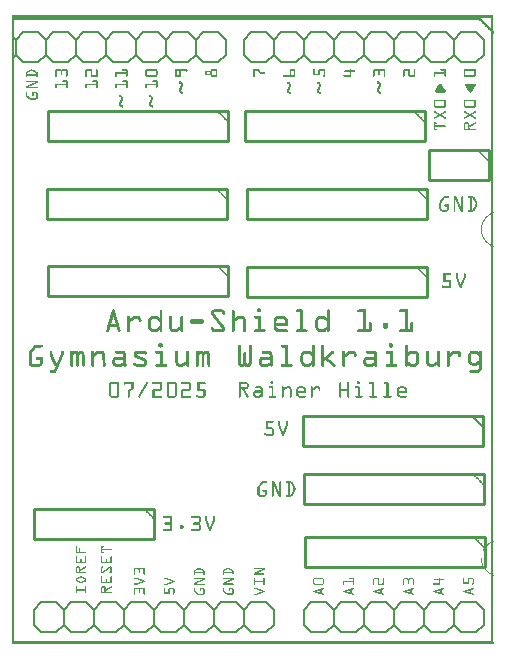
<source format=gto>
G04 MADE WITH FRITZING*
G04 WWW.FRITZING.ORG*
G04 DOUBLE SIDED*
G04 HOLES PLATED*
G04 CONTOUR ON CENTER OF CONTOUR VECTOR*
%ASAXBY*%
%FSLAX23Y23*%
%MOIN*%
%OFA0B0*%
%SFA1.0B1.0*%
%ADD10C,0.006000*%
%ADD11C,0.010000*%
%ADD12C,0.005000*%
%ADD13R,0.001000X0.001000*%
%LNSILK1*%
G90*
G70*
G54D10*
X1298Y138D02*
X1348Y138D01*
D02*
X1348Y138D02*
X1373Y113D01*
D02*
X1373Y113D02*
X1373Y63D01*
D02*
X1373Y63D02*
X1348Y38D01*
D02*
X1373Y113D02*
X1398Y138D01*
D02*
X1398Y138D02*
X1448Y138D01*
D02*
X1448Y138D02*
X1473Y113D01*
D02*
X1473Y113D02*
X1473Y63D01*
D02*
X1473Y63D02*
X1448Y38D01*
D02*
X1448Y38D02*
X1398Y38D01*
D02*
X1398Y38D02*
X1373Y63D01*
D02*
X1173Y113D02*
X1198Y138D01*
D02*
X1198Y138D02*
X1248Y138D01*
D02*
X1248Y138D02*
X1273Y113D01*
D02*
X1273Y113D02*
X1273Y63D01*
D02*
X1273Y63D02*
X1248Y38D01*
D02*
X1248Y38D02*
X1198Y38D01*
D02*
X1198Y38D02*
X1173Y63D01*
D02*
X1298Y138D02*
X1273Y113D01*
D02*
X1273Y63D02*
X1298Y38D01*
D02*
X1348Y38D02*
X1298Y38D01*
D02*
X998Y138D02*
X1048Y138D01*
D02*
X1048Y138D02*
X1073Y113D01*
D02*
X1073Y113D02*
X1073Y63D01*
D02*
X1073Y63D02*
X1048Y38D01*
D02*
X1073Y113D02*
X1098Y138D01*
D02*
X1098Y138D02*
X1148Y138D01*
D02*
X1148Y138D02*
X1173Y113D01*
D02*
X1173Y113D02*
X1173Y63D01*
D02*
X1173Y63D02*
X1148Y38D01*
D02*
X1148Y38D02*
X1098Y38D01*
D02*
X1098Y38D02*
X1073Y63D01*
D02*
X973Y113D02*
X973Y63D01*
D02*
X998Y138D02*
X973Y113D01*
D02*
X973Y63D02*
X998Y38D01*
D02*
X1048Y38D02*
X998Y38D01*
D02*
X1498Y138D02*
X1548Y138D01*
D02*
X1548Y138D02*
X1573Y113D01*
D02*
X1573Y113D02*
X1573Y63D01*
D02*
X1573Y63D02*
X1548Y38D01*
D02*
X1498Y138D02*
X1473Y113D01*
D02*
X1473Y63D02*
X1498Y38D01*
D02*
X1548Y38D02*
X1498Y38D01*
D02*
X88Y1938D02*
X38Y1938D01*
D02*
X188Y1938D02*
X138Y1938D01*
D02*
X388Y1938D02*
X338Y1938D01*
D02*
X288Y1938D02*
X238Y1938D01*
D02*
X488Y1938D02*
X438Y1938D01*
D02*
X688Y1938D02*
X638Y1938D01*
D02*
X588Y1938D02*
X538Y1938D01*
D02*
X38Y1938D02*
X13Y1963D01*
D02*
X13Y1963D02*
X13Y2013D01*
D02*
X13Y2013D02*
X38Y2038D01*
D02*
X213Y1963D02*
X188Y1938D01*
D02*
X138Y1938D02*
X113Y1963D01*
D02*
X113Y1963D02*
X113Y2013D01*
D02*
X113Y2013D02*
X138Y2038D01*
D02*
X138Y2038D02*
X188Y2038D01*
D02*
X188Y2038D02*
X213Y2013D01*
D02*
X88Y1938D02*
X113Y1963D01*
D02*
X113Y2013D02*
X88Y2038D01*
D02*
X38Y2038D02*
X88Y2038D01*
D02*
X338Y1938D02*
X313Y1963D01*
D02*
X313Y1963D02*
X313Y2013D01*
D02*
X313Y2013D02*
X338Y2038D01*
D02*
X313Y1963D02*
X288Y1938D01*
D02*
X238Y1938D02*
X213Y1963D01*
D02*
X213Y1963D02*
X213Y2013D01*
D02*
X213Y2013D02*
X238Y2038D01*
D02*
X238Y2038D02*
X288Y2038D01*
D02*
X288Y2038D02*
X313Y2013D01*
D02*
X513Y1963D02*
X488Y1938D01*
D02*
X438Y1938D02*
X413Y1963D01*
D02*
X413Y1963D02*
X413Y2013D01*
D02*
X413Y2013D02*
X438Y2038D01*
D02*
X438Y2038D02*
X488Y2038D01*
D02*
X488Y2038D02*
X513Y2013D01*
D02*
X388Y1938D02*
X413Y1963D01*
D02*
X413Y2013D02*
X388Y2038D01*
D02*
X338Y2038D02*
X388Y2038D01*
D02*
X638Y1938D02*
X613Y1963D01*
D02*
X613Y1963D02*
X613Y2013D01*
D02*
X613Y2013D02*
X638Y2038D01*
D02*
X613Y1963D02*
X588Y1938D01*
D02*
X538Y1938D02*
X513Y1963D01*
D02*
X513Y1963D02*
X513Y2013D01*
D02*
X513Y2013D02*
X538Y2038D01*
D02*
X538Y2038D02*
X588Y2038D01*
D02*
X588Y2038D02*
X613Y2013D01*
D02*
X713Y1963D02*
X713Y2013D01*
D02*
X688Y1938D02*
X713Y1963D01*
D02*
X713Y2013D02*
X688Y2038D01*
D02*
X638Y2038D02*
X688Y2038D01*
D02*
X948Y1938D02*
X898Y1938D01*
D02*
X898Y1938D02*
X873Y1963D01*
D02*
X873Y1963D02*
X873Y2013D01*
D02*
X873Y2013D02*
X898Y2038D01*
D02*
X1073Y1963D02*
X1048Y1938D01*
D02*
X1048Y1938D02*
X998Y1938D01*
D02*
X998Y1938D02*
X973Y1963D01*
D02*
X973Y1963D02*
X973Y2013D01*
D02*
X973Y2013D02*
X998Y2038D01*
D02*
X998Y2038D02*
X1048Y2038D01*
D02*
X1048Y2038D02*
X1073Y2013D01*
D02*
X948Y1938D02*
X973Y1963D01*
D02*
X973Y2013D02*
X948Y2038D01*
D02*
X898Y2038D02*
X948Y2038D01*
D02*
X1248Y1938D02*
X1198Y1938D01*
D02*
X1198Y1938D02*
X1173Y1963D01*
D02*
X1173Y1963D02*
X1173Y2013D01*
D02*
X1173Y2013D02*
X1198Y2038D01*
D02*
X1173Y1963D02*
X1148Y1938D01*
D02*
X1148Y1938D02*
X1098Y1938D01*
D02*
X1098Y1938D02*
X1073Y1963D01*
D02*
X1073Y1963D02*
X1073Y2013D01*
D02*
X1073Y2013D02*
X1098Y2038D01*
D02*
X1098Y2038D02*
X1148Y2038D01*
D02*
X1148Y2038D02*
X1173Y2013D01*
D02*
X1373Y1963D02*
X1348Y1938D01*
D02*
X1348Y1938D02*
X1298Y1938D01*
D02*
X1298Y1938D02*
X1273Y1963D01*
D02*
X1273Y1963D02*
X1273Y2013D01*
D02*
X1273Y2013D02*
X1298Y2038D01*
D02*
X1298Y2038D02*
X1348Y2038D01*
D02*
X1348Y2038D02*
X1373Y2013D01*
D02*
X1248Y1938D02*
X1273Y1963D01*
D02*
X1273Y2013D02*
X1248Y2038D01*
D02*
X1198Y2038D02*
X1248Y2038D01*
D02*
X1548Y1938D02*
X1498Y1938D01*
D02*
X1498Y1938D02*
X1473Y1963D01*
D02*
X1473Y1963D02*
X1473Y2013D01*
D02*
X1473Y2013D02*
X1498Y2038D01*
D02*
X1473Y1963D02*
X1448Y1938D01*
D02*
X1448Y1938D02*
X1398Y1938D01*
D02*
X1398Y1938D02*
X1373Y1963D01*
D02*
X1373Y1963D02*
X1373Y2013D01*
D02*
X1373Y2013D02*
X1398Y2038D01*
D02*
X1398Y2038D02*
X1448Y2038D01*
D02*
X1448Y2038D02*
X1473Y2013D01*
D02*
X1573Y1963D02*
X1573Y2013D01*
D02*
X1548Y1938D02*
X1573Y1963D01*
D02*
X1573Y2013D02*
X1548Y2038D01*
D02*
X1498Y2038D02*
X1548Y2038D01*
D02*
X848Y1938D02*
X798Y1938D01*
D02*
X798Y1938D02*
X773Y1963D01*
D02*
X773Y1963D02*
X773Y2013D01*
D02*
X773Y2013D02*
X798Y2038D01*
D02*
X848Y1938D02*
X873Y1963D01*
D02*
X873Y2013D02*
X848Y2038D01*
D02*
X798Y2038D02*
X848Y2038D01*
D02*
X698Y138D02*
X748Y138D01*
D02*
X748Y138D02*
X773Y113D01*
D02*
X773Y113D02*
X773Y63D01*
D02*
X773Y63D02*
X748Y38D01*
D02*
X573Y113D02*
X598Y138D01*
D02*
X598Y138D02*
X648Y138D01*
D02*
X648Y138D02*
X673Y113D01*
D02*
X673Y113D02*
X673Y63D01*
D02*
X673Y63D02*
X648Y38D01*
D02*
X648Y38D02*
X598Y38D01*
D02*
X598Y38D02*
X573Y63D01*
D02*
X698Y138D02*
X673Y113D01*
D02*
X673Y63D02*
X698Y38D01*
D02*
X748Y38D02*
X698Y38D01*
D02*
X398Y138D02*
X448Y138D01*
D02*
X448Y138D02*
X473Y113D01*
D02*
X473Y113D02*
X473Y63D01*
D02*
X473Y63D02*
X448Y38D01*
D02*
X473Y113D02*
X498Y138D01*
D02*
X498Y138D02*
X548Y138D01*
D02*
X548Y138D02*
X573Y113D01*
D02*
X573Y113D02*
X573Y63D01*
D02*
X573Y63D02*
X548Y38D01*
D02*
X548Y38D02*
X498Y38D01*
D02*
X498Y38D02*
X473Y63D01*
D02*
X273Y113D02*
X298Y138D01*
D02*
X298Y138D02*
X348Y138D01*
D02*
X348Y138D02*
X373Y113D01*
D02*
X373Y113D02*
X373Y63D01*
D02*
X373Y63D02*
X348Y38D01*
D02*
X348Y38D02*
X298Y38D01*
D02*
X298Y38D02*
X273Y63D01*
D02*
X398Y138D02*
X373Y113D01*
D02*
X373Y63D02*
X398Y38D01*
D02*
X448Y38D02*
X398Y38D01*
D02*
X98Y138D02*
X148Y138D01*
D02*
X148Y138D02*
X173Y113D01*
D02*
X173Y113D02*
X173Y63D01*
D02*
X173Y63D02*
X148Y38D01*
D02*
X173Y113D02*
X198Y138D01*
D02*
X198Y138D02*
X248Y138D01*
D02*
X248Y138D02*
X273Y113D01*
D02*
X273Y113D02*
X273Y63D01*
D02*
X273Y63D02*
X248Y38D01*
D02*
X248Y38D02*
X198Y38D01*
D02*
X198Y38D02*
X173Y63D01*
D02*
X73Y113D02*
X73Y63D01*
D02*
X98Y138D02*
X73Y113D01*
D02*
X73Y63D02*
X98Y38D01*
D02*
X148Y38D02*
X98Y38D01*
D02*
X798Y138D02*
X848Y138D01*
D02*
X848Y138D02*
X873Y113D01*
D02*
X873Y113D02*
X873Y63D01*
D02*
X873Y63D02*
X848Y38D01*
D02*
X798Y138D02*
X773Y113D01*
D02*
X773Y63D02*
X798Y38D01*
D02*
X848Y38D02*
X798Y38D01*
G54D11*
D02*
X721Y1258D02*
X121Y1258D01*
D02*
X121Y1258D02*
X121Y1158D01*
D02*
X121Y1158D02*
X721Y1158D01*
D02*
X721Y1158D02*
X721Y1258D01*
D02*
X1384Y1255D02*
X784Y1255D01*
D02*
X784Y1255D02*
X784Y1155D01*
D02*
X784Y1155D02*
X1384Y1155D01*
D02*
X1384Y1155D02*
X1384Y1255D01*
D02*
X717Y1517D02*
X117Y1517D01*
D02*
X117Y1517D02*
X117Y1417D01*
D02*
X117Y1417D02*
X717Y1417D01*
D02*
X717Y1417D02*
X717Y1517D01*
D02*
X1382Y1517D02*
X782Y1517D01*
D02*
X782Y1517D02*
X782Y1417D01*
D02*
X782Y1417D02*
X1382Y1417D01*
D02*
X1382Y1417D02*
X1382Y1517D01*
D02*
X473Y451D02*
X73Y451D01*
D02*
X73Y451D02*
X73Y351D01*
D02*
X73Y351D02*
X473Y351D01*
D02*
X473Y351D02*
X473Y451D01*
D02*
X720Y1775D02*
X120Y1775D01*
D02*
X120Y1775D02*
X120Y1675D01*
D02*
X120Y1675D02*
X720Y1675D01*
D02*
X720Y1675D02*
X720Y1775D01*
D02*
X1376Y1775D02*
X776Y1775D01*
D02*
X776Y1775D02*
X776Y1675D01*
D02*
X776Y1675D02*
X1376Y1675D01*
D02*
X1376Y1675D02*
X1376Y1775D01*
D02*
X1570Y758D02*
X970Y758D01*
D02*
X970Y758D02*
X970Y658D01*
D02*
X970Y658D02*
X1570Y658D01*
D02*
X1570Y658D02*
X1570Y758D01*
G54D12*
D02*
X1535Y758D02*
X1570Y723D01*
G54D11*
D02*
X1573Y565D02*
X973Y565D01*
D02*
X973Y565D02*
X973Y465D01*
D02*
X973Y465D02*
X1573Y465D01*
D02*
X1573Y465D02*
X1573Y565D01*
D02*
X1576Y355D02*
X976Y355D01*
D02*
X976Y355D02*
X976Y255D01*
D02*
X976Y255D02*
X1576Y255D01*
D02*
X1576Y255D02*
X1576Y355D01*
D02*
X1589Y1645D02*
X1389Y1645D01*
D02*
X1389Y1645D02*
X1389Y1545D01*
D02*
X1389Y1545D02*
X1589Y1545D01*
D02*
X1589Y1545D02*
X1589Y1645D01*
G54D13*
X1Y2094D02*
X1604Y2094D01*
X1Y2093D02*
X1604Y2093D01*
X1Y2092D02*
X1604Y2092D01*
X1Y2091D02*
X1604Y2091D01*
X1Y2090D02*
X1604Y2090D01*
X1Y2089D02*
X1604Y2089D01*
X1Y2088D02*
X1604Y2088D01*
X1Y2087D02*
X1604Y2087D01*
X1Y2086D02*
X1562Y2086D01*
X1597Y2086D02*
X1604Y2086D01*
X1Y2085D02*
X1563Y2085D01*
X1597Y2085D02*
X1604Y2085D01*
X1Y2084D02*
X1564Y2084D01*
X1597Y2084D02*
X1604Y2084D01*
X1Y2083D02*
X1565Y2083D01*
X1597Y2083D02*
X1604Y2083D01*
X1Y2082D02*
X1566Y2082D01*
X1597Y2082D02*
X1604Y2082D01*
X1Y2081D02*
X1567Y2081D01*
X1597Y2081D02*
X1604Y2081D01*
X1Y2080D02*
X1568Y2080D01*
X1597Y2080D02*
X1604Y2080D01*
X1Y2079D02*
X8Y2079D01*
X1558Y2079D02*
X1569Y2079D01*
X1597Y2079D02*
X1604Y2079D01*
X1Y2078D02*
X8Y2078D01*
X1559Y2078D02*
X1570Y2078D01*
X1597Y2078D02*
X1604Y2078D01*
X1Y2077D02*
X8Y2077D01*
X1560Y2077D02*
X1571Y2077D01*
X1597Y2077D02*
X1604Y2077D01*
X1Y2076D02*
X8Y2076D01*
X1561Y2076D02*
X1572Y2076D01*
X1597Y2076D02*
X1604Y2076D01*
X1Y2075D02*
X8Y2075D01*
X1562Y2075D02*
X1573Y2075D01*
X1597Y2075D02*
X1604Y2075D01*
X1Y2074D02*
X8Y2074D01*
X1563Y2074D02*
X1574Y2074D01*
X1597Y2074D02*
X1604Y2074D01*
X1Y2073D02*
X8Y2073D01*
X1564Y2073D02*
X1575Y2073D01*
X1597Y2073D02*
X1604Y2073D01*
X1Y2072D02*
X8Y2072D01*
X1565Y2072D02*
X1576Y2072D01*
X1597Y2072D02*
X1604Y2072D01*
X1Y2071D02*
X8Y2071D01*
X1566Y2071D02*
X1577Y2071D01*
X1597Y2071D02*
X1604Y2071D01*
X1Y2070D02*
X8Y2070D01*
X1567Y2070D02*
X1578Y2070D01*
X1597Y2070D02*
X1604Y2070D01*
X1Y2069D02*
X8Y2069D01*
X1568Y2069D02*
X1579Y2069D01*
X1597Y2069D02*
X1604Y2069D01*
X1Y2068D02*
X8Y2068D01*
X1569Y2068D02*
X1580Y2068D01*
X1597Y2068D02*
X1604Y2068D01*
X1Y2067D02*
X8Y2067D01*
X1570Y2067D02*
X1581Y2067D01*
X1597Y2067D02*
X1604Y2067D01*
X1Y2066D02*
X8Y2066D01*
X1571Y2066D02*
X1582Y2066D01*
X1597Y2066D02*
X1604Y2066D01*
X1Y2065D02*
X8Y2065D01*
X1572Y2065D02*
X1583Y2065D01*
X1597Y2065D02*
X1604Y2065D01*
X1Y2064D02*
X8Y2064D01*
X1573Y2064D02*
X1584Y2064D01*
X1597Y2064D02*
X1604Y2064D01*
X1Y2063D02*
X8Y2063D01*
X1574Y2063D02*
X1585Y2063D01*
X1597Y2063D02*
X1604Y2063D01*
X1Y2062D02*
X8Y2062D01*
X1575Y2062D02*
X1586Y2062D01*
X1597Y2062D02*
X1604Y2062D01*
X1Y2061D02*
X8Y2061D01*
X1576Y2061D02*
X1587Y2061D01*
X1597Y2061D02*
X1604Y2061D01*
X1Y2060D02*
X8Y2060D01*
X1577Y2060D02*
X1588Y2060D01*
X1597Y2060D02*
X1604Y2060D01*
X1Y2059D02*
X8Y2059D01*
X1578Y2059D02*
X1589Y2059D01*
X1597Y2059D02*
X1604Y2059D01*
X1Y2058D02*
X8Y2058D01*
X1579Y2058D02*
X1590Y2058D01*
X1597Y2058D02*
X1604Y2058D01*
X1Y2057D02*
X8Y2057D01*
X1580Y2057D02*
X1591Y2057D01*
X1597Y2057D02*
X1604Y2057D01*
X1Y2056D02*
X8Y2056D01*
X1581Y2056D02*
X1592Y2056D01*
X1597Y2056D02*
X1604Y2056D01*
X1Y2055D02*
X8Y2055D01*
X1582Y2055D02*
X1593Y2055D01*
X1597Y2055D02*
X1604Y2055D01*
X1Y2054D02*
X8Y2054D01*
X1583Y2054D02*
X1594Y2054D01*
X1597Y2054D02*
X1604Y2054D01*
X1Y2053D02*
X8Y2053D01*
X1584Y2053D02*
X1595Y2053D01*
X1597Y2053D02*
X1604Y2053D01*
X1Y2052D02*
X8Y2052D01*
X1585Y2052D02*
X1604Y2052D01*
X1Y2051D02*
X8Y2051D01*
X1586Y2051D02*
X1604Y2051D01*
X1Y2050D02*
X8Y2050D01*
X1587Y2050D02*
X1604Y2050D01*
X1Y2049D02*
X8Y2049D01*
X1588Y2049D02*
X1604Y2049D01*
X1Y2048D02*
X8Y2048D01*
X1589Y2048D02*
X1604Y2048D01*
X1Y2047D02*
X8Y2047D01*
X1590Y2047D02*
X1604Y2047D01*
X1Y2046D02*
X8Y2046D01*
X1591Y2046D02*
X1604Y2046D01*
X1Y2045D02*
X8Y2045D01*
X1592Y2045D02*
X1604Y2045D01*
X1Y2044D02*
X8Y2044D01*
X1593Y2044D02*
X1604Y2044D01*
X1Y2043D02*
X8Y2043D01*
X1594Y2043D02*
X1605Y2043D01*
X1Y2042D02*
X8Y2042D01*
X1595Y2042D02*
X1606Y2042D01*
X1Y2041D02*
X8Y2041D01*
X1596Y2041D02*
X1606Y2041D01*
X1Y2040D02*
X8Y2040D01*
X1597Y2040D02*
X1606Y2040D01*
X1Y2039D02*
X8Y2039D01*
X1597Y2039D02*
X1606Y2039D01*
X1Y2038D02*
X8Y2038D01*
X1597Y2038D02*
X1606Y2038D01*
X1Y2037D02*
X8Y2037D01*
X1597Y2037D02*
X1606Y2037D01*
X1Y2036D02*
X8Y2036D01*
X1597Y2036D02*
X1606Y2036D01*
X1Y2035D02*
X8Y2035D01*
X1597Y2035D02*
X1606Y2035D01*
X1Y2034D02*
X8Y2034D01*
X1597Y2034D02*
X1606Y2034D01*
X1Y2033D02*
X8Y2033D01*
X1597Y2033D02*
X1606Y2033D01*
X1Y2032D02*
X8Y2032D01*
X1597Y2032D02*
X1604Y2032D01*
X1606Y2032D02*
X1606Y2032D01*
X1Y2031D02*
X8Y2031D01*
X1597Y2031D02*
X1604Y2031D01*
X1Y2030D02*
X8Y2030D01*
X1597Y2030D02*
X1604Y2030D01*
X1Y2029D02*
X8Y2029D01*
X1597Y2029D02*
X1604Y2029D01*
X1Y2028D02*
X8Y2028D01*
X1597Y2028D02*
X1604Y2028D01*
X1Y2027D02*
X8Y2027D01*
X1597Y2027D02*
X1604Y2027D01*
X1Y2026D02*
X8Y2026D01*
X1597Y2026D02*
X1604Y2026D01*
X1Y2025D02*
X8Y2025D01*
X1597Y2025D02*
X1604Y2025D01*
X1Y2024D02*
X8Y2024D01*
X1597Y2024D02*
X1604Y2024D01*
X1Y2023D02*
X8Y2023D01*
X1597Y2023D02*
X1604Y2023D01*
X1Y2022D02*
X8Y2022D01*
X1597Y2022D02*
X1604Y2022D01*
X1Y2021D02*
X9Y2021D01*
X1597Y2021D02*
X1604Y2021D01*
X1Y2020D02*
X10Y2020D01*
X1597Y2020D02*
X1604Y2020D01*
X1Y2019D02*
X11Y2019D01*
X1597Y2019D02*
X1604Y2019D01*
X1Y2018D02*
X12Y2018D01*
X1597Y2018D02*
X1604Y2018D01*
X1Y2017D02*
X13Y2017D01*
X1597Y2017D02*
X1604Y2017D01*
X1Y2016D02*
X14Y2016D01*
X1597Y2016D02*
X1604Y2016D01*
X1Y2015D02*
X15Y2015D01*
X1597Y2015D02*
X1604Y2015D01*
X1Y2014D02*
X16Y2014D01*
X1597Y2014D02*
X1604Y2014D01*
X1Y2013D02*
X16Y2013D01*
X1597Y2013D02*
X1604Y2013D01*
X1Y2012D02*
X8Y2012D01*
X10Y2012D02*
X16Y2012D01*
X1597Y2012D02*
X1604Y2012D01*
X1Y2011D02*
X8Y2011D01*
X11Y2011D02*
X15Y2011D01*
X1597Y2011D02*
X1604Y2011D01*
X1Y2010D02*
X8Y2010D01*
X13Y2010D02*
X14Y2010D01*
X1597Y2010D02*
X1604Y2010D01*
X1Y2009D02*
X8Y2009D01*
X1597Y2009D02*
X1604Y2009D01*
X1Y2008D02*
X8Y2008D01*
X1597Y2008D02*
X1604Y2008D01*
X1Y2007D02*
X8Y2007D01*
X1597Y2007D02*
X1604Y2007D01*
X1Y2006D02*
X8Y2006D01*
X1597Y2006D02*
X1604Y2006D01*
X1Y2005D02*
X8Y2005D01*
X1597Y2005D02*
X1604Y2005D01*
X1Y2004D02*
X8Y2004D01*
X1597Y2004D02*
X1604Y2004D01*
X1Y2003D02*
X8Y2003D01*
X1597Y2003D02*
X1604Y2003D01*
X1Y2002D02*
X8Y2002D01*
X1597Y2002D02*
X1604Y2002D01*
X1Y2001D02*
X8Y2001D01*
X1597Y2001D02*
X1604Y2001D01*
X1Y2000D02*
X8Y2000D01*
X1597Y2000D02*
X1604Y2000D01*
X1Y1999D02*
X8Y1999D01*
X1597Y1999D02*
X1604Y1999D01*
X1Y1998D02*
X8Y1998D01*
X1597Y1998D02*
X1604Y1998D01*
X1Y1997D02*
X8Y1997D01*
X1597Y1997D02*
X1604Y1997D01*
X1Y1996D02*
X8Y1996D01*
X1597Y1996D02*
X1604Y1996D01*
X1Y1995D02*
X8Y1995D01*
X1597Y1995D02*
X1604Y1995D01*
X1Y1994D02*
X8Y1994D01*
X1597Y1994D02*
X1604Y1994D01*
X1Y1993D02*
X8Y1993D01*
X1597Y1993D02*
X1604Y1993D01*
X1Y1992D02*
X8Y1992D01*
X1597Y1992D02*
X1604Y1992D01*
X1Y1991D02*
X8Y1991D01*
X1597Y1991D02*
X1604Y1991D01*
X1Y1990D02*
X8Y1990D01*
X1597Y1990D02*
X1604Y1990D01*
X1Y1989D02*
X8Y1989D01*
X1597Y1989D02*
X1604Y1989D01*
X1Y1988D02*
X8Y1988D01*
X1597Y1988D02*
X1604Y1988D01*
X1Y1987D02*
X8Y1987D01*
X1597Y1987D02*
X1604Y1987D01*
X1Y1986D02*
X8Y1986D01*
X1597Y1986D02*
X1604Y1986D01*
X1Y1985D02*
X8Y1985D01*
X1597Y1985D02*
X1604Y1985D01*
X1Y1984D02*
X8Y1984D01*
X1597Y1984D02*
X1604Y1984D01*
X1Y1983D02*
X8Y1983D01*
X1597Y1983D02*
X1604Y1983D01*
X1Y1982D02*
X8Y1982D01*
X1597Y1982D02*
X1604Y1982D01*
X1Y1981D02*
X8Y1981D01*
X1597Y1981D02*
X1604Y1981D01*
X1Y1980D02*
X8Y1980D01*
X1597Y1980D02*
X1604Y1980D01*
X1Y1979D02*
X8Y1979D01*
X1597Y1979D02*
X1604Y1979D01*
X1Y1978D02*
X8Y1978D01*
X1597Y1978D02*
X1604Y1978D01*
X1Y1977D02*
X8Y1977D01*
X1597Y1977D02*
X1604Y1977D01*
X1Y1976D02*
X8Y1976D01*
X1597Y1976D02*
X1604Y1976D01*
X1Y1975D02*
X8Y1975D01*
X1597Y1975D02*
X1604Y1975D01*
X1Y1974D02*
X8Y1974D01*
X1597Y1974D02*
X1604Y1974D01*
X1Y1973D02*
X8Y1973D01*
X1597Y1973D02*
X1604Y1973D01*
X1Y1972D02*
X8Y1972D01*
X1597Y1972D02*
X1604Y1972D01*
X1Y1971D02*
X8Y1971D01*
X1597Y1971D02*
X1604Y1971D01*
X1Y1970D02*
X8Y1970D01*
X1597Y1970D02*
X1604Y1970D01*
X1Y1969D02*
X8Y1969D01*
X1597Y1969D02*
X1604Y1969D01*
X1Y1968D02*
X8Y1968D01*
X1597Y1968D02*
X1604Y1968D01*
X1Y1967D02*
X8Y1967D01*
X1597Y1967D02*
X1604Y1967D01*
X1Y1966D02*
X8Y1966D01*
X1597Y1966D02*
X1604Y1966D01*
X1Y1965D02*
X8Y1965D01*
X12Y1965D02*
X15Y1965D01*
X1597Y1965D02*
X1604Y1965D01*
X1Y1964D02*
X8Y1964D01*
X11Y1964D02*
X16Y1964D01*
X1597Y1964D02*
X1604Y1964D01*
X1Y1963D02*
X8Y1963D01*
X10Y1963D02*
X16Y1963D01*
X1597Y1963D02*
X1604Y1963D01*
X1Y1962D02*
X16Y1962D01*
X1597Y1962D02*
X1604Y1962D01*
X1Y1961D02*
X15Y1961D01*
X1597Y1961D02*
X1604Y1961D01*
X1Y1960D02*
X15Y1960D01*
X1597Y1960D02*
X1604Y1960D01*
X1Y1959D02*
X14Y1959D01*
X1597Y1959D02*
X1604Y1959D01*
X1Y1958D02*
X13Y1958D01*
X1597Y1958D02*
X1604Y1958D01*
X1Y1957D02*
X12Y1957D01*
X1597Y1957D02*
X1604Y1957D01*
X1Y1956D02*
X11Y1956D01*
X1597Y1956D02*
X1604Y1956D01*
X1Y1955D02*
X10Y1955D01*
X1597Y1955D02*
X1604Y1955D01*
X1Y1954D02*
X9Y1954D01*
X1597Y1954D02*
X1604Y1954D01*
X1Y1953D02*
X8Y1953D01*
X1597Y1953D02*
X1604Y1953D01*
X1Y1952D02*
X8Y1952D01*
X1597Y1952D02*
X1604Y1952D01*
X1Y1951D02*
X8Y1951D01*
X1597Y1951D02*
X1604Y1951D01*
X1Y1950D02*
X8Y1950D01*
X1597Y1950D02*
X1604Y1950D01*
X1Y1949D02*
X8Y1949D01*
X1597Y1949D02*
X1604Y1949D01*
X1Y1948D02*
X8Y1948D01*
X1597Y1948D02*
X1604Y1948D01*
X1Y1947D02*
X8Y1947D01*
X1597Y1947D02*
X1604Y1947D01*
X1Y1946D02*
X8Y1946D01*
X1597Y1946D02*
X1604Y1946D01*
X1Y1945D02*
X8Y1945D01*
X1597Y1945D02*
X1604Y1945D01*
X1Y1944D02*
X8Y1944D01*
X1597Y1944D02*
X1604Y1944D01*
X1Y1943D02*
X8Y1943D01*
X1597Y1943D02*
X1604Y1943D01*
X1Y1942D02*
X8Y1942D01*
X1597Y1942D02*
X1604Y1942D01*
X1Y1941D02*
X8Y1941D01*
X1597Y1941D02*
X1604Y1941D01*
X1Y1940D02*
X8Y1940D01*
X1597Y1940D02*
X1604Y1940D01*
X1Y1939D02*
X8Y1939D01*
X1597Y1939D02*
X1604Y1939D01*
X1Y1938D02*
X8Y1938D01*
X1597Y1938D02*
X1604Y1938D01*
X1Y1937D02*
X8Y1937D01*
X1597Y1937D02*
X1604Y1937D01*
X1Y1936D02*
X8Y1936D01*
X1597Y1936D02*
X1604Y1936D01*
X1Y1935D02*
X8Y1935D01*
X1597Y1935D02*
X1604Y1935D01*
X1Y1934D02*
X8Y1934D01*
X1597Y1934D02*
X1604Y1934D01*
X1Y1933D02*
X8Y1933D01*
X1597Y1933D02*
X1604Y1933D01*
X1Y1932D02*
X8Y1932D01*
X1597Y1932D02*
X1604Y1932D01*
X1Y1931D02*
X8Y1931D01*
X1597Y1931D02*
X1604Y1931D01*
X1Y1930D02*
X8Y1930D01*
X1597Y1930D02*
X1604Y1930D01*
X1Y1929D02*
X8Y1929D01*
X1597Y1929D02*
X1604Y1929D01*
X1Y1928D02*
X8Y1928D01*
X1597Y1928D02*
X1604Y1928D01*
X1Y1927D02*
X8Y1927D01*
X1597Y1927D02*
X1604Y1927D01*
X1Y1926D02*
X8Y1926D01*
X1597Y1926D02*
X1604Y1926D01*
X1Y1925D02*
X8Y1925D01*
X1597Y1925D02*
X1604Y1925D01*
X1Y1924D02*
X8Y1924D01*
X1597Y1924D02*
X1604Y1924D01*
X1Y1923D02*
X8Y1923D01*
X1597Y1923D02*
X1604Y1923D01*
X1Y1922D02*
X8Y1922D01*
X1597Y1922D02*
X1604Y1922D01*
X1Y1921D02*
X8Y1921D01*
X1597Y1921D02*
X1604Y1921D01*
X1Y1920D02*
X8Y1920D01*
X1597Y1920D02*
X1604Y1920D01*
X1Y1919D02*
X8Y1919D01*
X1597Y1919D02*
X1604Y1919D01*
X1Y1918D02*
X8Y1918D01*
X1597Y1918D02*
X1604Y1918D01*
X1Y1917D02*
X8Y1917D01*
X1597Y1917D02*
X1604Y1917D01*
X1Y1916D02*
X8Y1916D01*
X1597Y1916D02*
X1604Y1916D01*
X1Y1915D02*
X8Y1915D01*
X148Y1915D02*
X162Y1915D01*
X168Y1915D02*
X182Y1915D01*
X248Y1915D02*
X264Y1915D01*
X282Y1915D02*
X284Y1915D01*
X368Y1915D02*
X383Y1915D01*
X448Y1915D02*
X481Y1915D01*
X546Y1915D02*
X583Y1915D01*
X665Y1915D02*
X681Y1915D01*
X805Y1915D02*
X821Y1915D01*
X928Y1915D02*
X943Y1915D01*
X1006Y1915D02*
X1008Y1915D01*
X1025Y1915D02*
X1041Y1915D01*
X1207Y1915D02*
X1222Y1915D01*
X1227Y1915D02*
X1241Y1915D01*
X1307Y1915D02*
X1323Y1915D01*
X1341Y1915D02*
X1343Y1915D01*
X1430Y1915D02*
X1445Y1915D01*
X1510Y1915D02*
X1543Y1915D01*
X1597Y1915D02*
X1604Y1915D01*
X1Y1914D02*
X8Y1914D01*
X63Y1914D02*
X68Y1914D01*
X147Y1914D02*
X164Y1914D01*
X166Y1914D02*
X183Y1914D01*
X247Y1914D02*
X265Y1914D01*
X281Y1914D02*
X284Y1914D01*
X367Y1914D02*
X384Y1914D01*
X447Y1914D02*
X483Y1914D01*
X545Y1914D02*
X584Y1914D01*
X664Y1914D02*
X683Y1914D01*
X805Y1914D02*
X822Y1914D01*
X927Y1914D02*
X944Y1914D01*
X1005Y1914D02*
X1009Y1914D01*
X1024Y1914D02*
X1043Y1914D01*
X1128Y1914D02*
X1129Y1914D01*
X1206Y1914D02*
X1223Y1914D01*
X1225Y1914D02*
X1242Y1914D01*
X1306Y1914D02*
X1325Y1914D01*
X1340Y1914D02*
X1344Y1914D01*
X1429Y1914D02*
X1446Y1914D01*
X1508Y1914D02*
X1545Y1914D01*
X1597Y1914D02*
X1604Y1914D01*
X1Y1913D02*
X8Y1913D01*
X60Y1913D02*
X71Y1913D01*
X146Y1913D02*
X184Y1913D01*
X246Y1913D02*
X266Y1913D01*
X280Y1913D02*
X285Y1913D01*
X367Y1913D02*
X385Y1913D01*
X446Y1913D02*
X484Y1913D01*
X545Y1913D02*
X585Y1913D01*
X663Y1913D02*
X684Y1913D01*
X805Y1913D02*
X823Y1913D01*
X927Y1913D02*
X944Y1913D01*
X1005Y1913D02*
X1009Y1913D01*
X1023Y1913D02*
X1043Y1913D01*
X1127Y1913D02*
X1130Y1913D01*
X1205Y1913D02*
X1243Y1913D01*
X1305Y1913D02*
X1326Y1913D01*
X1340Y1913D02*
X1344Y1913D01*
X1429Y1913D02*
X1446Y1913D01*
X1508Y1913D02*
X1546Y1913D01*
X1597Y1913D02*
X1604Y1913D01*
X1Y1912D02*
X8Y1912D01*
X58Y1912D02*
X73Y1912D01*
X146Y1912D02*
X184Y1912D01*
X245Y1912D02*
X267Y1912D01*
X280Y1912D02*
X285Y1912D01*
X367Y1912D02*
X385Y1912D01*
X445Y1912D02*
X484Y1912D01*
X545Y1912D02*
X585Y1912D01*
X663Y1912D02*
X684Y1912D01*
X805Y1912D02*
X824Y1912D01*
X927Y1912D02*
X944Y1912D01*
X1005Y1912D02*
X1009Y1912D01*
X1023Y1912D02*
X1044Y1912D01*
X1127Y1912D02*
X1131Y1912D01*
X1205Y1912D02*
X1244Y1912D01*
X1305Y1912D02*
X1326Y1912D01*
X1340Y1912D02*
X1344Y1912D01*
X1429Y1912D02*
X1446Y1912D01*
X1507Y1912D02*
X1546Y1912D01*
X1597Y1912D02*
X1604Y1912D01*
X1Y1911D02*
X8Y1911D01*
X56Y1911D02*
X75Y1911D01*
X145Y1911D02*
X185Y1911D01*
X245Y1911D02*
X267Y1911D01*
X280Y1911D02*
X285Y1911D01*
X368Y1911D02*
X385Y1911D01*
X445Y1911D02*
X484Y1911D01*
X545Y1911D02*
X585Y1911D01*
X663Y1911D02*
X684Y1911D01*
X805Y1911D02*
X825Y1911D01*
X927Y1911D02*
X944Y1911D01*
X1005Y1911D02*
X1009Y1911D01*
X1022Y1911D02*
X1044Y1911D01*
X1110Y1911D02*
X1143Y1911D01*
X1205Y1911D02*
X1244Y1911D01*
X1305Y1911D02*
X1326Y1911D01*
X1340Y1911D02*
X1344Y1911D01*
X1430Y1911D02*
X1446Y1911D01*
X1507Y1911D02*
X1546Y1911D01*
X1597Y1911D02*
X1604Y1911D01*
X1Y1910D02*
X8Y1910D01*
X55Y1910D02*
X77Y1910D01*
X145Y1910D02*
X150Y1910D01*
X161Y1910D02*
X169Y1910D01*
X180Y1910D02*
X185Y1910D01*
X245Y1910D02*
X250Y1910D01*
X263Y1910D02*
X267Y1910D01*
X280Y1910D02*
X285Y1910D01*
X380Y1910D02*
X385Y1910D01*
X445Y1910D02*
X449Y1910D01*
X480Y1910D02*
X485Y1910D01*
X545Y1910D02*
X549Y1910D01*
X558Y1910D02*
X563Y1910D01*
X580Y1910D02*
X584Y1910D01*
X646Y1910D02*
X667Y1910D01*
X680Y1910D02*
X684Y1910D01*
X805Y1910D02*
X809Y1910D01*
X820Y1910D02*
X826Y1910D01*
X927Y1910D02*
X931Y1910D01*
X940Y1910D02*
X944Y1910D01*
X1005Y1910D02*
X1009Y1910D01*
X1022Y1910D02*
X1027Y1910D01*
X1040Y1910D02*
X1044Y1910D01*
X1109Y1910D02*
X1144Y1910D01*
X1205Y1910D02*
X1209Y1910D01*
X1221Y1910D02*
X1228Y1910D01*
X1240Y1910D02*
X1244Y1910D01*
X1304Y1910D02*
X1309Y1910D01*
X1322Y1910D02*
X1326Y1910D01*
X1340Y1910D02*
X1344Y1910D01*
X1442Y1910D02*
X1446Y1910D01*
X1507Y1910D02*
X1511Y1910D01*
X1542Y1910D02*
X1546Y1910D01*
X1597Y1910D02*
X1604Y1910D01*
X1Y1909D02*
X8Y1909D01*
X53Y1909D02*
X64Y1909D01*
X68Y1909D02*
X79Y1909D01*
X145Y1909D02*
X149Y1909D01*
X162Y1909D02*
X168Y1909D01*
X180Y1909D02*
X185Y1909D01*
X245Y1909D02*
X249Y1909D01*
X263Y1909D02*
X267Y1909D01*
X280Y1909D02*
X285Y1909D01*
X380Y1909D02*
X385Y1909D01*
X445Y1909D02*
X449Y1909D01*
X480Y1909D02*
X485Y1909D01*
X545Y1909D02*
X549Y1909D01*
X558Y1909D02*
X562Y1909D01*
X581Y1909D02*
X584Y1909D01*
X645Y1909D02*
X667Y1909D01*
X680Y1909D02*
X684Y1909D01*
X805Y1909D02*
X809Y1909D01*
X821Y1909D02*
X826Y1909D01*
X927Y1909D02*
X931Y1909D01*
X940Y1909D02*
X944Y1909D01*
X1005Y1909D02*
X1009Y1909D01*
X1022Y1909D02*
X1027Y1909D01*
X1040Y1909D02*
X1044Y1909D01*
X1109Y1909D02*
X1144Y1909D01*
X1205Y1909D02*
X1209Y1909D01*
X1222Y1909D02*
X1227Y1909D01*
X1240Y1909D02*
X1244Y1909D01*
X1304Y1909D02*
X1309Y1909D01*
X1322Y1909D02*
X1326Y1909D01*
X1340Y1909D02*
X1344Y1909D01*
X1442Y1909D02*
X1446Y1909D01*
X1507Y1909D02*
X1511Y1909D01*
X1542Y1909D02*
X1546Y1909D01*
X1597Y1909D02*
X1604Y1909D01*
X1Y1908D02*
X8Y1908D01*
X51Y1908D02*
X61Y1908D01*
X70Y1908D02*
X81Y1908D01*
X145Y1908D02*
X149Y1908D01*
X163Y1908D02*
X167Y1908D01*
X180Y1908D02*
X185Y1908D01*
X245Y1908D02*
X249Y1908D01*
X263Y1908D02*
X267Y1908D01*
X280Y1908D02*
X285Y1908D01*
X380Y1908D02*
X385Y1908D01*
X445Y1908D02*
X449Y1908D01*
X480Y1908D02*
X485Y1908D01*
X545Y1908D02*
X549Y1908D01*
X558Y1908D02*
X562Y1908D01*
X582Y1908D02*
X583Y1908D01*
X645Y1908D02*
X667Y1908D01*
X680Y1908D02*
X684Y1908D01*
X805Y1908D02*
X809Y1908D01*
X821Y1908D02*
X827Y1908D01*
X927Y1908D02*
X931Y1908D01*
X940Y1908D02*
X944Y1908D01*
X1005Y1908D02*
X1009Y1908D01*
X1022Y1908D02*
X1027Y1908D01*
X1040Y1908D02*
X1044Y1908D01*
X1109Y1908D02*
X1144Y1908D01*
X1205Y1908D02*
X1209Y1908D01*
X1222Y1908D02*
X1226Y1908D01*
X1240Y1908D02*
X1244Y1908D01*
X1304Y1908D02*
X1309Y1908D01*
X1322Y1908D02*
X1326Y1908D01*
X1340Y1908D02*
X1344Y1908D01*
X1442Y1908D02*
X1446Y1908D01*
X1507Y1908D02*
X1511Y1908D01*
X1542Y1908D02*
X1546Y1908D01*
X1597Y1908D02*
X1604Y1908D01*
X1Y1907D02*
X8Y1907D01*
X49Y1907D02*
X59Y1907D01*
X72Y1907D02*
X83Y1907D01*
X145Y1907D02*
X149Y1907D01*
X163Y1907D02*
X167Y1907D01*
X180Y1907D02*
X185Y1907D01*
X245Y1907D02*
X249Y1907D01*
X263Y1907D02*
X267Y1907D01*
X280Y1907D02*
X285Y1907D01*
X380Y1907D02*
X385Y1907D01*
X445Y1907D02*
X449Y1907D01*
X480Y1907D02*
X485Y1907D01*
X545Y1907D02*
X549Y1907D01*
X558Y1907D02*
X562Y1907D01*
X645Y1907D02*
X667Y1907D01*
X680Y1907D02*
X684Y1907D01*
X805Y1907D02*
X809Y1907D01*
X822Y1907D02*
X828Y1907D01*
X927Y1907D02*
X931Y1907D01*
X940Y1907D02*
X944Y1907D01*
X1005Y1907D02*
X1009Y1907D01*
X1022Y1907D02*
X1027Y1907D01*
X1040Y1907D02*
X1044Y1907D01*
X1110Y1907D02*
X1143Y1907D01*
X1205Y1907D02*
X1209Y1907D01*
X1222Y1907D02*
X1226Y1907D01*
X1240Y1907D02*
X1244Y1907D01*
X1304Y1907D02*
X1309Y1907D01*
X1322Y1907D02*
X1326Y1907D01*
X1340Y1907D02*
X1344Y1907D01*
X1442Y1907D02*
X1446Y1907D01*
X1507Y1907D02*
X1511Y1907D01*
X1542Y1907D02*
X1546Y1907D01*
X1597Y1907D02*
X1604Y1907D01*
X1Y1906D02*
X8Y1906D01*
X48Y1906D02*
X57Y1906D01*
X74Y1906D02*
X84Y1906D01*
X145Y1906D02*
X149Y1906D01*
X163Y1906D02*
X167Y1906D01*
X180Y1906D02*
X185Y1906D01*
X245Y1906D02*
X249Y1906D01*
X263Y1906D02*
X267Y1906D01*
X280Y1906D02*
X285Y1906D01*
X380Y1906D02*
X385Y1906D01*
X445Y1906D02*
X449Y1906D01*
X480Y1906D02*
X485Y1906D01*
X545Y1906D02*
X549Y1906D01*
X558Y1906D02*
X562Y1906D01*
X645Y1906D02*
X667Y1906D01*
X680Y1906D02*
X684Y1906D01*
X805Y1906D02*
X809Y1906D01*
X823Y1906D02*
X829Y1906D01*
X927Y1906D02*
X931Y1906D01*
X940Y1906D02*
X944Y1906D01*
X1005Y1906D02*
X1009Y1906D01*
X1022Y1906D02*
X1027Y1906D01*
X1040Y1906D02*
X1044Y1906D01*
X1127Y1906D02*
X1131Y1906D01*
X1205Y1906D02*
X1209Y1906D01*
X1222Y1906D02*
X1226Y1906D01*
X1240Y1906D02*
X1244Y1906D01*
X1304Y1906D02*
X1309Y1906D01*
X1322Y1906D02*
X1326Y1906D01*
X1340Y1906D02*
X1344Y1906D01*
X1442Y1906D02*
X1446Y1906D01*
X1507Y1906D02*
X1511Y1906D01*
X1542Y1906D02*
X1546Y1906D01*
X1597Y1906D02*
X1604Y1906D01*
X1Y1905D02*
X8Y1905D01*
X47Y1905D02*
X55Y1905D01*
X76Y1905D02*
X84Y1905D01*
X145Y1905D02*
X149Y1905D01*
X163Y1905D02*
X167Y1905D01*
X180Y1905D02*
X185Y1905D01*
X245Y1905D02*
X249Y1905D01*
X263Y1905D02*
X267Y1905D01*
X280Y1905D02*
X285Y1905D01*
X345Y1905D02*
X385Y1905D01*
X445Y1905D02*
X449Y1905D01*
X480Y1905D02*
X485Y1905D01*
X545Y1905D02*
X549Y1905D01*
X558Y1905D02*
X562Y1905D01*
X645Y1905D02*
X649Y1905D01*
X662Y1905D02*
X667Y1905D01*
X680Y1905D02*
X684Y1905D01*
X805Y1905D02*
X809Y1905D01*
X824Y1905D02*
X843Y1905D01*
X927Y1905D02*
X931Y1905D01*
X940Y1905D02*
X944Y1905D01*
X1005Y1905D02*
X1009Y1905D01*
X1022Y1905D02*
X1027Y1905D01*
X1040Y1905D02*
X1044Y1905D01*
X1127Y1905D02*
X1131Y1905D01*
X1205Y1905D02*
X1209Y1905D01*
X1222Y1905D02*
X1226Y1905D01*
X1240Y1905D02*
X1244Y1905D01*
X1304Y1905D02*
X1309Y1905D01*
X1322Y1905D02*
X1326Y1905D01*
X1340Y1905D02*
X1344Y1905D01*
X1407Y1905D02*
X1446Y1905D01*
X1507Y1905D02*
X1511Y1905D01*
X1542Y1905D02*
X1546Y1905D01*
X1597Y1905D02*
X1604Y1905D01*
X1Y1904D02*
X8Y1904D01*
X47Y1904D02*
X53Y1904D01*
X78Y1904D02*
X85Y1904D01*
X145Y1904D02*
X149Y1904D01*
X163Y1904D02*
X167Y1904D01*
X180Y1904D02*
X185Y1904D01*
X245Y1904D02*
X249Y1904D01*
X263Y1904D02*
X267Y1904D01*
X280Y1904D02*
X285Y1904D01*
X345Y1904D02*
X385Y1904D01*
X445Y1904D02*
X449Y1904D01*
X480Y1904D02*
X485Y1904D01*
X545Y1904D02*
X549Y1904D01*
X558Y1904D02*
X562Y1904D01*
X645Y1904D02*
X649Y1904D01*
X662Y1904D02*
X667Y1904D01*
X680Y1904D02*
X684Y1904D01*
X805Y1904D02*
X809Y1904D01*
X825Y1904D02*
X844Y1904D01*
X927Y1904D02*
X931Y1904D01*
X940Y1904D02*
X944Y1904D01*
X1005Y1904D02*
X1009Y1904D01*
X1022Y1904D02*
X1027Y1904D01*
X1040Y1904D02*
X1044Y1904D01*
X1127Y1904D02*
X1131Y1904D01*
X1205Y1904D02*
X1209Y1904D01*
X1222Y1904D02*
X1226Y1904D01*
X1240Y1904D02*
X1244Y1904D01*
X1304Y1904D02*
X1309Y1904D01*
X1322Y1904D02*
X1326Y1904D01*
X1340Y1904D02*
X1344Y1904D01*
X1407Y1904D02*
X1446Y1904D01*
X1507Y1904D02*
X1511Y1904D01*
X1542Y1904D02*
X1546Y1904D01*
X1597Y1904D02*
X1604Y1904D01*
X1Y1903D02*
X8Y1903D01*
X46Y1903D02*
X51Y1903D01*
X80Y1903D02*
X85Y1903D01*
X145Y1903D02*
X149Y1903D01*
X163Y1903D02*
X167Y1903D01*
X180Y1903D02*
X185Y1903D01*
X245Y1903D02*
X249Y1903D01*
X263Y1903D02*
X267Y1903D01*
X280Y1903D02*
X285Y1903D01*
X345Y1903D02*
X385Y1903D01*
X445Y1903D02*
X449Y1903D01*
X480Y1903D02*
X485Y1903D01*
X545Y1903D02*
X549Y1903D01*
X558Y1903D02*
X562Y1903D01*
X645Y1903D02*
X649Y1903D01*
X662Y1903D02*
X667Y1903D01*
X680Y1903D02*
X684Y1903D01*
X805Y1903D02*
X809Y1903D01*
X826Y1903D02*
X844Y1903D01*
X927Y1903D02*
X931Y1903D01*
X940Y1903D02*
X944Y1903D01*
X1005Y1903D02*
X1009Y1903D01*
X1022Y1903D02*
X1027Y1903D01*
X1040Y1903D02*
X1044Y1903D01*
X1127Y1903D02*
X1131Y1903D01*
X1205Y1903D02*
X1209Y1903D01*
X1222Y1903D02*
X1226Y1903D01*
X1240Y1903D02*
X1244Y1903D01*
X1304Y1903D02*
X1309Y1903D01*
X1322Y1903D02*
X1326Y1903D01*
X1340Y1903D02*
X1344Y1903D01*
X1407Y1903D02*
X1446Y1903D01*
X1507Y1903D02*
X1511Y1903D01*
X1542Y1903D02*
X1546Y1903D01*
X1597Y1903D02*
X1604Y1903D01*
X1Y1902D02*
X8Y1902D01*
X46Y1902D02*
X51Y1902D01*
X81Y1902D02*
X85Y1902D01*
X145Y1902D02*
X149Y1902D01*
X163Y1902D02*
X167Y1902D01*
X180Y1902D02*
X185Y1902D01*
X245Y1902D02*
X249Y1902D01*
X263Y1902D02*
X267Y1902D01*
X280Y1902D02*
X285Y1902D01*
X345Y1902D02*
X385Y1902D01*
X445Y1902D02*
X449Y1902D01*
X480Y1902D02*
X485Y1902D01*
X545Y1902D02*
X549Y1902D01*
X558Y1902D02*
X562Y1902D01*
X645Y1902D02*
X649Y1902D01*
X662Y1902D02*
X667Y1902D01*
X680Y1902D02*
X684Y1902D01*
X805Y1902D02*
X809Y1902D01*
X827Y1902D02*
X844Y1902D01*
X927Y1902D02*
X931Y1902D01*
X940Y1902D02*
X944Y1902D01*
X1005Y1902D02*
X1009Y1902D01*
X1022Y1902D02*
X1027Y1902D01*
X1040Y1902D02*
X1044Y1902D01*
X1127Y1902D02*
X1131Y1902D01*
X1205Y1902D02*
X1209Y1902D01*
X1222Y1902D02*
X1226Y1902D01*
X1240Y1902D02*
X1244Y1902D01*
X1304Y1902D02*
X1309Y1902D01*
X1322Y1902D02*
X1326Y1902D01*
X1340Y1902D02*
X1344Y1902D01*
X1407Y1902D02*
X1446Y1902D01*
X1507Y1902D02*
X1511Y1902D01*
X1542Y1902D02*
X1546Y1902D01*
X1597Y1902D02*
X1604Y1902D01*
X1Y1901D02*
X8Y1901D01*
X46Y1901D02*
X50Y1901D01*
X81Y1901D02*
X85Y1901D01*
X145Y1901D02*
X149Y1901D01*
X163Y1901D02*
X167Y1901D01*
X180Y1901D02*
X185Y1901D01*
X245Y1901D02*
X249Y1901D01*
X263Y1901D02*
X267Y1901D01*
X280Y1901D02*
X285Y1901D01*
X345Y1901D02*
X385Y1901D01*
X445Y1901D02*
X449Y1901D01*
X480Y1901D02*
X485Y1901D01*
X545Y1901D02*
X549Y1901D01*
X558Y1901D02*
X562Y1901D01*
X645Y1901D02*
X649Y1901D01*
X662Y1901D02*
X667Y1901D01*
X680Y1901D02*
X684Y1901D01*
X805Y1901D02*
X809Y1901D01*
X827Y1901D02*
X844Y1901D01*
X927Y1901D02*
X931Y1901D01*
X940Y1901D02*
X944Y1901D01*
X1005Y1901D02*
X1009Y1901D01*
X1022Y1901D02*
X1027Y1901D01*
X1040Y1901D02*
X1044Y1901D01*
X1127Y1901D02*
X1131Y1901D01*
X1205Y1901D02*
X1209Y1901D01*
X1222Y1901D02*
X1226Y1901D01*
X1240Y1901D02*
X1244Y1901D01*
X1304Y1901D02*
X1309Y1901D01*
X1322Y1901D02*
X1326Y1901D01*
X1340Y1901D02*
X1344Y1901D01*
X1407Y1901D02*
X1446Y1901D01*
X1507Y1901D02*
X1511Y1901D01*
X1542Y1901D02*
X1546Y1901D01*
X1597Y1901D02*
X1604Y1901D01*
X1Y1900D02*
X8Y1900D01*
X46Y1900D02*
X50Y1900D01*
X81Y1900D02*
X86Y1900D01*
X145Y1900D02*
X149Y1900D01*
X163Y1900D02*
X167Y1900D01*
X180Y1900D02*
X185Y1900D01*
X245Y1900D02*
X249Y1900D01*
X263Y1900D02*
X267Y1900D01*
X280Y1900D02*
X285Y1900D01*
X345Y1900D02*
X385Y1900D01*
X445Y1900D02*
X449Y1900D01*
X480Y1900D02*
X485Y1900D01*
X545Y1900D02*
X549Y1900D01*
X558Y1900D02*
X562Y1900D01*
X645Y1900D02*
X667Y1900D01*
X680Y1900D02*
X684Y1900D01*
X805Y1900D02*
X809Y1900D01*
X830Y1900D02*
X842Y1900D01*
X927Y1900D02*
X931Y1900D01*
X940Y1900D02*
X944Y1900D01*
X1005Y1900D02*
X1027Y1900D01*
X1040Y1900D02*
X1044Y1900D01*
X1127Y1900D02*
X1131Y1900D01*
X1205Y1900D02*
X1209Y1900D01*
X1222Y1900D02*
X1226Y1900D01*
X1240Y1900D02*
X1244Y1900D01*
X1304Y1900D02*
X1309Y1900D01*
X1322Y1900D02*
X1326Y1900D01*
X1340Y1900D02*
X1344Y1900D01*
X1407Y1900D02*
X1446Y1900D01*
X1507Y1900D02*
X1511Y1900D01*
X1542Y1900D02*
X1546Y1900D01*
X1597Y1900D02*
X1604Y1900D01*
X1Y1899D02*
X8Y1899D01*
X46Y1899D02*
X51Y1899D01*
X81Y1899D02*
X86Y1899D01*
X145Y1899D02*
X149Y1899D01*
X163Y1899D02*
X167Y1899D01*
X180Y1899D02*
X185Y1899D01*
X245Y1899D02*
X249Y1899D01*
X263Y1899D02*
X267Y1899D01*
X280Y1899D02*
X285Y1899D01*
X345Y1899D02*
X349Y1899D01*
X380Y1899D02*
X385Y1899D01*
X445Y1899D02*
X449Y1899D01*
X480Y1899D02*
X485Y1899D01*
X545Y1899D02*
X549Y1899D01*
X558Y1899D02*
X562Y1899D01*
X645Y1899D02*
X667Y1899D01*
X680Y1899D02*
X684Y1899D01*
X805Y1899D02*
X809Y1899D01*
X927Y1899D02*
X931Y1899D01*
X940Y1899D02*
X944Y1899D01*
X1005Y1899D02*
X1027Y1899D01*
X1040Y1899D02*
X1044Y1899D01*
X1127Y1899D02*
X1131Y1899D01*
X1205Y1899D02*
X1209Y1899D01*
X1222Y1899D02*
X1226Y1899D01*
X1240Y1899D02*
X1244Y1899D01*
X1304Y1899D02*
X1309Y1899D01*
X1322Y1899D02*
X1326Y1899D01*
X1340Y1899D02*
X1344Y1899D01*
X1407Y1899D02*
X1411Y1899D01*
X1442Y1899D02*
X1446Y1899D01*
X1507Y1899D02*
X1511Y1899D01*
X1542Y1899D02*
X1546Y1899D01*
X1597Y1899D02*
X1604Y1899D01*
X1Y1898D02*
X8Y1898D01*
X46Y1898D02*
X86Y1898D01*
X145Y1898D02*
X149Y1898D01*
X163Y1898D02*
X167Y1898D01*
X180Y1898D02*
X185Y1898D01*
X245Y1898D02*
X249Y1898D01*
X263Y1898D02*
X267Y1898D01*
X280Y1898D02*
X285Y1898D01*
X345Y1898D02*
X349Y1898D01*
X380Y1898D02*
X385Y1898D01*
X445Y1898D02*
X449Y1898D01*
X480Y1898D02*
X485Y1898D01*
X545Y1898D02*
X549Y1898D01*
X558Y1898D02*
X562Y1898D01*
X645Y1898D02*
X667Y1898D01*
X680Y1898D02*
X684Y1898D01*
X805Y1898D02*
X809Y1898D01*
X927Y1898D02*
X931Y1898D01*
X940Y1898D02*
X944Y1898D01*
X1005Y1898D02*
X1027Y1898D01*
X1040Y1898D02*
X1044Y1898D01*
X1127Y1898D02*
X1131Y1898D01*
X1205Y1898D02*
X1209Y1898D01*
X1222Y1898D02*
X1226Y1898D01*
X1240Y1898D02*
X1244Y1898D01*
X1304Y1898D02*
X1309Y1898D01*
X1322Y1898D02*
X1326Y1898D01*
X1340Y1898D02*
X1344Y1898D01*
X1407Y1898D02*
X1411Y1898D01*
X1442Y1898D02*
X1446Y1898D01*
X1507Y1898D02*
X1511Y1898D01*
X1542Y1898D02*
X1546Y1898D01*
X1597Y1898D02*
X1604Y1898D01*
X1Y1897D02*
X8Y1897D01*
X46Y1897D02*
X86Y1897D01*
X145Y1897D02*
X149Y1897D01*
X163Y1897D02*
X167Y1897D01*
X180Y1897D02*
X185Y1897D01*
X245Y1897D02*
X249Y1897D01*
X263Y1897D02*
X267Y1897D01*
X280Y1897D02*
X285Y1897D01*
X345Y1897D02*
X349Y1897D01*
X380Y1897D02*
X385Y1897D01*
X445Y1897D02*
X449Y1897D01*
X480Y1897D02*
X485Y1897D01*
X545Y1897D02*
X549Y1897D01*
X558Y1897D02*
X562Y1897D01*
X645Y1897D02*
X667Y1897D01*
X680Y1897D02*
X684Y1897D01*
X805Y1897D02*
X809Y1897D01*
X906Y1897D02*
X908Y1897D01*
X927Y1897D02*
X931Y1897D01*
X940Y1897D02*
X944Y1897D01*
X1005Y1897D02*
X1027Y1897D01*
X1040Y1897D02*
X1044Y1897D01*
X1127Y1897D02*
X1131Y1897D01*
X1205Y1897D02*
X1209Y1897D01*
X1222Y1897D02*
X1226Y1897D01*
X1240Y1897D02*
X1244Y1897D01*
X1304Y1897D02*
X1309Y1897D01*
X1322Y1897D02*
X1326Y1897D01*
X1340Y1897D02*
X1344Y1897D01*
X1407Y1897D02*
X1411Y1897D01*
X1442Y1897D02*
X1446Y1897D01*
X1507Y1897D02*
X1511Y1897D01*
X1542Y1897D02*
X1546Y1897D01*
X1597Y1897D02*
X1604Y1897D01*
X1Y1896D02*
X8Y1896D01*
X46Y1896D02*
X86Y1896D01*
X145Y1896D02*
X149Y1896D01*
X163Y1896D02*
X167Y1896D01*
X180Y1896D02*
X185Y1896D01*
X245Y1896D02*
X249Y1896D01*
X263Y1896D02*
X267Y1896D01*
X280Y1896D02*
X285Y1896D01*
X345Y1896D02*
X349Y1896D01*
X380Y1896D02*
X385Y1896D01*
X445Y1896D02*
X449Y1896D01*
X480Y1896D02*
X485Y1896D01*
X545Y1896D02*
X549Y1896D01*
X558Y1896D02*
X562Y1896D01*
X645Y1896D02*
X667Y1896D01*
X680Y1896D02*
X684Y1896D01*
X805Y1896D02*
X809Y1896D01*
X905Y1896D02*
X909Y1896D01*
X927Y1896D02*
X931Y1896D01*
X940Y1896D02*
X944Y1896D01*
X1005Y1896D02*
X1027Y1896D01*
X1039Y1896D02*
X1044Y1896D01*
X1106Y1896D02*
X1131Y1896D01*
X1205Y1896D02*
X1209Y1896D01*
X1223Y1896D02*
X1226Y1896D01*
X1240Y1896D02*
X1244Y1896D01*
X1304Y1896D02*
X1309Y1896D01*
X1322Y1896D02*
X1326Y1896D01*
X1340Y1896D02*
X1344Y1896D01*
X1407Y1896D02*
X1411Y1896D01*
X1442Y1896D02*
X1446Y1896D01*
X1507Y1896D02*
X1511Y1896D01*
X1542Y1896D02*
X1546Y1896D01*
X1597Y1896D02*
X1604Y1896D01*
X1Y1895D02*
X8Y1895D01*
X46Y1895D02*
X86Y1895D01*
X145Y1895D02*
X149Y1895D01*
X164Y1895D02*
X166Y1895D01*
X180Y1895D02*
X185Y1895D01*
X245Y1895D02*
X249Y1895D01*
X263Y1895D02*
X267Y1895D01*
X280Y1895D02*
X285Y1895D01*
X345Y1895D02*
X349Y1895D01*
X380Y1895D02*
X385Y1895D01*
X445Y1895D02*
X449Y1895D01*
X480Y1895D02*
X485Y1895D01*
X545Y1895D02*
X550Y1895D01*
X558Y1895D02*
X562Y1895D01*
X647Y1895D02*
X667Y1895D01*
X680Y1895D02*
X684Y1895D01*
X805Y1895D02*
X809Y1895D01*
X905Y1895D02*
X909Y1895D01*
X926Y1895D02*
X931Y1895D01*
X940Y1895D02*
X944Y1895D01*
X1005Y1895D02*
X1026Y1895D01*
X1039Y1895D02*
X1044Y1895D01*
X1105Y1895D02*
X1131Y1895D01*
X1205Y1895D02*
X1209Y1895D01*
X1224Y1895D02*
X1225Y1895D01*
X1240Y1895D02*
X1244Y1895D01*
X1304Y1895D02*
X1309Y1895D01*
X1322Y1895D02*
X1327Y1895D01*
X1339Y1895D02*
X1344Y1895D01*
X1407Y1895D02*
X1411Y1895D01*
X1442Y1895D02*
X1446Y1895D01*
X1507Y1895D02*
X1511Y1895D01*
X1542Y1895D02*
X1546Y1895D01*
X1597Y1895D02*
X1604Y1895D01*
X1Y1894D02*
X8Y1894D01*
X46Y1894D02*
X86Y1894D01*
X145Y1894D02*
X149Y1894D01*
X180Y1894D02*
X185Y1894D01*
X245Y1894D02*
X249Y1894D01*
X263Y1894D02*
X285Y1894D01*
X345Y1894D02*
X349Y1894D01*
X380Y1894D02*
X385Y1894D01*
X445Y1894D02*
X484Y1894D01*
X545Y1894D02*
X562Y1894D01*
X663Y1894D02*
X684Y1894D01*
X805Y1894D02*
X810Y1894D01*
X905Y1894D02*
X944Y1894D01*
X1038Y1894D02*
X1043Y1894D01*
X1105Y1894D02*
X1131Y1894D01*
X1205Y1894D02*
X1209Y1894D01*
X1240Y1894D02*
X1244Y1894D01*
X1304Y1894D02*
X1309Y1894D01*
X1322Y1894D02*
X1344Y1894D01*
X1407Y1894D02*
X1411Y1894D01*
X1442Y1894D02*
X1446Y1894D01*
X1507Y1894D02*
X1546Y1894D01*
X1597Y1894D02*
X1604Y1894D01*
X1Y1893D02*
X8Y1893D01*
X46Y1893D02*
X50Y1893D01*
X81Y1893D02*
X86Y1893D01*
X145Y1893D02*
X149Y1893D01*
X180Y1893D02*
X185Y1893D01*
X245Y1893D02*
X249Y1893D01*
X263Y1893D02*
X285Y1893D01*
X345Y1893D02*
X349Y1893D01*
X380Y1893D02*
X385Y1893D01*
X445Y1893D02*
X484Y1893D01*
X545Y1893D02*
X562Y1893D01*
X663Y1893D02*
X684Y1893D01*
X805Y1893D02*
X811Y1893D01*
X905Y1893D02*
X944Y1893D01*
X1038Y1893D02*
X1043Y1893D01*
X1105Y1893D02*
X1131Y1893D01*
X1205Y1893D02*
X1209Y1893D01*
X1240Y1893D02*
X1244Y1893D01*
X1304Y1893D02*
X1309Y1893D01*
X1323Y1893D02*
X1344Y1893D01*
X1407Y1893D02*
X1411Y1893D01*
X1442Y1893D02*
X1446Y1893D01*
X1507Y1893D02*
X1546Y1893D01*
X1597Y1893D02*
X1604Y1893D01*
X1Y1892D02*
X8Y1892D01*
X46Y1892D02*
X50Y1892D01*
X81Y1892D02*
X86Y1892D01*
X145Y1892D02*
X149Y1892D01*
X181Y1892D02*
X185Y1892D01*
X245Y1892D02*
X249Y1892D01*
X264Y1892D02*
X285Y1892D01*
X345Y1892D02*
X349Y1892D01*
X380Y1892D02*
X385Y1892D01*
X446Y1892D02*
X484Y1892D01*
X545Y1892D02*
X562Y1892D01*
X664Y1892D02*
X683Y1892D01*
X805Y1892D02*
X811Y1892D01*
X905Y1892D02*
X944Y1892D01*
X1038Y1892D02*
X1042Y1892D01*
X1105Y1892D02*
X1131Y1892D01*
X1205Y1892D02*
X1209Y1892D01*
X1240Y1892D02*
X1244Y1892D01*
X1304Y1892D02*
X1309Y1892D01*
X1323Y1892D02*
X1344Y1892D01*
X1407Y1892D02*
X1411Y1892D01*
X1442Y1892D02*
X1446Y1892D01*
X1508Y1892D02*
X1545Y1892D01*
X1597Y1892D02*
X1604Y1892D01*
X1Y1891D02*
X8Y1891D01*
X46Y1891D02*
X50Y1891D01*
X81Y1891D02*
X85Y1891D01*
X145Y1891D02*
X149Y1891D01*
X181Y1891D02*
X184Y1891D01*
X245Y1891D02*
X249Y1891D01*
X265Y1891D02*
X285Y1891D01*
X345Y1891D02*
X349Y1891D01*
X381Y1891D02*
X384Y1891D01*
X447Y1891D02*
X483Y1891D01*
X545Y1891D02*
X562Y1891D01*
X664Y1891D02*
X683Y1891D01*
X805Y1891D02*
X811Y1891D01*
X905Y1891D02*
X944Y1891D01*
X1038Y1891D02*
X1042Y1891D01*
X1107Y1891D02*
X1131Y1891D01*
X1205Y1891D02*
X1208Y1891D01*
X1240Y1891D02*
X1244Y1891D01*
X1305Y1891D02*
X1308Y1891D01*
X1324Y1891D02*
X1344Y1891D01*
X1407Y1891D02*
X1411Y1891D01*
X1443Y1891D02*
X1446Y1891D01*
X1509Y1891D02*
X1544Y1891D01*
X1597Y1891D02*
X1604Y1891D01*
X1Y1890D02*
X8Y1890D01*
X46Y1890D02*
X50Y1890D01*
X82Y1890D02*
X85Y1890D01*
X146Y1890D02*
X148Y1890D01*
X182Y1890D02*
X183Y1890D01*
X246Y1890D02*
X248Y1890D01*
X266Y1890D02*
X285Y1890D01*
X346Y1890D02*
X348Y1890D01*
X382Y1890D02*
X383Y1890D01*
X448Y1890D02*
X481Y1890D01*
X546Y1890D02*
X561Y1890D01*
X666Y1890D02*
X681Y1890D01*
X806Y1890D02*
X810Y1890D01*
X906Y1890D02*
X943Y1890D01*
X1039Y1890D02*
X1041Y1890D01*
X1206Y1890D02*
X1207Y1890D01*
X1241Y1890D02*
X1243Y1890D01*
X1306Y1890D02*
X1307Y1890D01*
X1326Y1890D02*
X1344Y1890D01*
X1408Y1890D02*
X1410Y1890D01*
X1444Y1890D02*
X1445Y1890D01*
X1510Y1890D02*
X1543Y1890D01*
X1597Y1890D02*
X1604Y1890D01*
X1Y1889D02*
X8Y1889D01*
X47Y1889D02*
X49Y1889D01*
X83Y1889D02*
X84Y1889D01*
X1597Y1889D02*
X1604Y1889D01*
X1Y1888D02*
X8Y1888D01*
X1597Y1888D02*
X1604Y1888D01*
X1Y1887D02*
X8Y1887D01*
X1597Y1887D02*
X1604Y1887D01*
X1Y1886D02*
X8Y1886D01*
X1597Y1886D02*
X1604Y1886D01*
X1Y1885D02*
X8Y1885D01*
X1597Y1885D02*
X1604Y1885D01*
X1Y1884D02*
X8Y1884D01*
X1597Y1884D02*
X1604Y1884D01*
X1Y1883D02*
X8Y1883D01*
X1597Y1883D02*
X1604Y1883D01*
X1Y1882D02*
X8Y1882D01*
X1597Y1882D02*
X1604Y1882D01*
X1Y1881D02*
X8Y1881D01*
X1597Y1881D02*
X1604Y1881D01*
X1Y1880D02*
X8Y1880D01*
X1597Y1880D02*
X1604Y1880D01*
X1Y1879D02*
X8Y1879D01*
X1597Y1879D02*
X1604Y1879D01*
X1Y1878D02*
X8Y1878D01*
X170Y1878D02*
X182Y1878D01*
X270Y1878D02*
X282Y1878D01*
X370Y1878D02*
X382Y1878D01*
X470Y1878D02*
X482Y1878D01*
X1597Y1878D02*
X1604Y1878D01*
X1Y1877D02*
X8Y1877D01*
X49Y1877D02*
X85Y1877D01*
X168Y1877D02*
X184Y1877D01*
X268Y1877D02*
X284Y1877D01*
X368Y1877D02*
X384Y1877D01*
X468Y1877D02*
X484Y1877D01*
X1597Y1877D02*
X1604Y1877D01*
X1Y1876D02*
X8Y1876D01*
X47Y1876D02*
X86Y1876D01*
X167Y1876D02*
X185Y1876D01*
X267Y1876D02*
X285Y1876D01*
X367Y1876D02*
X385Y1876D01*
X467Y1876D02*
X484Y1876D01*
X1597Y1876D02*
X1604Y1876D01*
X1Y1875D02*
X8Y1875D01*
X46Y1875D02*
X86Y1875D01*
X167Y1875D02*
X185Y1875D01*
X267Y1875D02*
X285Y1875D01*
X367Y1875D02*
X385Y1875D01*
X467Y1875D02*
X485Y1875D01*
X1597Y1875D02*
X1604Y1875D01*
X1Y1874D02*
X8Y1874D01*
X46Y1874D02*
X86Y1874D01*
X168Y1874D02*
X185Y1874D01*
X268Y1874D02*
X285Y1874D01*
X368Y1874D02*
X385Y1874D01*
X467Y1874D02*
X485Y1874D01*
X557Y1874D02*
X562Y1874D01*
X1216Y1874D02*
X1222Y1874D01*
X1597Y1874D02*
X1604Y1874D01*
X1Y1873D02*
X8Y1873D01*
X46Y1873D02*
X86Y1873D01*
X169Y1873D02*
X185Y1873D01*
X269Y1873D02*
X285Y1873D01*
X369Y1873D02*
X385Y1873D01*
X469Y1873D02*
X485Y1873D01*
X557Y1873D02*
X565Y1873D01*
X917Y1873D02*
X920Y1873D01*
X1017Y1873D02*
X1020Y1873D01*
X1216Y1873D02*
X1224Y1873D01*
X1597Y1873D02*
X1604Y1873D01*
X1Y1872D02*
X8Y1872D01*
X48Y1872D02*
X86Y1872D01*
X180Y1872D02*
X185Y1872D01*
X280Y1872D02*
X285Y1872D01*
X380Y1872D02*
X385Y1872D01*
X480Y1872D02*
X485Y1872D01*
X557Y1872D02*
X566Y1872D01*
X917Y1872D02*
X924Y1872D01*
X1017Y1872D02*
X1023Y1872D01*
X1217Y1872D02*
X1226Y1872D01*
X1597Y1872D02*
X1604Y1872D01*
X1Y1871D02*
X8Y1871D01*
X76Y1871D02*
X86Y1871D01*
X180Y1871D02*
X185Y1871D01*
X280Y1871D02*
X285Y1871D01*
X380Y1871D02*
X385Y1871D01*
X480Y1871D02*
X485Y1871D01*
X557Y1871D02*
X567Y1871D01*
X917Y1871D02*
X925Y1871D01*
X1017Y1871D02*
X1025Y1871D01*
X1217Y1871D02*
X1227Y1871D01*
X1597Y1871D02*
X1604Y1871D01*
X1Y1870D02*
X8Y1870D01*
X73Y1870D02*
X85Y1870D01*
X180Y1870D02*
X185Y1870D01*
X280Y1870D02*
X285Y1870D01*
X380Y1870D02*
X385Y1870D01*
X480Y1870D02*
X485Y1870D01*
X557Y1870D02*
X568Y1870D01*
X917Y1870D02*
X926Y1870D01*
X1017Y1870D02*
X1026Y1870D01*
X1217Y1870D02*
X1228Y1870D01*
X1597Y1870D02*
X1604Y1870D01*
X1Y1869D02*
X8Y1869D01*
X71Y1869D02*
X83Y1869D01*
X180Y1869D02*
X185Y1869D01*
X280Y1869D02*
X285Y1869D01*
X380Y1869D02*
X385Y1869D01*
X480Y1869D02*
X485Y1869D01*
X557Y1869D02*
X568Y1869D01*
X917Y1869D02*
X927Y1869D01*
X1017Y1869D02*
X1027Y1869D01*
X1217Y1869D02*
X1228Y1869D01*
X1597Y1869D02*
X1604Y1869D01*
X1Y1868D02*
X8Y1868D01*
X69Y1868D02*
X81Y1868D01*
X180Y1868D02*
X185Y1868D01*
X280Y1868D02*
X285Y1868D01*
X380Y1868D02*
X385Y1868D01*
X480Y1868D02*
X485Y1868D01*
X559Y1868D02*
X569Y1868D01*
X917Y1868D02*
X928Y1868D01*
X1017Y1868D02*
X1028Y1868D01*
X1218Y1868D02*
X1229Y1868D01*
X1597Y1868D02*
X1604Y1868D01*
X1Y1867D02*
X8Y1867D01*
X66Y1867D02*
X79Y1867D01*
X145Y1867D02*
X185Y1867D01*
X245Y1867D02*
X285Y1867D01*
X345Y1867D02*
X385Y1867D01*
X445Y1867D02*
X485Y1867D01*
X562Y1867D02*
X569Y1867D01*
X917Y1867D02*
X928Y1867D01*
X1017Y1867D02*
X1028Y1867D01*
X1222Y1867D02*
X1229Y1867D01*
X1427Y1867D02*
X1428Y1867D01*
X1515Y1867D02*
X1542Y1867D01*
X1597Y1867D02*
X1604Y1867D01*
X1Y1866D02*
X8Y1866D01*
X64Y1866D02*
X76Y1866D01*
X145Y1866D02*
X185Y1866D01*
X245Y1866D02*
X285Y1866D01*
X345Y1866D02*
X385Y1866D01*
X445Y1866D02*
X485Y1866D01*
X563Y1866D02*
X570Y1866D01*
X921Y1866D02*
X929Y1866D01*
X1021Y1866D02*
X1029Y1866D01*
X1223Y1866D02*
X1229Y1866D01*
X1425Y1866D02*
X1430Y1866D01*
X1512Y1866D02*
X1544Y1866D01*
X1597Y1866D02*
X1604Y1866D01*
X1Y1865D02*
X8Y1865D01*
X62Y1865D02*
X74Y1865D01*
X145Y1865D02*
X185Y1865D01*
X245Y1865D02*
X285Y1865D01*
X345Y1865D02*
X385Y1865D01*
X445Y1865D02*
X485Y1865D01*
X564Y1865D02*
X570Y1865D01*
X923Y1865D02*
X929Y1865D01*
X1023Y1865D02*
X1029Y1865D01*
X1223Y1865D02*
X1229Y1865D01*
X1424Y1865D02*
X1431Y1865D01*
X1511Y1865D02*
X1545Y1865D01*
X1597Y1865D02*
X1604Y1865D01*
X1Y1864D02*
X8Y1864D01*
X60Y1864D02*
X72Y1864D01*
X145Y1864D02*
X185Y1864D01*
X245Y1864D02*
X285Y1864D01*
X345Y1864D02*
X385Y1864D01*
X445Y1864D02*
X485Y1864D01*
X564Y1864D02*
X570Y1864D01*
X923Y1864D02*
X929Y1864D01*
X1023Y1864D02*
X1029Y1864D01*
X1224Y1864D02*
X1229Y1864D01*
X1423Y1864D02*
X1432Y1864D01*
X1511Y1864D02*
X1546Y1864D01*
X1597Y1864D02*
X1604Y1864D01*
X1Y1863D02*
X8Y1863D01*
X57Y1863D02*
X69Y1863D01*
X145Y1863D02*
X185Y1863D01*
X245Y1863D02*
X285Y1863D01*
X345Y1863D02*
X385Y1863D01*
X445Y1863D02*
X485Y1863D01*
X564Y1863D02*
X570Y1863D01*
X924Y1863D02*
X930Y1863D01*
X1024Y1863D02*
X1030Y1863D01*
X1224Y1863D02*
X1229Y1863D01*
X1423Y1863D02*
X1432Y1863D01*
X1511Y1863D02*
X1546Y1863D01*
X1597Y1863D02*
X1604Y1863D01*
X1Y1862D02*
X8Y1862D01*
X55Y1862D02*
X67Y1862D01*
X145Y1862D02*
X149Y1862D01*
X180Y1862D02*
X185Y1862D01*
X245Y1862D02*
X249Y1862D01*
X280Y1862D02*
X285Y1862D01*
X345Y1862D02*
X349Y1862D01*
X380Y1862D02*
X385Y1862D01*
X445Y1862D02*
X449Y1862D01*
X480Y1862D02*
X485Y1862D01*
X564Y1862D02*
X570Y1862D01*
X924Y1862D02*
X930Y1862D01*
X1024Y1862D02*
X1030Y1862D01*
X1223Y1862D02*
X1229Y1862D01*
X1422Y1862D02*
X1433Y1862D01*
X1511Y1862D02*
X1546Y1862D01*
X1597Y1862D02*
X1604Y1862D01*
X1Y1861D02*
X8Y1861D01*
X53Y1861D02*
X65Y1861D01*
X145Y1861D02*
X149Y1861D01*
X180Y1861D02*
X185Y1861D01*
X245Y1861D02*
X249Y1861D01*
X280Y1861D02*
X285Y1861D01*
X345Y1861D02*
X349Y1861D01*
X380Y1861D02*
X385Y1861D01*
X445Y1861D02*
X449Y1861D01*
X480Y1861D02*
X485Y1861D01*
X564Y1861D02*
X570Y1861D01*
X924Y1861D02*
X930Y1861D01*
X1024Y1861D02*
X1030Y1861D01*
X1223Y1861D02*
X1229Y1861D01*
X1421Y1861D02*
X1434Y1861D01*
X1511Y1861D02*
X1546Y1861D01*
X1597Y1861D02*
X1604Y1861D01*
X1Y1860D02*
X8Y1860D01*
X50Y1860D02*
X63Y1860D01*
X145Y1860D02*
X149Y1860D01*
X180Y1860D02*
X185Y1860D01*
X245Y1860D02*
X249Y1860D01*
X280Y1860D02*
X285Y1860D01*
X345Y1860D02*
X349Y1860D01*
X380Y1860D02*
X385Y1860D01*
X445Y1860D02*
X449Y1860D01*
X480Y1860D02*
X485Y1860D01*
X563Y1860D02*
X569Y1860D01*
X923Y1860D02*
X929Y1860D01*
X1023Y1860D02*
X1029Y1860D01*
X1223Y1860D02*
X1229Y1860D01*
X1421Y1860D02*
X1434Y1860D01*
X1511Y1860D02*
X1545Y1860D01*
X1597Y1860D02*
X1604Y1860D01*
X1Y1859D02*
X8Y1859D01*
X48Y1859D02*
X60Y1859D01*
X145Y1859D02*
X149Y1859D01*
X180Y1859D02*
X185Y1859D01*
X245Y1859D02*
X249Y1859D01*
X280Y1859D02*
X285Y1859D01*
X345Y1859D02*
X349Y1859D01*
X380Y1859D02*
X385Y1859D01*
X445Y1859D02*
X449Y1859D01*
X480Y1859D02*
X485Y1859D01*
X563Y1859D02*
X569Y1859D01*
X923Y1859D02*
X929Y1859D01*
X1023Y1859D02*
X1029Y1859D01*
X1223Y1859D02*
X1229Y1859D01*
X1420Y1859D02*
X1435Y1859D01*
X1512Y1859D02*
X1545Y1859D01*
X1597Y1859D02*
X1604Y1859D01*
X1Y1858D02*
X8Y1858D01*
X46Y1858D02*
X58Y1858D01*
X145Y1858D02*
X149Y1858D01*
X180Y1858D02*
X185Y1858D01*
X245Y1858D02*
X249Y1858D01*
X280Y1858D02*
X285Y1858D01*
X345Y1858D02*
X349Y1858D01*
X380Y1858D02*
X385Y1858D01*
X445Y1858D02*
X449Y1858D01*
X480Y1858D02*
X485Y1858D01*
X562Y1858D02*
X569Y1858D01*
X923Y1858D02*
X929Y1858D01*
X1023Y1858D02*
X1029Y1858D01*
X1222Y1858D02*
X1229Y1858D01*
X1419Y1858D02*
X1436Y1858D01*
X1513Y1858D02*
X1544Y1858D01*
X1597Y1858D02*
X1604Y1858D01*
X1Y1857D02*
X8Y1857D01*
X46Y1857D02*
X56Y1857D01*
X145Y1857D02*
X149Y1857D01*
X180Y1857D02*
X185Y1857D01*
X245Y1857D02*
X249Y1857D01*
X280Y1857D02*
X285Y1857D01*
X345Y1857D02*
X349Y1857D01*
X380Y1857D02*
X385Y1857D01*
X445Y1857D02*
X449Y1857D01*
X480Y1857D02*
X485Y1857D01*
X562Y1857D02*
X569Y1857D01*
X922Y1857D02*
X929Y1857D01*
X1022Y1857D02*
X1029Y1857D01*
X1222Y1857D02*
X1228Y1857D01*
X1419Y1857D02*
X1436Y1857D01*
X1513Y1857D02*
X1543Y1857D01*
X1597Y1857D02*
X1604Y1857D01*
X1Y1856D02*
X8Y1856D01*
X46Y1856D02*
X84Y1856D01*
X145Y1856D02*
X149Y1856D01*
X180Y1856D02*
X185Y1856D01*
X245Y1856D02*
X249Y1856D01*
X280Y1856D02*
X285Y1856D01*
X345Y1856D02*
X349Y1856D01*
X380Y1856D02*
X385Y1856D01*
X445Y1856D02*
X449Y1856D01*
X480Y1856D02*
X485Y1856D01*
X562Y1856D02*
X568Y1856D01*
X922Y1856D02*
X928Y1856D01*
X1022Y1856D02*
X1028Y1856D01*
X1221Y1856D02*
X1228Y1856D01*
X1418Y1856D02*
X1437Y1856D01*
X1514Y1856D02*
X1543Y1856D01*
X1597Y1856D02*
X1604Y1856D01*
X1Y1855D02*
X8Y1855D01*
X46Y1855D02*
X85Y1855D01*
X145Y1855D02*
X149Y1855D01*
X180Y1855D02*
X185Y1855D01*
X245Y1855D02*
X249Y1855D01*
X280Y1855D02*
X285Y1855D01*
X345Y1855D02*
X349Y1855D01*
X380Y1855D02*
X385Y1855D01*
X445Y1855D02*
X449Y1855D01*
X480Y1855D02*
X485Y1855D01*
X561Y1855D02*
X568Y1855D01*
X922Y1855D02*
X928Y1855D01*
X1022Y1855D02*
X1028Y1855D01*
X1221Y1855D02*
X1227Y1855D01*
X1417Y1855D02*
X1438Y1855D01*
X1515Y1855D02*
X1542Y1855D01*
X1597Y1855D02*
X1604Y1855D01*
X1Y1854D02*
X8Y1854D01*
X46Y1854D02*
X85Y1854D01*
X145Y1854D02*
X149Y1854D01*
X181Y1854D02*
X185Y1854D01*
X245Y1854D02*
X249Y1854D01*
X281Y1854D02*
X285Y1854D01*
X345Y1854D02*
X349Y1854D01*
X381Y1854D02*
X385Y1854D01*
X445Y1854D02*
X449Y1854D01*
X480Y1854D02*
X484Y1854D01*
X561Y1854D02*
X567Y1854D01*
X921Y1854D02*
X928Y1854D01*
X1021Y1854D02*
X1028Y1854D01*
X1220Y1854D02*
X1227Y1854D01*
X1417Y1854D02*
X1438Y1854D01*
X1515Y1854D02*
X1541Y1854D01*
X1597Y1854D02*
X1604Y1854D01*
X1Y1853D02*
X8Y1853D01*
X46Y1853D02*
X85Y1853D01*
X146Y1853D02*
X149Y1853D01*
X181Y1853D02*
X184Y1853D01*
X246Y1853D02*
X249Y1853D01*
X281Y1853D02*
X284Y1853D01*
X346Y1853D02*
X349Y1853D01*
X381Y1853D02*
X384Y1853D01*
X446Y1853D02*
X448Y1853D01*
X481Y1853D02*
X484Y1853D01*
X560Y1853D02*
X567Y1853D01*
X921Y1853D02*
X927Y1853D01*
X1021Y1853D02*
X1027Y1853D01*
X1220Y1853D02*
X1226Y1853D01*
X1416Y1853D02*
X1439Y1853D01*
X1516Y1853D02*
X1541Y1853D01*
X1597Y1853D02*
X1604Y1853D01*
X1Y1852D02*
X8Y1852D01*
X46Y1852D02*
X85Y1852D01*
X560Y1852D02*
X567Y1852D01*
X920Y1852D02*
X927Y1852D01*
X1020Y1852D02*
X1027Y1852D01*
X1219Y1852D02*
X1226Y1852D01*
X1415Y1852D02*
X1440Y1852D01*
X1517Y1852D02*
X1540Y1852D01*
X1597Y1852D02*
X1604Y1852D01*
X1Y1851D02*
X8Y1851D01*
X559Y1851D02*
X566Y1851D01*
X920Y1851D02*
X926Y1851D01*
X1020Y1851D02*
X1026Y1851D01*
X1219Y1851D02*
X1226Y1851D01*
X1415Y1851D02*
X1440Y1851D01*
X1517Y1851D02*
X1539Y1851D01*
X1597Y1851D02*
X1604Y1851D01*
X1Y1850D02*
X8Y1850D01*
X559Y1850D02*
X566Y1850D01*
X919Y1850D02*
X926Y1850D01*
X1019Y1850D02*
X1026Y1850D01*
X1218Y1850D02*
X1225Y1850D01*
X1414Y1850D02*
X1441Y1850D01*
X1518Y1850D02*
X1539Y1850D01*
X1597Y1850D02*
X1604Y1850D01*
X1Y1849D02*
X8Y1849D01*
X559Y1849D02*
X565Y1849D01*
X919Y1849D02*
X926Y1849D01*
X1019Y1849D02*
X1025Y1849D01*
X1218Y1849D02*
X1225Y1849D01*
X1413Y1849D02*
X1442Y1849D01*
X1519Y1849D02*
X1538Y1849D01*
X1597Y1849D02*
X1604Y1849D01*
X1Y1848D02*
X8Y1848D01*
X558Y1848D02*
X565Y1848D01*
X918Y1848D02*
X925Y1848D01*
X1018Y1848D02*
X1025Y1848D01*
X1218Y1848D02*
X1224Y1848D01*
X1413Y1848D02*
X1442Y1848D01*
X1519Y1848D02*
X1537Y1848D01*
X1597Y1848D02*
X1604Y1848D01*
X1Y1847D02*
X8Y1847D01*
X558Y1847D02*
X564Y1847D01*
X918Y1847D02*
X925Y1847D01*
X1018Y1847D02*
X1025Y1847D01*
X1218Y1847D02*
X1224Y1847D01*
X1412Y1847D02*
X1443Y1847D01*
X1520Y1847D02*
X1537Y1847D01*
X1597Y1847D02*
X1604Y1847D01*
X1Y1846D02*
X8Y1846D01*
X558Y1846D02*
X564Y1846D01*
X918Y1846D02*
X924Y1846D01*
X1018Y1846D02*
X1024Y1846D01*
X1217Y1846D02*
X1223Y1846D01*
X1411Y1846D02*
X1444Y1846D01*
X1521Y1846D02*
X1536Y1846D01*
X1597Y1846D02*
X1604Y1846D01*
X1Y1845D02*
X8Y1845D01*
X558Y1845D02*
X564Y1845D01*
X918Y1845D02*
X924Y1845D01*
X1018Y1845D02*
X1024Y1845D01*
X1217Y1845D02*
X1223Y1845D01*
X1411Y1845D02*
X1445Y1845D01*
X1521Y1845D02*
X1535Y1845D01*
X1597Y1845D02*
X1604Y1845D01*
X1Y1844D02*
X8Y1844D01*
X558Y1844D02*
X564Y1844D01*
X918Y1844D02*
X924Y1844D01*
X1017Y1844D02*
X1023Y1844D01*
X1217Y1844D02*
X1223Y1844D01*
X1410Y1844D02*
X1445Y1844D01*
X1522Y1844D02*
X1535Y1844D01*
X1597Y1844D02*
X1604Y1844D01*
X1Y1843D02*
X8Y1843D01*
X558Y1843D02*
X564Y1843D01*
X918Y1843D02*
X924Y1843D01*
X1017Y1843D02*
X1023Y1843D01*
X1218Y1843D02*
X1224Y1843D01*
X1410Y1843D02*
X1445Y1843D01*
X1523Y1843D02*
X1534Y1843D01*
X1597Y1843D02*
X1604Y1843D01*
X1Y1842D02*
X8Y1842D01*
X558Y1842D02*
X565Y1842D01*
X918Y1842D02*
X924Y1842D01*
X1018Y1842D02*
X1024Y1842D01*
X1218Y1842D02*
X1224Y1842D01*
X1410Y1842D02*
X1445Y1842D01*
X1523Y1842D02*
X1533Y1842D01*
X1597Y1842D02*
X1604Y1842D01*
X1Y1841D02*
X8Y1841D01*
X559Y1841D02*
X565Y1841D01*
X918Y1841D02*
X924Y1841D01*
X1018Y1841D02*
X1024Y1841D01*
X1218Y1841D02*
X1225Y1841D01*
X1410Y1841D02*
X1445Y1841D01*
X1524Y1841D02*
X1533Y1841D01*
X1597Y1841D02*
X1604Y1841D01*
X1Y1840D02*
X8Y1840D01*
X559Y1840D02*
X567Y1840D01*
X918Y1840D02*
X925Y1840D01*
X1018Y1840D02*
X1025Y1840D01*
X1219Y1840D02*
X1227Y1840D01*
X1410Y1840D02*
X1445Y1840D01*
X1525Y1840D02*
X1532Y1840D01*
X1597Y1840D02*
X1604Y1840D01*
X1Y1839D02*
X8Y1839D01*
X47Y1839D02*
X49Y1839D01*
X68Y1839D02*
X80Y1839D01*
X560Y1839D02*
X569Y1839D01*
X919Y1839D02*
X926Y1839D01*
X1018Y1839D02*
X1026Y1839D01*
X1219Y1839D02*
X1229Y1839D01*
X1411Y1839D02*
X1444Y1839D01*
X1525Y1839D02*
X1531Y1839D01*
X1597Y1839D02*
X1604Y1839D01*
X1Y1838D02*
X8Y1838D01*
X46Y1838D02*
X50Y1838D01*
X68Y1838D02*
X82Y1838D01*
X560Y1838D02*
X569Y1838D01*
X919Y1838D02*
X929Y1838D01*
X1019Y1838D02*
X1029Y1838D01*
X1220Y1838D02*
X1229Y1838D01*
X1413Y1838D02*
X1442Y1838D01*
X1527Y1838D02*
X1530Y1838D01*
X1597Y1838D02*
X1604Y1838D01*
X1Y1837D02*
X8Y1837D01*
X46Y1837D02*
X50Y1837D01*
X68Y1837D02*
X83Y1837D01*
X561Y1837D02*
X569Y1837D01*
X920Y1837D02*
X929Y1837D01*
X1020Y1837D02*
X1029Y1837D01*
X1221Y1837D02*
X1229Y1837D01*
X1597Y1837D02*
X1604Y1837D01*
X1Y1836D02*
X8Y1836D01*
X46Y1836D02*
X50Y1836D01*
X68Y1836D02*
X84Y1836D01*
X562Y1836D02*
X569Y1836D01*
X921Y1836D02*
X929Y1836D01*
X1020Y1836D02*
X1029Y1836D01*
X1222Y1836D02*
X1229Y1836D01*
X1597Y1836D02*
X1604Y1836D01*
X1Y1835D02*
X8Y1835D01*
X46Y1835D02*
X50Y1835D01*
X68Y1835D02*
X85Y1835D01*
X564Y1835D02*
X569Y1835D01*
X921Y1835D02*
X929Y1835D01*
X1021Y1835D02*
X1029Y1835D01*
X1223Y1835D02*
X1229Y1835D01*
X1597Y1835D02*
X1604Y1835D01*
X1Y1834D02*
X8Y1834D01*
X46Y1834D02*
X50Y1834D01*
X68Y1834D02*
X72Y1834D01*
X80Y1834D02*
X85Y1834D01*
X565Y1834D02*
X569Y1834D01*
X923Y1834D02*
X929Y1834D01*
X1023Y1834D02*
X1029Y1834D01*
X1225Y1834D02*
X1229Y1834D01*
X1597Y1834D02*
X1604Y1834D01*
X1Y1833D02*
X8Y1833D01*
X46Y1833D02*
X50Y1833D01*
X68Y1833D02*
X72Y1833D01*
X81Y1833D02*
X85Y1833D01*
X568Y1833D02*
X569Y1833D01*
X924Y1833D02*
X929Y1833D01*
X1024Y1833D02*
X1029Y1833D01*
X1228Y1833D02*
X1229Y1833D01*
X1597Y1833D02*
X1604Y1833D01*
X1Y1832D02*
X8Y1832D01*
X46Y1832D02*
X50Y1832D01*
X68Y1832D02*
X72Y1832D01*
X81Y1832D02*
X85Y1832D01*
X926Y1832D02*
X929Y1832D01*
X1026Y1832D02*
X1029Y1832D01*
X1597Y1832D02*
X1604Y1832D01*
X1Y1831D02*
X8Y1831D01*
X46Y1831D02*
X50Y1831D01*
X68Y1831D02*
X72Y1831D01*
X81Y1831D02*
X86Y1831D01*
X1597Y1831D02*
X1604Y1831D01*
X1Y1830D02*
X8Y1830D01*
X46Y1830D02*
X50Y1830D01*
X68Y1830D02*
X72Y1830D01*
X81Y1830D02*
X86Y1830D01*
X1597Y1830D02*
X1604Y1830D01*
X1Y1829D02*
X8Y1829D01*
X46Y1829D02*
X50Y1829D01*
X68Y1829D02*
X72Y1829D01*
X81Y1829D02*
X86Y1829D01*
X357Y1829D02*
X360Y1829D01*
X457Y1829D02*
X460Y1829D01*
X1597Y1829D02*
X1604Y1829D01*
X1Y1828D02*
X8Y1828D01*
X46Y1828D02*
X50Y1828D01*
X68Y1828D02*
X72Y1828D01*
X81Y1828D02*
X86Y1828D01*
X357Y1828D02*
X363Y1828D01*
X457Y1828D02*
X463Y1828D01*
X1597Y1828D02*
X1604Y1828D01*
X1Y1827D02*
X8Y1827D01*
X46Y1827D02*
X51Y1827D01*
X69Y1827D02*
X71Y1827D01*
X81Y1827D02*
X86Y1827D01*
X357Y1827D02*
X365Y1827D01*
X457Y1827D02*
X465Y1827D01*
X1597Y1827D02*
X1604Y1827D01*
X1Y1826D02*
X8Y1826D01*
X47Y1826D02*
X53Y1826D01*
X81Y1826D02*
X86Y1826D01*
X357Y1826D02*
X367Y1826D01*
X457Y1826D02*
X466Y1826D01*
X1597Y1826D02*
X1604Y1826D01*
X1Y1825D02*
X8Y1825D01*
X47Y1825D02*
X54Y1825D01*
X81Y1825D02*
X86Y1825D01*
X357Y1825D02*
X367Y1825D01*
X457Y1825D02*
X467Y1825D01*
X1597Y1825D02*
X1604Y1825D01*
X1Y1824D02*
X8Y1824D01*
X48Y1824D02*
X55Y1824D01*
X81Y1824D02*
X86Y1824D01*
X357Y1824D02*
X368Y1824D01*
X457Y1824D02*
X468Y1824D01*
X1597Y1824D02*
X1604Y1824D01*
X1Y1823D02*
X8Y1823D01*
X49Y1823D02*
X56Y1823D01*
X81Y1823D02*
X86Y1823D01*
X357Y1823D02*
X369Y1823D01*
X457Y1823D02*
X469Y1823D01*
X1597Y1823D02*
X1604Y1823D01*
X1Y1822D02*
X8Y1822D01*
X50Y1822D02*
X58Y1822D01*
X81Y1822D02*
X86Y1822D01*
X361Y1822D02*
X369Y1822D01*
X461Y1822D02*
X469Y1822D01*
X1597Y1822D02*
X1604Y1822D01*
X1Y1821D02*
X8Y1821D01*
X51Y1821D02*
X59Y1821D01*
X81Y1821D02*
X85Y1821D01*
X363Y1821D02*
X369Y1821D01*
X463Y1821D02*
X469Y1821D01*
X1597Y1821D02*
X1604Y1821D01*
X1Y1820D02*
X8Y1820D01*
X53Y1820D02*
X60Y1820D01*
X81Y1820D02*
X85Y1820D01*
X364Y1820D02*
X370Y1820D01*
X463Y1820D02*
X470Y1820D01*
X1597Y1820D02*
X1604Y1820D01*
X1Y1819D02*
X8Y1819D01*
X54Y1819D02*
X63Y1819D01*
X79Y1819D02*
X85Y1819D01*
X364Y1819D02*
X370Y1819D01*
X464Y1819D02*
X470Y1819D01*
X1597Y1819D02*
X1604Y1819D01*
X1Y1818D02*
X8Y1818D01*
X55Y1818D02*
X85Y1818D01*
X364Y1818D02*
X370Y1818D01*
X464Y1818D02*
X470Y1818D01*
X1597Y1818D02*
X1604Y1818D01*
X1Y1817D02*
X8Y1817D01*
X56Y1817D02*
X84Y1817D01*
X364Y1817D02*
X370Y1817D01*
X464Y1817D02*
X470Y1817D01*
X1597Y1817D02*
X1604Y1817D01*
X1Y1816D02*
X8Y1816D01*
X58Y1816D02*
X83Y1816D01*
X364Y1816D02*
X370Y1816D01*
X464Y1816D02*
X470Y1816D01*
X1597Y1816D02*
X1604Y1816D01*
X1Y1815D02*
X8Y1815D01*
X59Y1815D02*
X82Y1815D01*
X364Y1815D02*
X370Y1815D01*
X464Y1815D02*
X470Y1815D01*
X1597Y1815D02*
X1604Y1815D01*
X1Y1814D02*
X8Y1814D01*
X62Y1814D02*
X80Y1814D01*
X363Y1814D02*
X369Y1814D01*
X463Y1814D02*
X469Y1814D01*
X1597Y1814D02*
X1604Y1814D01*
X1Y1813D02*
X8Y1813D01*
X363Y1813D02*
X369Y1813D01*
X463Y1813D02*
X469Y1813D01*
X1410Y1813D02*
X1443Y1813D01*
X1510Y1813D02*
X1543Y1813D01*
X1597Y1813D02*
X1604Y1813D01*
X1Y1812D02*
X8Y1812D01*
X362Y1812D02*
X369Y1812D01*
X462Y1812D02*
X469Y1812D01*
X1409Y1812D02*
X1445Y1812D01*
X1509Y1812D02*
X1545Y1812D01*
X1597Y1812D02*
X1604Y1812D01*
X1Y1811D02*
X8Y1811D01*
X362Y1811D02*
X369Y1811D01*
X462Y1811D02*
X468Y1811D01*
X1408Y1811D02*
X1446Y1811D01*
X1508Y1811D02*
X1545Y1811D01*
X1597Y1811D02*
X1604Y1811D01*
X1Y1810D02*
X8Y1810D01*
X362Y1810D02*
X368Y1810D01*
X462Y1810D02*
X468Y1810D01*
X1407Y1810D02*
X1446Y1810D01*
X1507Y1810D02*
X1546Y1810D01*
X1597Y1810D02*
X1604Y1810D01*
X1Y1809D02*
X8Y1809D01*
X361Y1809D02*
X368Y1809D01*
X461Y1809D02*
X468Y1809D01*
X1407Y1809D02*
X1446Y1809D01*
X1507Y1809D02*
X1546Y1809D01*
X1597Y1809D02*
X1604Y1809D01*
X1Y1808D02*
X8Y1808D01*
X361Y1808D02*
X367Y1808D01*
X461Y1808D02*
X467Y1808D01*
X1407Y1808D02*
X1411Y1808D01*
X1442Y1808D02*
X1446Y1808D01*
X1507Y1808D02*
X1511Y1808D01*
X1542Y1808D02*
X1546Y1808D01*
X1597Y1808D02*
X1604Y1808D01*
X1Y1807D02*
X8Y1807D01*
X360Y1807D02*
X367Y1807D01*
X460Y1807D02*
X467Y1807D01*
X1407Y1807D02*
X1411Y1807D01*
X1442Y1807D02*
X1446Y1807D01*
X1507Y1807D02*
X1511Y1807D01*
X1542Y1807D02*
X1546Y1807D01*
X1597Y1807D02*
X1604Y1807D01*
X1Y1806D02*
X8Y1806D01*
X360Y1806D02*
X366Y1806D01*
X460Y1806D02*
X466Y1806D01*
X1407Y1806D02*
X1411Y1806D01*
X1442Y1806D02*
X1446Y1806D01*
X1507Y1806D02*
X1511Y1806D01*
X1542Y1806D02*
X1546Y1806D01*
X1597Y1806D02*
X1604Y1806D01*
X1Y1805D02*
X8Y1805D01*
X359Y1805D02*
X366Y1805D01*
X459Y1805D02*
X466Y1805D01*
X1407Y1805D02*
X1411Y1805D01*
X1442Y1805D02*
X1446Y1805D01*
X1507Y1805D02*
X1511Y1805D01*
X1542Y1805D02*
X1546Y1805D01*
X1597Y1805D02*
X1604Y1805D01*
X1Y1804D02*
X8Y1804D01*
X359Y1804D02*
X365Y1804D01*
X459Y1804D02*
X465Y1804D01*
X1407Y1804D02*
X1411Y1804D01*
X1442Y1804D02*
X1446Y1804D01*
X1507Y1804D02*
X1511Y1804D01*
X1542Y1804D02*
X1546Y1804D01*
X1597Y1804D02*
X1604Y1804D01*
X1Y1803D02*
X8Y1803D01*
X359Y1803D02*
X365Y1803D01*
X458Y1803D02*
X465Y1803D01*
X1407Y1803D02*
X1411Y1803D01*
X1442Y1803D02*
X1446Y1803D01*
X1507Y1803D02*
X1511Y1803D01*
X1542Y1803D02*
X1546Y1803D01*
X1597Y1803D02*
X1604Y1803D01*
X1Y1802D02*
X8Y1802D01*
X358Y1802D02*
X365Y1802D01*
X458Y1802D02*
X464Y1802D01*
X1407Y1802D02*
X1411Y1802D01*
X1442Y1802D02*
X1446Y1802D01*
X1507Y1802D02*
X1511Y1802D01*
X1542Y1802D02*
X1546Y1802D01*
X1597Y1802D02*
X1604Y1802D01*
X1Y1801D02*
X8Y1801D01*
X358Y1801D02*
X364Y1801D01*
X458Y1801D02*
X464Y1801D01*
X1407Y1801D02*
X1411Y1801D01*
X1442Y1801D02*
X1446Y1801D01*
X1507Y1801D02*
X1511Y1801D01*
X1542Y1801D02*
X1546Y1801D01*
X1597Y1801D02*
X1604Y1801D01*
X1Y1800D02*
X8Y1800D01*
X358Y1800D02*
X364Y1800D01*
X458Y1800D02*
X464Y1800D01*
X1407Y1800D02*
X1411Y1800D01*
X1442Y1800D02*
X1446Y1800D01*
X1507Y1800D02*
X1511Y1800D01*
X1542Y1800D02*
X1546Y1800D01*
X1597Y1800D02*
X1604Y1800D01*
X1Y1799D02*
X8Y1799D01*
X358Y1799D02*
X364Y1799D01*
X458Y1799D02*
X464Y1799D01*
X1407Y1799D02*
X1411Y1799D01*
X1442Y1799D02*
X1446Y1799D01*
X1507Y1799D02*
X1511Y1799D01*
X1542Y1799D02*
X1546Y1799D01*
X1597Y1799D02*
X1604Y1799D01*
X1Y1798D02*
X8Y1798D01*
X358Y1798D02*
X364Y1798D01*
X458Y1798D02*
X464Y1798D01*
X1407Y1798D02*
X1411Y1798D01*
X1442Y1798D02*
X1446Y1798D01*
X1507Y1798D02*
X1511Y1798D01*
X1542Y1798D02*
X1546Y1798D01*
X1597Y1798D02*
X1604Y1798D01*
X1Y1797D02*
X8Y1797D01*
X358Y1797D02*
X364Y1797D01*
X458Y1797D02*
X464Y1797D01*
X1407Y1797D02*
X1411Y1797D01*
X1442Y1797D02*
X1446Y1797D01*
X1507Y1797D02*
X1511Y1797D01*
X1542Y1797D02*
X1546Y1797D01*
X1597Y1797D02*
X1604Y1797D01*
X1Y1796D02*
X8Y1796D01*
X358Y1796D02*
X365Y1796D01*
X458Y1796D02*
X465Y1796D01*
X1407Y1796D02*
X1411Y1796D01*
X1442Y1796D02*
X1446Y1796D01*
X1507Y1796D02*
X1511Y1796D01*
X1542Y1796D02*
X1546Y1796D01*
X1597Y1796D02*
X1604Y1796D01*
X1Y1795D02*
X8Y1795D01*
X359Y1795D02*
X366Y1795D01*
X459Y1795D02*
X466Y1795D01*
X1407Y1795D02*
X1411Y1795D01*
X1442Y1795D02*
X1446Y1795D01*
X1507Y1795D02*
X1511Y1795D01*
X1542Y1795D02*
X1546Y1795D01*
X1597Y1795D02*
X1604Y1795D01*
X1Y1794D02*
X8Y1794D01*
X359Y1794D02*
X369Y1794D01*
X459Y1794D02*
X469Y1794D01*
X1407Y1794D02*
X1411Y1794D01*
X1442Y1794D02*
X1446Y1794D01*
X1507Y1794D02*
X1511Y1794D01*
X1542Y1794D02*
X1546Y1794D01*
X1597Y1794D02*
X1604Y1794D01*
X1Y1793D02*
X8Y1793D01*
X360Y1793D02*
X369Y1793D01*
X460Y1793D02*
X469Y1793D01*
X1407Y1793D02*
X1411Y1793D01*
X1442Y1793D02*
X1446Y1793D01*
X1507Y1793D02*
X1511Y1793D01*
X1542Y1793D02*
X1546Y1793D01*
X1597Y1793D02*
X1604Y1793D01*
X1Y1792D02*
X8Y1792D01*
X361Y1792D02*
X369Y1792D01*
X461Y1792D02*
X469Y1792D01*
X1407Y1792D02*
X1446Y1792D01*
X1507Y1792D02*
X1546Y1792D01*
X1597Y1792D02*
X1604Y1792D01*
X1Y1791D02*
X8Y1791D01*
X362Y1791D02*
X369Y1791D01*
X461Y1791D02*
X469Y1791D01*
X1407Y1791D02*
X1446Y1791D01*
X1507Y1791D02*
X1546Y1791D01*
X1597Y1791D02*
X1604Y1791D01*
X1Y1790D02*
X8Y1790D01*
X363Y1790D02*
X369Y1790D01*
X463Y1790D02*
X469Y1790D01*
X1408Y1790D02*
X1446Y1790D01*
X1508Y1790D02*
X1545Y1790D01*
X1597Y1790D02*
X1604Y1790D01*
X1Y1789D02*
X8Y1789D01*
X364Y1789D02*
X369Y1789D01*
X464Y1789D02*
X469Y1789D01*
X1409Y1789D02*
X1445Y1789D01*
X1509Y1789D02*
X1545Y1789D01*
X1597Y1789D02*
X1604Y1789D01*
X1Y1788D02*
X8Y1788D01*
X366Y1788D02*
X369Y1788D01*
X466Y1788D02*
X469Y1788D01*
X1410Y1788D02*
X1443Y1788D01*
X1510Y1788D02*
X1543Y1788D01*
X1597Y1788D02*
X1604Y1788D01*
X1Y1787D02*
X8Y1787D01*
X1597Y1787D02*
X1604Y1787D01*
X1Y1786D02*
X8Y1786D01*
X1597Y1786D02*
X1604Y1786D01*
X1Y1785D02*
X8Y1785D01*
X1597Y1785D02*
X1604Y1785D01*
X1Y1784D02*
X8Y1784D01*
X1597Y1784D02*
X1604Y1784D01*
X1Y1783D02*
X8Y1783D01*
X1597Y1783D02*
X1604Y1783D01*
X1Y1782D02*
X8Y1782D01*
X1597Y1782D02*
X1604Y1782D01*
X1Y1781D02*
X8Y1781D01*
X1597Y1781D02*
X1604Y1781D01*
X1Y1780D02*
X8Y1780D01*
X1597Y1780D02*
X1604Y1780D01*
X1Y1779D02*
X8Y1779D01*
X1597Y1779D02*
X1604Y1779D01*
X1Y1778D02*
X8Y1778D01*
X1597Y1778D02*
X1604Y1778D01*
X1Y1777D02*
X8Y1777D01*
X1597Y1777D02*
X1604Y1777D01*
X1Y1776D02*
X8Y1776D01*
X686Y1776D02*
X687Y1776D01*
X1342Y1776D02*
X1343Y1776D01*
X1597Y1776D02*
X1604Y1776D01*
X1Y1775D02*
X8Y1775D01*
X685Y1775D02*
X688Y1775D01*
X1341Y1775D02*
X1344Y1775D01*
X1408Y1775D02*
X1411Y1775D01*
X1442Y1775D02*
X1446Y1775D01*
X1507Y1775D02*
X1511Y1775D01*
X1542Y1775D02*
X1546Y1775D01*
X1597Y1775D02*
X1604Y1775D01*
X1Y1774D02*
X8Y1774D01*
X684Y1774D02*
X689Y1774D01*
X1340Y1774D02*
X1345Y1774D01*
X1407Y1774D02*
X1413Y1774D01*
X1441Y1774D02*
X1446Y1774D01*
X1507Y1774D02*
X1513Y1774D01*
X1541Y1774D02*
X1546Y1774D01*
X1597Y1774D02*
X1604Y1774D01*
X1Y1773D02*
X8Y1773D01*
X684Y1773D02*
X690Y1773D01*
X1340Y1773D02*
X1346Y1773D01*
X1407Y1773D02*
X1414Y1773D01*
X1439Y1773D02*
X1446Y1773D01*
X1507Y1773D02*
X1514Y1773D01*
X1539Y1773D02*
X1546Y1773D01*
X1597Y1773D02*
X1604Y1773D01*
X1Y1772D02*
X8Y1772D01*
X685Y1772D02*
X691Y1772D01*
X1341Y1772D02*
X1347Y1772D01*
X1407Y1772D02*
X1416Y1772D01*
X1437Y1772D02*
X1446Y1772D01*
X1507Y1772D02*
X1516Y1772D01*
X1537Y1772D02*
X1546Y1772D01*
X1597Y1772D02*
X1604Y1772D01*
X1Y1771D02*
X8Y1771D01*
X686Y1771D02*
X692Y1771D01*
X1342Y1771D02*
X1348Y1771D01*
X1408Y1771D02*
X1418Y1771D01*
X1436Y1771D02*
X1445Y1771D01*
X1508Y1771D02*
X1518Y1771D01*
X1536Y1771D02*
X1545Y1771D01*
X1597Y1771D02*
X1604Y1771D01*
X1Y1770D02*
X8Y1770D01*
X687Y1770D02*
X693Y1770D01*
X1343Y1770D02*
X1349Y1770D01*
X1410Y1770D02*
X1419Y1770D01*
X1434Y1770D02*
X1443Y1770D01*
X1510Y1770D02*
X1519Y1770D01*
X1534Y1770D02*
X1543Y1770D01*
X1597Y1770D02*
X1604Y1770D01*
X1Y1769D02*
X8Y1769D01*
X688Y1769D02*
X694Y1769D01*
X1344Y1769D02*
X1350Y1769D01*
X1412Y1769D02*
X1421Y1769D01*
X1432Y1769D02*
X1442Y1769D01*
X1512Y1769D02*
X1521Y1769D01*
X1532Y1769D02*
X1542Y1769D01*
X1597Y1769D02*
X1604Y1769D01*
X1Y1768D02*
X8Y1768D01*
X689Y1768D02*
X695Y1768D01*
X1345Y1768D02*
X1351Y1768D01*
X1413Y1768D02*
X1423Y1768D01*
X1431Y1768D02*
X1440Y1768D01*
X1513Y1768D02*
X1523Y1768D01*
X1530Y1768D02*
X1540Y1768D01*
X1597Y1768D02*
X1604Y1768D01*
X1Y1767D02*
X8Y1767D01*
X690Y1767D02*
X696Y1767D01*
X1346Y1767D02*
X1352Y1767D01*
X1415Y1767D02*
X1425Y1767D01*
X1429Y1767D02*
X1438Y1767D01*
X1515Y1767D02*
X1524Y1767D01*
X1529Y1767D02*
X1538Y1767D01*
X1597Y1767D02*
X1604Y1767D01*
X1Y1766D02*
X8Y1766D01*
X691Y1766D02*
X697Y1766D01*
X1347Y1766D02*
X1353Y1766D01*
X1417Y1766D02*
X1437Y1766D01*
X1517Y1766D02*
X1536Y1766D01*
X1597Y1766D02*
X1604Y1766D01*
X1Y1765D02*
X8Y1765D01*
X692Y1765D02*
X698Y1765D01*
X1348Y1765D02*
X1354Y1765D01*
X1419Y1765D02*
X1435Y1765D01*
X1518Y1765D02*
X1535Y1765D01*
X1597Y1765D02*
X1604Y1765D01*
X1Y1764D02*
X8Y1764D01*
X693Y1764D02*
X699Y1764D01*
X1349Y1764D02*
X1355Y1764D01*
X1420Y1764D02*
X1433Y1764D01*
X1520Y1764D02*
X1533Y1764D01*
X1597Y1764D02*
X1604Y1764D01*
X1Y1763D02*
X8Y1763D01*
X694Y1763D02*
X700Y1763D01*
X1350Y1763D02*
X1356Y1763D01*
X1421Y1763D02*
X1432Y1763D01*
X1521Y1763D02*
X1532Y1763D01*
X1597Y1763D02*
X1604Y1763D01*
X1Y1762D02*
X8Y1762D01*
X695Y1762D02*
X701Y1762D01*
X1351Y1762D02*
X1357Y1762D01*
X1420Y1762D02*
X1433Y1762D01*
X1520Y1762D02*
X1533Y1762D01*
X1597Y1762D02*
X1604Y1762D01*
X1Y1761D02*
X8Y1761D01*
X696Y1761D02*
X702Y1761D01*
X1352Y1761D02*
X1358Y1761D01*
X1418Y1761D02*
X1435Y1761D01*
X1518Y1761D02*
X1535Y1761D01*
X1597Y1761D02*
X1604Y1761D01*
X1Y1760D02*
X8Y1760D01*
X697Y1760D02*
X703Y1760D01*
X1353Y1760D02*
X1359Y1760D01*
X1417Y1760D02*
X1437Y1760D01*
X1517Y1760D02*
X1536Y1760D01*
X1597Y1760D02*
X1604Y1760D01*
X1Y1759D02*
X8Y1759D01*
X698Y1759D02*
X704Y1759D01*
X1354Y1759D02*
X1360Y1759D01*
X1415Y1759D02*
X1425Y1759D01*
X1429Y1759D02*
X1438Y1759D01*
X1515Y1759D02*
X1524Y1759D01*
X1529Y1759D02*
X1538Y1759D01*
X1597Y1759D02*
X1604Y1759D01*
X1Y1758D02*
X8Y1758D01*
X700Y1758D02*
X705Y1758D01*
X1355Y1758D02*
X1361Y1758D01*
X1413Y1758D02*
X1423Y1758D01*
X1430Y1758D02*
X1440Y1758D01*
X1513Y1758D02*
X1523Y1758D01*
X1530Y1758D02*
X1540Y1758D01*
X1597Y1758D02*
X1604Y1758D01*
X1Y1757D02*
X8Y1757D01*
X701Y1757D02*
X706Y1757D01*
X1356Y1757D02*
X1362Y1757D01*
X1412Y1757D02*
X1421Y1757D01*
X1432Y1757D02*
X1442Y1757D01*
X1512Y1757D02*
X1521Y1757D01*
X1532Y1757D02*
X1542Y1757D01*
X1597Y1757D02*
X1604Y1757D01*
X1Y1756D02*
X8Y1756D01*
X702Y1756D02*
X707Y1756D01*
X1358Y1756D02*
X1363Y1756D01*
X1410Y1756D02*
X1419Y1756D01*
X1434Y1756D02*
X1443Y1756D01*
X1510Y1756D02*
X1519Y1756D01*
X1534Y1756D02*
X1543Y1756D01*
X1597Y1756D02*
X1604Y1756D01*
X1Y1755D02*
X8Y1755D01*
X703Y1755D02*
X708Y1755D01*
X1358Y1755D02*
X1364Y1755D01*
X1408Y1755D02*
X1418Y1755D01*
X1436Y1755D02*
X1445Y1755D01*
X1508Y1755D02*
X1518Y1755D01*
X1536Y1755D02*
X1545Y1755D01*
X1597Y1755D02*
X1604Y1755D01*
X1Y1754D02*
X8Y1754D01*
X704Y1754D02*
X709Y1754D01*
X1359Y1754D02*
X1365Y1754D01*
X1407Y1754D02*
X1416Y1754D01*
X1437Y1754D02*
X1446Y1754D01*
X1507Y1754D02*
X1516Y1754D01*
X1537Y1754D02*
X1546Y1754D01*
X1597Y1754D02*
X1604Y1754D01*
X1Y1753D02*
X8Y1753D01*
X704Y1753D02*
X710Y1753D01*
X1360Y1753D02*
X1366Y1753D01*
X1407Y1753D02*
X1414Y1753D01*
X1439Y1753D02*
X1446Y1753D01*
X1507Y1753D02*
X1514Y1753D01*
X1539Y1753D02*
X1546Y1753D01*
X1597Y1753D02*
X1604Y1753D01*
X1Y1752D02*
X8Y1752D01*
X705Y1752D02*
X711Y1752D01*
X1361Y1752D02*
X1367Y1752D01*
X1407Y1752D02*
X1413Y1752D01*
X1441Y1752D02*
X1446Y1752D01*
X1507Y1752D02*
X1513Y1752D01*
X1541Y1752D02*
X1546Y1752D01*
X1597Y1752D02*
X1604Y1752D01*
X1Y1751D02*
X8Y1751D01*
X706Y1751D02*
X712Y1751D01*
X1362Y1751D02*
X1368Y1751D01*
X1408Y1751D02*
X1411Y1751D01*
X1442Y1751D02*
X1446Y1751D01*
X1507Y1751D02*
X1511Y1751D01*
X1542Y1751D02*
X1546Y1751D01*
X1597Y1751D02*
X1604Y1751D01*
X1Y1750D02*
X8Y1750D01*
X707Y1750D02*
X713Y1750D01*
X1363Y1750D02*
X1369Y1750D01*
X1597Y1750D02*
X1604Y1750D01*
X1Y1749D02*
X8Y1749D01*
X708Y1749D02*
X714Y1749D01*
X1364Y1749D02*
X1370Y1749D01*
X1597Y1749D02*
X1604Y1749D01*
X1Y1748D02*
X8Y1748D01*
X709Y1748D02*
X715Y1748D01*
X1365Y1748D02*
X1371Y1748D01*
X1597Y1748D02*
X1604Y1748D01*
X1Y1747D02*
X8Y1747D01*
X710Y1747D02*
X716Y1747D01*
X1366Y1747D02*
X1372Y1747D01*
X1597Y1747D02*
X1604Y1747D01*
X1Y1746D02*
X8Y1746D01*
X711Y1746D02*
X717Y1746D01*
X1367Y1746D02*
X1373Y1746D01*
X1597Y1746D02*
X1604Y1746D01*
X1Y1745D02*
X8Y1745D01*
X712Y1745D02*
X718Y1745D01*
X1368Y1745D02*
X1374Y1745D01*
X1597Y1745D02*
X1604Y1745D01*
X1Y1744D02*
X8Y1744D01*
X713Y1744D02*
X719Y1744D01*
X1369Y1744D02*
X1375Y1744D01*
X1597Y1744D02*
X1604Y1744D01*
X1Y1743D02*
X8Y1743D01*
X714Y1743D02*
X720Y1743D01*
X1370Y1743D02*
X1376Y1743D01*
X1597Y1743D02*
X1604Y1743D01*
X1Y1742D02*
X8Y1742D01*
X715Y1742D02*
X721Y1742D01*
X1371Y1742D02*
X1377Y1742D01*
X1597Y1742D02*
X1604Y1742D01*
X1Y1741D02*
X8Y1741D01*
X716Y1741D02*
X720Y1741D01*
X1372Y1741D02*
X1376Y1741D01*
X1597Y1741D02*
X1604Y1741D01*
X1Y1740D02*
X8Y1740D01*
X717Y1740D02*
X719Y1740D01*
X1373Y1740D02*
X1375Y1740D01*
X1597Y1740D02*
X1604Y1740D01*
X1Y1739D02*
X8Y1739D01*
X718Y1739D02*
X718Y1739D01*
X1374Y1739D02*
X1374Y1739D01*
X1597Y1739D02*
X1604Y1739D01*
X1Y1738D02*
X8Y1738D01*
X1407Y1738D02*
X1414Y1738D01*
X1512Y1738D02*
X1519Y1738D01*
X1543Y1738D02*
X1545Y1738D01*
X1597Y1738D02*
X1604Y1738D01*
X1Y1737D02*
X8Y1737D01*
X1407Y1737D02*
X1415Y1737D01*
X1510Y1737D02*
X1521Y1737D01*
X1541Y1737D02*
X1546Y1737D01*
X1597Y1737D02*
X1604Y1737D01*
X1Y1736D02*
X8Y1736D01*
X1407Y1736D02*
X1415Y1736D01*
X1509Y1736D02*
X1522Y1736D01*
X1540Y1736D02*
X1546Y1736D01*
X1597Y1736D02*
X1604Y1736D01*
X1Y1735D02*
X8Y1735D01*
X1407Y1735D02*
X1415Y1735D01*
X1508Y1735D02*
X1523Y1735D01*
X1538Y1735D02*
X1546Y1735D01*
X1597Y1735D02*
X1604Y1735D01*
X1Y1734D02*
X8Y1734D01*
X1407Y1734D02*
X1415Y1734D01*
X1508Y1734D02*
X1524Y1734D01*
X1536Y1734D02*
X1546Y1734D01*
X1597Y1734D02*
X1604Y1734D01*
X1Y1733D02*
X8Y1733D01*
X1407Y1733D02*
X1411Y1733D01*
X1507Y1733D02*
X1513Y1733D01*
X1518Y1733D02*
X1524Y1733D01*
X1535Y1733D02*
X1544Y1733D01*
X1597Y1733D02*
X1604Y1733D01*
X1Y1732D02*
X8Y1732D01*
X1407Y1732D02*
X1411Y1732D01*
X1507Y1732D02*
X1512Y1732D01*
X1520Y1732D02*
X1524Y1732D01*
X1533Y1732D02*
X1542Y1732D01*
X1597Y1732D02*
X1604Y1732D01*
X1Y1731D02*
X8Y1731D01*
X1407Y1731D02*
X1411Y1731D01*
X1507Y1731D02*
X1511Y1731D01*
X1520Y1731D02*
X1524Y1731D01*
X1531Y1731D02*
X1541Y1731D01*
X1597Y1731D02*
X1604Y1731D01*
X1Y1730D02*
X8Y1730D01*
X1407Y1730D02*
X1411Y1730D01*
X1507Y1730D02*
X1511Y1730D01*
X1520Y1730D02*
X1524Y1730D01*
X1529Y1730D02*
X1539Y1730D01*
X1597Y1730D02*
X1604Y1730D01*
X1Y1729D02*
X8Y1729D01*
X1407Y1729D02*
X1411Y1729D01*
X1507Y1729D02*
X1511Y1729D01*
X1520Y1729D02*
X1524Y1729D01*
X1528Y1729D02*
X1537Y1729D01*
X1597Y1729D02*
X1604Y1729D01*
X1Y1728D02*
X8Y1728D01*
X1407Y1728D02*
X1444Y1728D01*
X1507Y1728D02*
X1511Y1728D01*
X1520Y1728D02*
X1536Y1728D01*
X1597Y1728D02*
X1604Y1728D01*
X1Y1727D02*
X8Y1727D01*
X1407Y1727D02*
X1446Y1727D01*
X1507Y1727D02*
X1511Y1727D01*
X1520Y1727D02*
X1534Y1727D01*
X1597Y1727D02*
X1604Y1727D01*
X1Y1726D02*
X8Y1726D01*
X1407Y1726D02*
X1446Y1726D01*
X1507Y1726D02*
X1511Y1726D01*
X1520Y1726D02*
X1532Y1726D01*
X1597Y1726D02*
X1604Y1726D01*
X1Y1725D02*
X8Y1725D01*
X1407Y1725D02*
X1446Y1725D01*
X1507Y1725D02*
X1511Y1725D01*
X1520Y1725D02*
X1530Y1725D01*
X1597Y1725D02*
X1604Y1725D01*
X1Y1724D02*
X8Y1724D01*
X1407Y1724D02*
X1446Y1724D01*
X1507Y1724D02*
X1511Y1724D01*
X1520Y1724D02*
X1529Y1724D01*
X1597Y1724D02*
X1604Y1724D01*
X1Y1723D02*
X8Y1723D01*
X1407Y1723D02*
X1444Y1723D01*
X1507Y1723D02*
X1511Y1723D01*
X1520Y1723D02*
X1527Y1723D01*
X1597Y1723D02*
X1604Y1723D01*
X1Y1722D02*
X8Y1722D01*
X1407Y1722D02*
X1411Y1722D01*
X1507Y1722D02*
X1511Y1722D01*
X1520Y1722D02*
X1525Y1722D01*
X1597Y1722D02*
X1604Y1722D01*
X1Y1721D02*
X8Y1721D01*
X1407Y1721D02*
X1411Y1721D01*
X1507Y1721D02*
X1511Y1721D01*
X1520Y1721D02*
X1524Y1721D01*
X1597Y1721D02*
X1604Y1721D01*
X1Y1720D02*
X8Y1720D01*
X1407Y1720D02*
X1411Y1720D01*
X1507Y1720D02*
X1511Y1720D01*
X1520Y1720D02*
X1524Y1720D01*
X1597Y1720D02*
X1604Y1720D01*
X1Y1719D02*
X8Y1719D01*
X1407Y1719D02*
X1411Y1719D01*
X1507Y1719D02*
X1511Y1719D01*
X1520Y1719D02*
X1524Y1719D01*
X1597Y1719D02*
X1604Y1719D01*
X1Y1718D02*
X8Y1718D01*
X1407Y1718D02*
X1411Y1718D01*
X1507Y1718D02*
X1511Y1718D01*
X1520Y1718D02*
X1525Y1718D01*
X1597Y1718D02*
X1604Y1718D01*
X1Y1717D02*
X8Y1717D01*
X1407Y1717D02*
X1415Y1717D01*
X1507Y1717D02*
X1546Y1717D01*
X1597Y1717D02*
X1604Y1717D01*
X1Y1716D02*
X8Y1716D01*
X1407Y1716D02*
X1415Y1716D01*
X1507Y1716D02*
X1546Y1716D01*
X1597Y1716D02*
X1604Y1716D01*
X1Y1715D02*
X8Y1715D01*
X1407Y1715D02*
X1415Y1715D01*
X1507Y1715D02*
X1546Y1715D01*
X1597Y1715D02*
X1604Y1715D01*
X1Y1714D02*
X8Y1714D01*
X1407Y1714D02*
X1415Y1714D01*
X1507Y1714D02*
X1546Y1714D01*
X1597Y1714D02*
X1604Y1714D01*
X1Y1713D02*
X8Y1713D01*
X1407Y1713D02*
X1414Y1713D01*
X1507Y1713D02*
X1545Y1713D01*
X1597Y1713D02*
X1604Y1713D01*
X1Y1712D02*
X8Y1712D01*
X1597Y1712D02*
X1604Y1712D01*
X1Y1711D02*
X8Y1711D01*
X1597Y1711D02*
X1604Y1711D01*
X1Y1710D02*
X8Y1710D01*
X1597Y1710D02*
X1604Y1710D01*
X1Y1709D02*
X8Y1709D01*
X1597Y1709D02*
X1604Y1709D01*
X1Y1708D02*
X8Y1708D01*
X1597Y1708D02*
X1604Y1708D01*
X1Y1707D02*
X8Y1707D01*
X1597Y1707D02*
X1604Y1707D01*
X1Y1706D02*
X8Y1706D01*
X1597Y1706D02*
X1604Y1706D01*
X1Y1705D02*
X8Y1705D01*
X1597Y1705D02*
X1604Y1705D01*
X1Y1704D02*
X8Y1704D01*
X1597Y1704D02*
X1604Y1704D01*
X1Y1703D02*
X8Y1703D01*
X1597Y1703D02*
X1604Y1703D01*
X1Y1702D02*
X8Y1702D01*
X1597Y1702D02*
X1604Y1702D01*
X1Y1701D02*
X8Y1701D01*
X1597Y1701D02*
X1604Y1701D01*
X1Y1700D02*
X8Y1700D01*
X1597Y1700D02*
X1604Y1700D01*
X1Y1699D02*
X8Y1699D01*
X1597Y1699D02*
X1604Y1699D01*
X1Y1698D02*
X8Y1698D01*
X1597Y1698D02*
X1604Y1698D01*
X1Y1697D02*
X8Y1697D01*
X1597Y1697D02*
X1604Y1697D01*
X1Y1696D02*
X8Y1696D01*
X1597Y1696D02*
X1604Y1696D01*
X1Y1695D02*
X8Y1695D01*
X1597Y1695D02*
X1604Y1695D01*
X1Y1694D02*
X8Y1694D01*
X1597Y1694D02*
X1604Y1694D01*
X1Y1693D02*
X8Y1693D01*
X1597Y1693D02*
X1604Y1693D01*
X1Y1692D02*
X8Y1692D01*
X1597Y1692D02*
X1604Y1692D01*
X1Y1691D02*
X8Y1691D01*
X1597Y1691D02*
X1604Y1691D01*
X1Y1690D02*
X8Y1690D01*
X1597Y1690D02*
X1604Y1690D01*
X1Y1689D02*
X8Y1689D01*
X1597Y1689D02*
X1604Y1689D01*
X1Y1688D02*
X8Y1688D01*
X1597Y1688D02*
X1604Y1688D01*
X1Y1687D02*
X8Y1687D01*
X1597Y1687D02*
X1604Y1687D01*
X1Y1686D02*
X8Y1686D01*
X1597Y1686D02*
X1604Y1686D01*
X1Y1685D02*
X8Y1685D01*
X1597Y1685D02*
X1604Y1685D01*
X1Y1684D02*
X8Y1684D01*
X1597Y1684D02*
X1604Y1684D01*
X1Y1683D02*
X8Y1683D01*
X1597Y1683D02*
X1604Y1683D01*
X1Y1682D02*
X8Y1682D01*
X1597Y1682D02*
X1604Y1682D01*
X1Y1681D02*
X8Y1681D01*
X1597Y1681D02*
X1604Y1681D01*
X1Y1680D02*
X8Y1680D01*
X1597Y1680D02*
X1604Y1680D01*
X1Y1679D02*
X8Y1679D01*
X1597Y1679D02*
X1604Y1679D01*
X1Y1678D02*
X8Y1678D01*
X1597Y1678D02*
X1604Y1678D01*
X1Y1677D02*
X8Y1677D01*
X1597Y1677D02*
X1604Y1677D01*
X1Y1676D02*
X8Y1676D01*
X1597Y1676D02*
X1604Y1676D01*
X1Y1675D02*
X8Y1675D01*
X1597Y1675D02*
X1604Y1675D01*
X1Y1674D02*
X8Y1674D01*
X1597Y1674D02*
X1604Y1674D01*
X1Y1673D02*
X8Y1673D01*
X1597Y1673D02*
X1604Y1673D01*
X1Y1672D02*
X8Y1672D01*
X1597Y1672D02*
X1604Y1672D01*
X1Y1671D02*
X8Y1671D01*
X1597Y1671D02*
X1604Y1671D01*
X1Y1670D02*
X8Y1670D01*
X1597Y1670D02*
X1604Y1670D01*
X1Y1669D02*
X8Y1669D01*
X1597Y1669D02*
X1604Y1669D01*
X1Y1668D02*
X8Y1668D01*
X1597Y1668D02*
X1604Y1668D01*
X1Y1667D02*
X8Y1667D01*
X1597Y1667D02*
X1604Y1667D01*
X1Y1666D02*
X8Y1666D01*
X1597Y1666D02*
X1604Y1666D01*
X1Y1665D02*
X8Y1665D01*
X1597Y1665D02*
X1604Y1665D01*
X1Y1664D02*
X8Y1664D01*
X1597Y1664D02*
X1604Y1664D01*
X1Y1663D02*
X8Y1663D01*
X1597Y1663D02*
X1604Y1663D01*
X1Y1662D02*
X8Y1662D01*
X1597Y1662D02*
X1604Y1662D01*
X1Y1661D02*
X8Y1661D01*
X1597Y1661D02*
X1604Y1661D01*
X1Y1660D02*
X8Y1660D01*
X1597Y1660D02*
X1604Y1660D01*
X1Y1659D02*
X8Y1659D01*
X1597Y1659D02*
X1604Y1659D01*
X1Y1658D02*
X8Y1658D01*
X1597Y1658D02*
X1604Y1658D01*
X1Y1657D02*
X8Y1657D01*
X1597Y1657D02*
X1604Y1657D01*
X1Y1656D02*
X8Y1656D01*
X1597Y1656D02*
X1604Y1656D01*
X1Y1655D02*
X8Y1655D01*
X1597Y1655D02*
X1604Y1655D01*
X1Y1654D02*
X8Y1654D01*
X1597Y1654D02*
X1604Y1654D01*
X1Y1653D02*
X8Y1653D01*
X1597Y1653D02*
X1604Y1653D01*
X1Y1652D02*
X8Y1652D01*
X1597Y1652D02*
X1604Y1652D01*
X1Y1651D02*
X8Y1651D01*
X1597Y1651D02*
X1604Y1651D01*
X1Y1650D02*
X8Y1650D01*
X1597Y1650D02*
X1604Y1650D01*
X1Y1649D02*
X8Y1649D01*
X1597Y1649D02*
X1604Y1649D01*
X1Y1648D02*
X8Y1648D01*
X1597Y1648D02*
X1604Y1648D01*
X1Y1647D02*
X8Y1647D01*
X1597Y1647D02*
X1604Y1647D01*
X1Y1646D02*
X8Y1646D01*
X1555Y1646D02*
X1556Y1646D01*
X1597Y1646D02*
X1604Y1646D01*
X1Y1645D02*
X8Y1645D01*
X1554Y1645D02*
X1557Y1645D01*
X1597Y1645D02*
X1604Y1645D01*
X1Y1644D02*
X8Y1644D01*
X1553Y1644D02*
X1558Y1644D01*
X1597Y1644D02*
X1604Y1644D01*
X1Y1643D02*
X8Y1643D01*
X1552Y1643D02*
X1559Y1643D01*
X1597Y1643D02*
X1604Y1643D01*
X1Y1642D02*
X8Y1642D01*
X1553Y1642D02*
X1560Y1642D01*
X1597Y1642D02*
X1604Y1642D01*
X1Y1641D02*
X8Y1641D01*
X1554Y1641D02*
X1561Y1641D01*
X1597Y1641D02*
X1604Y1641D01*
X1Y1640D02*
X8Y1640D01*
X1555Y1640D02*
X1562Y1640D01*
X1597Y1640D02*
X1604Y1640D01*
X1Y1639D02*
X8Y1639D01*
X1556Y1639D02*
X1563Y1639D01*
X1597Y1639D02*
X1604Y1639D01*
X1Y1638D02*
X8Y1638D01*
X1557Y1638D02*
X1563Y1638D01*
X1597Y1638D02*
X1604Y1638D01*
X1Y1637D02*
X8Y1637D01*
X1558Y1637D02*
X1564Y1637D01*
X1597Y1637D02*
X1604Y1637D01*
X1Y1636D02*
X8Y1636D01*
X1559Y1636D02*
X1565Y1636D01*
X1597Y1636D02*
X1604Y1636D01*
X1Y1635D02*
X8Y1635D01*
X1560Y1635D02*
X1566Y1635D01*
X1597Y1635D02*
X1604Y1635D01*
X1Y1634D02*
X8Y1634D01*
X1561Y1634D02*
X1567Y1634D01*
X1597Y1634D02*
X1604Y1634D01*
X1Y1633D02*
X8Y1633D01*
X1562Y1633D02*
X1568Y1633D01*
X1597Y1633D02*
X1604Y1633D01*
X1Y1632D02*
X8Y1632D01*
X1563Y1632D02*
X1569Y1632D01*
X1597Y1632D02*
X1604Y1632D01*
X1Y1631D02*
X8Y1631D01*
X1564Y1631D02*
X1570Y1631D01*
X1597Y1631D02*
X1604Y1631D01*
X1Y1630D02*
X8Y1630D01*
X1565Y1630D02*
X1571Y1630D01*
X1597Y1630D02*
X1604Y1630D01*
X1Y1629D02*
X8Y1629D01*
X1567Y1629D02*
X1572Y1629D01*
X1597Y1629D02*
X1604Y1629D01*
X1Y1628D02*
X8Y1628D01*
X1568Y1628D02*
X1573Y1628D01*
X1597Y1628D02*
X1604Y1628D01*
X1Y1627D02*
X8Y1627D01*
X1569Y1627D02*
X1574Y1627D01*
X1597Y1627D02*
X1604Y1627D01*
X1Y1626D02*
X8Y1626D01*
X1570Y1626D02*
X1575Y1626D01*
X1597Y1626D02*
X1604Y1626D01*
X1Y1625D02*
X8Y1625D01*
X1571Y1625D02*
X1576Y1625D01*
X1597Y1625D02*
X1604Y1625D01*
X1Y1624D02*
X8Y1624D01*
X1572Y1624D02*
X1577Y1624D01*
X1597Y1624D02*
X1604Y1624D01*
X1Y1623D02*
X8Y1623D01*
X1573Y1623D02*
X1578Y1623D01*
X1597Y1623D02*
X1604Y1623D01*
X1Y1622D02*
X8Y1622D01*
X1574Y1622D02*
X1579Y1622D01*
X1597Y1622D02*
X1604Y1622D01*
X1Y1621D02*
X8Y1621D01*
X1574Y1621D02*
X1580Y1621D01*
X1597Y1621D02*
X1604Y1621D01*
X1Y1620D02*
X8Y1620D01*
X1575Y1620D02*
X1581Y1620D01*
X1597Y1620D02*
X1604Y1620D01*
X1Y1619D02*
X8Y1619D01*
X1576Y1619D02*
X1582Y1619D01*
X1597Y1619D02*
X1604Y1619D01*
X1Y1618D02*
X8Y1618D01*
X1577Y1618D02*
X1583Y1618D01*
X1597Y1618D02*
X1604Y1618D01*
X1Y1617D02*
X8Y1617D01*
X1578Y1617D02*
X1584Y1617D01*
X1597Y1617D02*
X1604Y1617D01*
X1Y1616D02*
X8Y1616D01*
X1579Y1616D02*
X1585Y1616D01*
X1597Y1616D02*
X1604Y1616D01*
X1Y1615D02*
X8Y1615D01*
X1580Y1615D02*
X1586Y1615D01*
X1597Y1615D02*
X1604Y1615D01*
X1Y1614D02*
X8Y1614D01*
X1581Y1614D02*
X1587Y1614D01*
X1597Y1614D02*
X1604Y1614D01*
X1Y1613D02*
X8Y1613D01*
X1582Y1613D02*
X1588Y1613D01*
X1597Y1613D02*
X1604Y1613D01*
X1Y1612D02*
X8Y1612D01*
X1583Y1612D02*
X1589Y1612D01*
X1597Y1612D02*
X1604Y1612D01*
X1Y1611D02*
X8Y1611D01*
X1584Y1611D02*
X1589Y1611D01*
X1597Y1611D02*
X1604Y1611D01*
X1Y1610D02*
X8Y1610D01*
X1585Y1610D02*
X1588Y1610D01*
X1597Y1610D02*
X1604Y1610D01*
X1Y1609D02*
X8Y1609D01*
X1586Y1609D02*
X1587Y1609D01*
X1597Y1609D02*
X1604Y1609D01*
X1Y1608D02*
X8Y1608D01*
X1597Y1608D02*
X1604Y1608D01*
X1Y1607D02*
X8Y1607D01*
X1597Y1607D02*
X1604Y1607D01*
X1Y1606D02*
X8Y1606D01*
X1597Y1606D02*
X1604Y1606D01*
X1Y1605D02*
X8Y1605D01*
X1597Y1605D02*
X1604Y1605D01*
X1Y1604D02*
X8Y1604D01*
X1597Y1604D02*
X1604Y1604D01*
X1Y1603D02*
X8Y1603D01*
X1597Y1603D02*
X1604Y1603D01*
X1Y1602D02*
X8Y1602D01*
X1597Y1602D02*
X1604Y1602D01*
X1Y1601D02*
X8Y1601D01*
X1597Y1601D02*
X1604Y1601D01*
X1Y1600D02*
X8Y1600D01*
X1597Y1600D02*
X1604Y1600D01*
X1Y1599D02*
X8Y1599D01*
X1597Y1599D02*
X1604Y1599D01*
X1Y1598D02*
X8Y1598D01*
X1597Y1598D02*
X1604Y1598D01*
X1Y1597D02*
X8Y1597D01*
X1597Y1597D02*
X1604Y1597D01*
X1Y1596D02*
X8Y1596D01*
X1597Y1596D02*
X1604Y1596D01*
X1Y1595D02*
X8Y1595D01*
X1597Y1595D02*
X1604Y1595D01*
X1Y1594D02*
X8Y1594D01*
X1597Y1594D02*
X1604Y1594D01*
X1Y1593D02*
X8Y1593D01*
X1597Y1593D02*
X1604Y1593D01*
X1Y1592D02*
X8Y1592D01*
X1597Y1592D02*
X1604Y1592D01*
X1Y1591D02*
X8Y1591D01*
X1597Y1591D02*
X1604Y1591D01*
X1Y1590D02*
X8Y1590D01*
X1597Y1590D02*
X1604Y1590D01*
X1Y1589D02*
X8Y1589D01*
X1597Y1589D02*
X1604Y1589D01*
X1Y1588D02*
X8Y1588D01*
X1597Y1588D02*
X1604Y1588D01*
X1Y1587D02*
X8Y1587D01*
X1597Y1587D02*
X1604Y1587D01*
X1Y1586D02*
X8Y1586D01*
X1597Y1586D02*
X1604Y1586D01*
X1Y1585D02*
X8Y1585D01*
X1597Y1585D02*
X1604Y1585D01*
X1Y1584D02*
X8Y1584D01*
X1597Y1584D02*
X1604Y1584D01*
X1Y1583D02*
X8Y1583D01*
X1597Y1583D02*
X1604Y1583D01*
X1Y1582D02*
X8Y1582D01*
X1597Y1582D02*
X1604Y1582D01*
X1Y1581D02*
X8Y1581D01*
X1597Y1581D02*
X1604Y1581D01*
X1Y1580D02*
X8Y1580D01*
X1597Y1580D02*
X1604Y1580D01*
X1Y1579D02*
X8Y1579D01*
X1597Y1579D02*
X1604Y1579D01*
X1Y1578D02*
X8Y1578D01*
X1597Y1578D02*
X1604Y1578D01*
X1Y1577D02*
X8Y1577D01*
X1597Y1577D02*
X1604Y1577D01*
X1Y1576D02*
X8Y1576D01*
X1597Y1576D02*
X1604Y1576D01*
X1Y1575D02*
X8Y1575D01*
X1597Y1575D02*
X1604Y1575D01*
X1Y1574D02*
X8Y1574D01*
X1597Y1574D02*
X1604Y1574D01*
X1Y1573D02*
X8Y1573D01*
X1597Y1573D02*
X1604Y1573D01*
X1Y1572D02*
X8Y1572D01*
X1597Y1572D02*
X1604Y1572D01*
X1Y1571D02*
X8Y1571D01*
X1597Y1571D02*
X1604Y1571D01*
X1Y1570D02*
X8Y1570D01*
X1597Y1570D02*
X1604Y1570D01*
X1Y1569D02*
X8Y1569D01*
X1597Y1569D02*
X1604Y1569D01*
X1Y1568D02*
X8Y1568D01*
X1597Y1568D02*
X1604Y1568D01*
X1Y1567D02*
X8Y1567D01*
X1597Y1567D02*
X1604Y1567D01*
X1Y1566D02*
X8Y1566D01*
X1597Y1566D02*
X1604Y1566D01*
X1Y1565D02*
X8Y1565D01*
X1597Y1565D02*
X1604Y1565D01*
X1Y1564D02*
X8Y1564D01*
X1597Y1564D02*
X1604Y1564D01*
X1Y1563D02*
X8Y1563D01*
X1597Y1563D02*
X1604Y1563D01*
X1Y1562D02*
X8Y1562D01*
X1597Y1562D02*
X1604Y1562D01*
X1Y1561D02*
X8Y1561D01*
X1597Y1561D02*
X1604Y1561D01*
X1Y1560D02*
X8Y1560D01*
X1597Y1560D02*
X1604Y1560D01*
X1Y1559D02*
X8Y1559D01*
X1597Y1559D02*
X1604Y1559D01*
X1Y1558D02*
X8Y1558D01*
X1597Y1558D02*
X1604Y1558D01*
X1Y1557D02*
X8Y1557D01*
X1597Y1557D02*
X1604Y1557D01*
X1Y1556D02*
X8Y1556D01*
X1597Y1556D02*
X1604Y1556D01*
X1Y1555D02*
X8Y1555D01*
X1597Y1555D02*
X1604Y1555D01*
X1Y1554D02*
X8Y1554D01*
X1597Y1554D02*
X1604Y1554D01*
X1Y1553D02*
X8Y1553D01*
X1597Y1553D02*
X1604Y1553D01*
X1Y1552D02*
X8Y1552D01*
X1597Y1552D02*
X1604Y1552D01*
X1Y1551D02*
X8Y1551D01*
X1597Y1551D02*
X1604Y1551D01*
X1Y1550D02*
X8Y1550D01*
X1597Y1550D02*
X1604Y1550D01*
X1Y1549D02*
X8Y1549D01*
X1597Y1549D02*
X1604Y1549D01*
X1Y1548D02*
X8Y1548D01*
X1597Y1548D02*
X1604Y1548D01*
X1Y1547D02*
X8Y1547D01*
X1597Y1547D02*
X1604Y1547D01*
X1Y1546D02*
X8Y1546D01*
X1597Y1546D02*
X1604Y1546D01*
X1Y1545D02*
X8Y1545D01*
X1597Y1545D02*
X1604Y1545D01*
X1Y1544D02*
X8Y1544D01*
X1597Y1544D02*
X1604Y1544D01*
X1Y1543D02*
X8Y1543D01*
X1597Y1543D02*
X1604Y1543D01*
X1Y1542D02*
X8Y1542D01*
X1597Y1542D02*
X1604Y1542D01*
X1Y1541D02*
X8Y1541D01*
X1597Y1541D02*
X1604Y1541D01*
X1Y1540D02*
X8Y1540D01*
X1597Y1540D02*
X1604Y1540D01*
X1Y1539D02*
X8Y1539D01*
X1597Y1539D02*
X1604Y1539D01*
X1Y1538D02*
X8Y1538D01*
X1597Y1538D02*
X1604Y1538D01*
X1Y1537D02*
X8Y1537D01*
X1597Y1537D02*
X1604Y1537D01*
X1Y1536D02*
X8Y1536D01*
X1597Y1536D02*
X1604Y1536D01*
X1Y1535D02*
X8Y1535D01*
X1597Y1535D02*
X1604Y1535D01*
X1Y1534D02*
X8Y1534D01*
X1597Y1534D02*
X1604Y1534D01*
X1Y1533D02*
X8Y1533D01*
X1597Y1533D02*
X1604Y1533D01*
X1Y1532D02*
X8Y1532D01*
X1597Y1532D02*
X1604Y1532D01*
X1Y1531D02*
X8Y1531D01*
X1597Y1531D02*
X1604Y1531D01*
X1Y1530D02*
X8Y1530D01*
X1597Y1530D02*
X1604Y1530D01*
X1Y1529D02*
X8Y1529D01*
X1597Y1529D02*
X1604Y1529D01*
X1Y1528D02*
X8Y1528D01*
X1597Y1528D02*
X1604Y1528D01*
X1Y1527D02*
X8Y1527D01*
X1597Y1527D02*
X1604Y1527D01*
X1Y1526D02*
X8Y1526D01*
X1597Y1526D02*
X1604Y1526D01*
X1Y1525D02*
X8Y1525D01*
X1597Y1525D02*
X1604Y1525D01*
X1Y1524D02*
X8Y1524D01*
X1597Y1524D02*
X1604Y1524D01*
X1Y1523D02*
X8Y1523D01*
X1597Y1523D02*
X1604Y1523D01*
X1Y1522D02*
X8Y1522D01*
X1597Y1522D02*
X1604Y1522D01*
X1Y1521D02*
X8Y1521D01*
X1597Y1521D02*
X1604Y1521D01*
X1Y1520D02*
X8Y1520D01*
X1597Y1520D02*
X1604Y1520D01*
X1Y1519D02*
X8Y1519D01*
X1597Y1519D02*
X1604Y1519D01*
X1Y1518D02*
X8Y1518D01*
X683Y1518D02*
X684Y1518D01*
X1348Y1518D02*
X1349Y1518D01*
X1597Y1518D02*
X1604Y1518D01*
X1Y1517D02*
X8Y1517D01*
X682Y1517D02*
X685Y1517D01*
X1347Y1517D02*
X1350Y1517D01*
X1597Y1517D02*
X1604Y1517D01*
X1Y1516D02*
X8Y1516D01*
X681Y1516D02*
X686Y1516D01*
X1346Y1516D02*
X1351Y1516D01*
X1597Y1516D02*
X1604Y1516D01*
X1Y1515D02*
X8Y1515D01*
X681Y1515D02*
X687Y1515D01*
X1346Y1515D02*
X1352Y1515D01*
X1597Y1515D02*
X1604Y1515D01*
X1Y1514D02*
X8Y1514D01*
X682Y1514D02*
X688Y1514D01*
X1347Y1514D02*
X1353Y1514D01*
X1597Y1514D02*
X1604Y1514D01*
X1Y1513D02*
X8Y1513D01*
X683Y1513D02*
X689Y1513D01*
X1348Y1513D02*
X1354Y1513D01*
X1597Y1513D02*
X1604Y1513D01*
X1Y1512D02*
X8Y1512D01*
X684Y1512D02*
X690Y1512D01*
X1349Y1512D02*
X1355Y1512D01*
X1597Y1512D02*
X1604Y1512D01*
X1Y1511D02*
X8Y1511D01*
X685Y1511D02*
X691Y1511D01*
X1350Y1511D02*
X1356Y1511D01*
X1597Y1511D02*
X1604Y1511D01*
X1Y1510D02*
X8Y1510D01*
X686Y1510D02*
X692Y1510D01*
X1351Y1510D02*
X1357Y1510D01*
X1597Y1510D02*
X1604Y1510D01*
X1Y1509D02*
X8Y1509D01*
X687Y1509D02*
X693Y1509D01*
X1352Y1509D02*
X1358Y1509D01*
X1597Y1509D02*
X1604Y1509D01*
X1Y1508D02*
X8Y1508D01*
X688Y1508D02*
X694Y1508D01*
X1353Y1508D02*
X1359Y1508D01*
X1597Y1508D02*
X1604Y1508D01*
X1Y1507D02*
X8Y1507D01*
X689Y1507D02*
X695Y1507D01*
X1354Y1507D02*
X1360Y1507D01*
X1597Y1507D02*
X1604Y1507D01*
X1Y1506D02*
X8Y1506D01*
X690Y1506D02*
X696Y1506D01*
X1355Y1506D02*
X1361Y1506D01*
X1597Y1506D02*
X1604Y1506D01*
X1Y1505D02*
X8Y1505D01*
X691Y1505D02*
X697Y1505D01*
X1356Y1505D02*
X1362Y1505D01*
X1597Y1505D02*
X1604Y1505D01*
X1Y1504D02*
X8Y1504D01*
X692Y1504D02*
X698Y1504D01*
X1357Y1504D02*
X1363Y1504D01*
X1597Y1504D02*
X1604Y1504D01*
X1Y1503D02*
X8Y1503D01*
X693Y1503D02*
X699Y1503D01*
X1358Y1503D02*
X1364Y1503D01*
X1597Y1503D02*
X1604Y1503D01*
X1Y1502D02*
X8Y1502D01*
X694Y1502D02*
X700Y1502D01*
X1359Y1502D02*
X1365Y1502D01*
X1597Y1502D02*
X1604Y1502D01*
X1Y1501D02*
X8Y1501D01*
X696Y1501D02*
X701Y1501D01*
X1360Y1501D02*
X1366Y1501D01*
X1597Y1501D02*
X1604Y1501D01*
X1Y1500D02*
X8Y1500D01*
X697Y1500D02*
X702Y1500D01*
X1362Y1500D02*
X1367Y1500D01*
X1597Y1500D02*
X1604Y1500D01*
X1Y1499D02*
X8Y1499D01*
X698Y1499D02*
X703Y1499D01*
X1363Y1499D02*
X1368Y1499D01*
X1597Y1499D02*
X1604Y1499D01*
X1Y1498D02*
X8Y1498D01*
X699Y1498D02*
X704Y1498D01*
X1364Y1498D02*
X1369Y1498D01*
X1597Y1498D02*
X1604Y1498D01*
X1Y1497D02*
X8Y1497D01*
X700Y1497D02*
X705Y1497D01*
X1365Y1497D02*
X1370Y1497D01*
X1597Y1497D02*
X1604Y1497D01*
X1Y1496D02*
X8Y1496D01*
X701Y1496D02*
X706Y1496D01*
X1365Y1496D02*
X1371Y1496D01*
X1597Y1496D02*
X1604Y1496D01*
X1Y1495D02*
X8Y1495D01*
X702Y1495D02*
X707Y1495D01*
X1366Y1495D02*
X1372Y1495D01*
X1597Y1495D02*
X1604Y1495D01*
X1Y1494D02*
X8Y1494D01*
X702Y1494D02*
X708Y1494D01*
X1367Y1494D02*
X1373Y1494D01*
X1597Y1494D02*
X1604Y1494D01*
X1Y1493D02*
X8Y1493D01*
X703Y1493D02*
X709Y1493D01*
X1368Y1493D02*
X1374Y1493D01*
X1597Y1493D02*
X1604Y1493D01*
X1Y1492D02*
X8Y1492D01*
X704Y1492D02*
X710Y1492D01*
X1369Y1492D02*
X1375Y1492D01*
X1597Y1492D02*
X1604Y1492D01*
X1Y1491D02*
X8Y1491D01*
X705Y1491D02*
X711Y1491D01*
X1370Y1491D02*
X1376Y1491D01*
X1441Y1491D02*
X1456Y1491D01*
X1473Y1491D02*
X1481Y1491D01*
X1500Y1491D02*
X1503Y1491D01*
X1521Y1491D02*
X1538Y1491D01*
X1597Y1491D02*
X1604Y1491D01*
X1Y1490D02*
X8Y1490D01*
X706Y1490D02*
X712Y1490D01*
X1371Y1490D02*
X1377Y1490D01*
X1439Y1490D02*
X1457Y1490D01*
X1473Y1490D02*
X1481Y1490D01*
X1499Y1490D02*
X1504Y1490D01*
X1520Y1490D02*
X1540Y1490D01*
X1597Y1490D02*
X1604Y1490D01*
X1Y1489D02*
X8Y1489D01*
X707Y1489D02*
X713Y1489D01*
X1372Y1489D02*
X1378Y1489D01*
X1438Y1489D02*
X1457Y1489D01*
X1473Y1489D02*
X1481Y1489D01*
X1499Y1489D02*
X1504Y1489D01*
X1520Y1489D02*
X1541Y1489D01*
X1597Y1489D02*
X1604Y1489D01*
X1Y1488D02*
X8Y1488D01*
X708Y1488D02*
X714Y1488D01*
X1373Y1488D02*
X1379Y1488D01*
X1437Y1488D02*
X1457Y1488D01*
X1473Y1488D02*
X1482Y1488D01*
X1499Y1488D02*
X1504Y1488D01*
X1520Y1488D02*
X1542Y1488D01*
X1597Y1488D02*
X1604Y1488D01*
X1Y1487D02*
X8Y1487D01*
X709Y1487D02*
X715Y1487D01*
X1374Y1487D02*
X1380Y1487D01*
X1436Y1487D02*
X1457Y1487D01*
X1473Y1487D02*
X1482Y1487D01*
X1499Y1487D02*
X1504Y1487D01*
X1520Y1487D02*
X1543Y1487D01*
X1597Y1487D02*
X1604Y1487D01*
X1Y1486D02*
X8Y1486D01*
X710Y1486D02*
X716Y1486D01*
X1375Y1486D02*
X1381Y1486D01*
X1435Y1486D02*
X1456Y1486D01*
X1473Y1486D02*
X1483Y1486D01*
X1499Y1486D02*
X1504Y1486D01*
X1521Y1486D02*
X1543Y1486D01*
X1597Y1486D02*
X1604Y1486D01*
X1Y1485D02*
X8Y1485D01*
X711Y1485D02*
X717Y1485D01*
X1376Y1485D02*
X1382Y1485D01*
X1435Y1485D02*
X1443Y1485D01*
X1473Y1485D02*
X1483Y1485D01*
X1499Y1485D02*
X1504Y1485D01*
X1526Y1485D02*
X1532Y1485D01*
X1536Y1485D02*
X1544Y1485D01*
X1597Y1485D02*
X1604Y1485D01*
X1Y1484D02*
X8Y1484D01*
X712Y1484D02*
X718Y1484D01*
X1377Y1484D02*
X1383Y1484D01*
X1434Y1484D02*
X1441Y1484D01*
X1473Y1484D02*
X1484Y1484D01*
X1499Y1484D02*
X1504Y1484D01*
X1526Y1484D02*
X1532Y1484D01*
X1538Y1484D02*
X1544Y1484D01*
X1597Y1484D02*
X1604Y1484D01*
X1Y1483D02*
X8Y1483D01*
X713Y1483D02*
X717Y1483D01*
X1378Y1483D02*
X1382Y1483D01*
X1433Y1483D02*
X1441Y1483D01*
X1473Y1483D02*
X1484Y1483D01*
X1499Y1483D02*
X1504Y1483D01*
X1526Y1483D02*
X1532Y1483D01*
X1538Y1483D02*
X1545Y1483D01*
X1597Y1483D02*
X1604Y1483D01*
X1Y1482D02*
X8Y1482D01*
X714Y1482D02*
X716Y1482D01*
X1379Y1482D02*
X1381Y1482D01*
X1432Y1482D02*
X1440Y1482D01*
X1473Y1482D02*
X1485Y1482D01*
X1499Y1482D02*
X1504Y1482D01*
X1526Y1482D02*
X1532Y1482D01*
X1539Y1482D02*
X1545Y1482D01*
X1597Y1482D02*
X1604Y1482D01*
X1Y1481D02*
X8Y1481D01*
X715Y1481D02*
X715Y1481D01*
X1380Y1481D02*
X1380Y1481D01*
X1432Y1481D02*
X1439Y1481D01*
X1473Y1481D02*
X1485Y1481D01*
X1499Y1481D02*
X1504Y1481D01*
X1526Y1481D02*
X1532Y1481D01*
X1539Y1481D02*
X1546Y1481D01*
X1597Y1481D02*
X1604Y1481D01*
X1Y1480D02*
X8Y1480D01*
X1431Y1480D02*
X1438Y1480D01*
X1473Y1480D02*
X1485Y1480D01*
X1499Y1480D02*
X1504Y1480D01*
X1526Y1480D02*
X1532Y1480D01*
X1540Y1480D02*
X1546Y1480D01*
X1597Y1480D02*
X1604Y1480D01*
X1Y1479D02*
X8Y1479D01*
X1430Y1479D02*
X1437Y1479D01*
X1473Y1479D02*
X1486Y1479D01*
X1499Y1479D02*
X1504Y1479D01*
X1526Y1479D02*
X1532Y1479D01*
X1540Y1479D02*
X1547Y1479D01*
X1597Y1479D02*
X1604Y1479D01*
X1Y1478D02*
X8Y1478D01*
X1429Y1478D02*
X1437Y1478D01*
X1473Y1478D02*
X1478Y1478D01*
X1480Y1478D02*
X1486Y1478D01*
X1499Y1478D02*
X1504Y1478D01*
X1526Y1478D02*
X1532Y1478D01*
X1541Y1478D02*
X1547Y1478D01*
X1597Y1478D02*
X1604Y1478D01*
X1Y1477D02*
X8Y1477D01*
X1428Y1477D02*
X1436Y1477D01*
X1473Y1477D02*
X1478Y1477D01*
X1480Y1477D02*
X1487Y1477D01*
X1499Y1477D02*
X1504Y1477D01*
X1526Y1477D02*
X1532Y1477D01*
X1541Y1477D02*
X1548Y1477D01*
X1597Y1477D02*
X1604Y1477D01*
X1Y1476D02*
X8Y1476D01*
X1428Y1476D02*
X1435Y1476D01*
X1473Y1476D02*
X1478Y1476D01*
X1481Y1476D02*
X1487Y1476D01*
X1499Y1476D02*
X1504Y1476D01*
X1526Y1476D02*
X1532Y1476D01*
X1542Y1476D02*
X1548Y1476D01*
X1597Y1476D02*
X1604Y1476D01*
X1Y1475D02*
X8Y1475D01*
X1427Y1475D02*
X1434Y1475D01*
X1473Y1475D02*
X1478Y1475D01*
X1481Y1475D02*
X1488Y1475D01*
X1499Y1475D02*
X1504Y1475D01*
X1526Y1475D02*
X1532Y1475D01*
X1542Y1475D02*
X1549Y1475D01*
X1597Y1475D02*
X1604Y1475D01*
X1Y1474D02*
X8Y1474D01*
X1427Y1474D02*
X1434Y1474D01*
X1473Y1474D02*
X1478Y1474D01*
X1482Y1474D02*
X1488Y1474D01*
X1499Y1474D02*
X1504Y1474D01*
X1526Y1474D02*
X1532Y1474D01*
X1543Y1474D02*
X1549Y1474D01*
X1597Y1474D02*
X1604Y1474D01*
X1Y1473D02*
X8Y1473D01*
X1426Y1473D02*
X1433Y1473D01*
X1473Y1473D02*
X1478Y1473D01*
X1482Y1473D02*
X1488Y1473D01*
X1499Y1473D02*
X1504Y1473D01*
X1526Y1473D02*
X1532Y1473D01*
X1543Y1473D02*
X1550Y1473D01*
X1597Y1473D02*
X1604Y1473D01*
X1Y1472D02*
X8Y1472D01*
X1426Y1472D02*
X1432Y1472D01*
X1473Y1472D02*
X1478Y1472D01*
X1483Y1472D02*
X1489Y1472D01*
X1499Y1472D02*
X1504Y1472D01*
X1526Y1472D02*
X1532Y1472D01*
X1544Y1472D02*
X1550Y1472D01*
X1597Y1472D02*
X1604Y1472D01*
X1Y1471D02*
X8Y1471D01*
X1426Y1471D02*
X1432Y1471D01*
X1473Y1471D02*
X1478Y1471D01*
X1483Y1471D02*
X1489Y1471D01*
X1499Y1471D02*
X1504Y1471D01*
X1526Y1471D02*
X1532Y1471D01*
X1544Y1471D02*
X1550Y1471D01*
X1597Y1471D02*
X1604Y1471D01*
X1Y1470D02*
X8Y1470D01*
X1425Y1470D02*
X1431Y1470D01*
X1473Y1470D02*
X1478Y1470D01*
X1484Y1470D02*
X1490Y1470D01*
X1499Y1470D02*
X1504Y1470D01*
X1526Y1470D02*
X1532Y1470D01*
X1545Y1470D02*
X1551Y1470D01*
X1597Y1470D02*
X1604Y1470D01*
X1Y1469D02*
X8Y1469D01*
X1425Y1469D02*
X1431Y1469D01*
X1473Y1469D02*
X1478Y1469D01*
X1484Y1469D02*
X1490Y1469D01*
X1499Y1469D02*
X1504Y1469D01*
X1526Y1469D02*
X1532Y1469D01*
X1545Y1469D02*
X1551Y1469D01*
X1597Y1469D02*
X1604Y1469D01*
X1Y1468D02*
X8Y1468D01*
X1425Y1468D02*
X1431Y1468D01*
X1473Y1468D02*
X1478Y1468D01*
X1484Y1468D02*
X1491Y1468D01*
X1499Y1468D02*
X1504Y1468D01*
X1526Y1468D02*
X1532Y1468D01*
X1546Y1468D02*
X1551Y1468D01*
X1597Y1468D02*
X1604Y1468D01*
X1Y1467D02*
X8Y1467D01*
X1425Y1467D02*
X1431Y1467D01*
X1473Y1467D02*
X1478Y1467D01*
X1485Y1467D02*
X1491Y1467D01*
X1499Y1467D02*
X1504Y1467D01*
X1526Y1467D02*
X1532Y1467D01*
X1546Y1467D02*
X1551Y1467D01*
X1597Y1467D02*
X1604Y1467D01*
X1Y1466D02*
X8Y1466D01*
X1425Y1466D02*
X1431Y1466D01*
X1473Y1466D02*
X1478Y1466D01*
X1485Y1466D02*
X1492Y1466D01*
X1499Y1466D02*
X1504Y1466D01*
X1526Y1466D02*
X1532Y1466D01*
X1546Y1466D02*
X1551Y1466D01*
X1597Y1466D02*
X1604Y1466D01*
X1Y1465D02*
X8Y1465D01*
X1425Y1465D02*
X1431Y1465D01*
X1473Y1465D02*
X1478Y1465D01*
X1486Y1465D02*
X1492Y1465D01*
X1499Y1465D02*
X1504Y1465D01*
X1526Y1465D02*
X1532Y1465D01*
X1546Y1465D02*
X1551Y1465D01*
X1597Y1465D02*
X1604Y1465D01*
X1Y1464D02*
X8Y1464D01*
X1425Y1464D02*
X1431Y1464D01*
X1445Y1464D02*
X1456Y1464D01*
X1473Y1464D02*
X1478Y1464D01*
X1486Y1464D02*
X1492Y1464D01*
X1499Y1464D02*
X1504Y1464D01*
X1526Y1464D02*
X1532Y1464D01*
X1545Y1464D02*
X1551Y1464D01*
X1597Y1464D02*
X1604Y1464D01*
X1Y1463D02*
X8Y1463D01*
X1425Y1463D02*
X1431Y1463D01*
X1443Y1463D02*
X1457Y1463D01*
X1473Y1463D02*
X1478Y1463D01*
X1487Y1463D02*
X1493Y1463D01*
X1499Y1463D02*
X1504Y1463D01*
X1526Y1463D02*
X1532Y1463D01*
X1545Y1463D02*
X1551Y1463D01*
X1597Y1463D02*
X1604Y1463D01*
X1Y1462D02*
X8Y1462D01*
X1425Y1462D02*
X1431Y1462D01*
X1442Y1462D02*
X1457Y1462D01*
X1473Y1462D02*
X1478Y1462D01*
X1487Y1462D02*
X1493Y1462D01*
X1499Y1462D02*
X1504Y1462D01*
X1526Y1462D02*
X1532Y1462D01*
X1545Y1462D02*
X1551Y1462D01*
X1597Y1462D02*
X1604Y1462D01*
X1Y1461D02*
X8Y1461D01*
X1425Y1461D02*
X1431Y1461D01*
X1442Y1461D02*
X1457Y1461D01*
X1473Y1461D02*
X1478Y1461D01*
X1487Y1461D02*
X1494Y1461D01*
X1499Y1461D02*
X1504Y1461D01*
X1526Y1461D02*
X1532Y1461D01*
X1544Y1461D02*
X1550Y1461D01*
X1597Y1461D02*
X1604Y1461D01*
X1Y1460D02*
X8Y1460D01*
X1425Y1460D02*
X1431Y1460D01*
X1442Y1460D02*
X1457Y1460D01*
X1473Y1460D02*
X1478Y1460D01*
X1488Y1460D02*
X1494Y1460D01*
X1499Y1460D02*
X1504Y1460D01*
X1526Y1460D02*
X1532Y1460D01*
X1544Y1460D02*
X1550Y1460D01*
X1597Y1460D02*
X1604Y1460D01*
X1Y1459D02*
X8Y1459D01*
X1425Y1459D02*
X1431Y1459D01*
X1442Y1459D02*
X1457Y1459D01*
X1473Y1459D02*
X1478Y1459D01*
X1488Y1459D02*
X1495Y1459D01*
X1499Y1459D02*
X1504Y1459D01*
X1526Y1459D02*
X1532Y1459D01*
X1543Y1459D02*
X1550Y1459D01*
X1597Y1459D02*
X1604Y1459D01*
X1Y1458D02*
X8Y1458D01*
X1425Y1458D02*
X1431Y1458D01*
X1443Y1458D02*
X1457Y1458D01*
X1473Y1458D02*
X1478Y1458D01*
X1489Y1458D02*
X1495Y1458D01*
X1499Y1458D02*
X1504Y1458D01*
X1526Y1458D02*
X1532Y1458D01*
X1543Y1458D02*
X1549Y1458D01*
X1597Y1458D02*
X1604Y1458D01*
X1Y1457D02*
X8Y1457D01*
X1425Y1457D02*
X1431Y1457D01*
X1451Y1457D02*
X1457Y1457D01*
X1473Y1457D02*
X1478Y1457D01*
X1489Y1457D02*
X1496Y1457D01*
X1499Y1457D02*
X1504Y1457D01*
X1526Y1457D02*
X1532Y1457D01*
X1542Y1457D02*
X1549Y1457D01*
X1597Y1457D02*
X1604Y1457D01*
X1Y1456D02*
X8Y1456D01*
X1425Y1456D02*
X1431Y1456D01*
X1451Y1456D02*
X1457Y1456D01*
X1473Y1456D02*
X1478Y1456D01*
X1490Y1456D02*
X1496Y1456D01*
X1499Y1456D02*
X1504Y1456D01*
X1526Y1456D02*
X1532Y1456D01*
X1542Y1456D02*
X1548Y1456D01*
X1597Y1456D02*
X1604Y1456D01*
X1Y1455D02*
X8Y1455D01*
X1425Y1455D02*
X1431Y1455D01*
X1451Y1455D02*
X1457Y1455D01*
X1473Y1455D02*
X1478Y1455D01*
X1490Y1455D02*
X1496Y1455D01*
X1499Y1455D02*
X1504Y1455D01*
X1526Y1455D02*
X1532Y1455D01*
X1541Y1455D02*
X1548Y1455D01*
X1597Y1455D02*
X1604Y1455D01*
X1Y1454D02*
X8Y1454D01*
X1425Y1454D02*
X1431Y1454D01*
X1451Y1454D02*
X1457Y1454D01*
X1473Y1454D02*
X1478Y1454D01*
X1491Y1454D02*
X1497Y1454D01*
X1499Y1454D02*
X1504Y1454D01*
X1526Y1454D02*
X1532Y1454D01*
X1541Y1454D02*
X1547Y1454D01*
X1597Y1454D02*
X1604Y1454D01*
X1Y1453D02*
X8Y1453D01*
X1425Y1453D02*
X1431Y1453D01*
X1451Y1453D02*
X1457Y1453D01*
X1473Y1453D02*
X1478Y1453D01*
X1491Y1453D02*
X1504Y1453D01*
X1526Y1453D02*
X1532Y1453D01*
X1540Y1453D02*
X1547Y1453D01*
X1597Y1453D02*
X1604Y1453D01*
X1Y1452D02*
X8Y1452D01*
X1425Y1452D02*
X1431Y1452D01*
X1451Y1452D02*
X1457Y1452D01*
X1473Y1452D02*
X1478Y1452D01*
X1491Y1452D02*
X1504Y1452D01*
X1526Y1452D02*
X1532Y1452D01*
X1540Y1452D02*
X1546Y1452D01*
X1597Y1452D02*
X1604Y1452D01*
X1Y1451D02*
X8Y1451D01*
X1425Y1451D02*
X1431Y1451D01*
X1451Y1451D02*
X1457Y1451D01*
X1473Y1451D02*
X1478Y1451D01*
X1492Y1451D02*
X1504Y1451D01*
X1526Y1451D02*
X1532Y1451D01*
X1539Y1451D02*
X1546Y1451D01*
X1597Y1451D02*
X1604Y1451D01*
X1Y1450D02*
X8Y1450D01*
X1425Y1450D02*
X1431Y1450D01*
X1451Y1450D02*
X1457Y1450D01*
X1473Y1450D02*
X1478Y1450D01*
X1492Y1450D02*
X1504Y1450D01*
X1526Y1450D02*
X1532Y1450D01*
X1539Y1450D02*
X1545Y1450D01*
X1597Y1450D02*
X1604Y1450D01*
X1Y1449D02*
X8Y1449D01*
X1425Y1449D02*
X1431Y1449D01*
X1451Y1449D02*
X1457Y1449D01*
X1473Y1449D02*
X1478Y1449D01*
X1493Y1449D02*
X1504Y1449D01*
X1526Y1449D02*
X1532Y1449D01*
X1538Y1449D02*
X1545Y1449D01*
X1597Y1449D02*
X1604Y1449D01*
X1Y1448D02*
X8Y1448D01*
X1426Y1448D02*
X1432Y1448D01*
X1450Y1448D02*
X1457Y1448D01*
X1473Y1448D02*
X1478Y1448D01*
X1493Y1448D02*
X1504Y1448D01*
X1526Y1448D02*
X1532Y1448D01*
X1537Y1448D02*
X1544Y1448D01*
X1597Y1448D02*
X1604Y1448D01*
X1Y1447D02*
X8Y1447D01*
X1426Y1447D02*
X1456Y1447D01*
X1473Y1447D02*
X1478Y1447D01*
X1494Y1447D02*
X1504Y1447D01*
X1522Y1447D02*
X1544Y1447D01*
X1597Y1447D02*
X1604Y1447D01*
X1Y1446D02*
X8Y1446D01*
X1426Y1446D02*
X1456Y1446D01*
X1473Y1446D02*
X1478Y1446D01*
X1494Y1446D02*
X1504Y1446D01*
X1521Y1446D02*
X1543Y1446D01*
X1597Y1446D02*
X1604Y1446D01*
X1Y1445D02*
X8Y1445D01*
X1427Y1445D02*
X1455Y1445D01*
X1473Y1445D02*
X1478Y1445D01*
X1494Y1445D02*
X1504Y1445D01*
X1520Y1445D02*
X1542Y1445D01*
X1597Y1445D02*
X1604Y1445D01*
X1Y1444D02*
X8Y1444D01*
X1428Y1444D02*
X1454Y1444D01*
X1473Y1444D02*
X1478Y1444D01*
X1495Y1444D02*
X1504Y1444D01*
X1520Y1444D02*
X1542Y1444D01*
X1597Y1444D02*
X1604Y1444D01*
X1Y1443D02*
X8Y1443D01*
X1429Y1443D02*
X1453Y1443D01*
X1473Y1443D02*
X1478Y1443D01*
X1495Y1443D02*
X1504Y1443D01*
X1520Y1443D02*
X1541Y1443D01*
X1597Y1443D02*
X1604Y1443D01*
X1Y1442D02*
X8Y1442D01*
X1430Y1442D02*
X1452Y1442D01*
X1473Y1442D02*
X1477Y1442D01*
X1496Y1442D02*
X1504Y1442D01*
X1520Y1442D02*
X1539Y1442D01*
X1597Y1442D02*
X1604Y1442D01*
X1Y1441D02*
X8Y1441D01*
X1433Y1441D02*
X1450Y1441D01*
X1474Y1441D02*
X1476Y1441D01*
X1496Y1441D02*
X1504Y1441D01*
X1522Y1441D02*
X1537Y1441D01*
X1597Y1441D02*
X1604Y1441D01*
X1Y1440D02*
X8Y1440D01*
X1597Y1440D02*
X1604Y1440D01*
X1Y1439D02*
X8Y1439D01*
X1597Y1439D02*
X1604Y1439D01*
X1606Y1439D02*
X1606Y1439D01*
X1Y1438D02*
X8Y1438D01*
X1597Y1438D02*
X1606Y1438D01*
X1Y1437D02*
X8Y1437D01*
X1597Y1437D02*
X1606Y1437D01*
X1Y1436D02*
X8Y1436D01*
X1597Y1436D02*
X1606Y1436D01*
X1Y1435D02*
X8Y1435D01*
X1597Y1435D02*
X1604Y1435D01*
X1Y1434D02*
X8Y1434D01*
X1595Y1434D02*
X1604Y1434D01*
X1Y1433D02*
X8Y1433D01*
X1593Y1433D02*
X1604Y1433D01*
X1Y1432D02*
X8Y1432D01*
X1592Y1432D02*
X1604Y1432D01*
X1Y1431D02*
X8Y1431D01*
X1590Y1431D02*
X1595Y1431D01*
X1597Y1431D02*
X1604Y1431D01*
X1Y1430D02*
X8Y1430D01*
X1589Y1430D02*
X1594Y1430D01*
X1597Y1430D02*
X1604Y1430D01*
X1Y1429D02*
X8Y1429D01*
X1588Y1429D02*
X1592Y1429D01*
X1597Y1429D02*
X1604Y1429D01*
X1Y1428D02*
X8Y1428D01*
X1586Y1428D02*
X1591Y1428D01*
X1597Y1428D02*
X1604Y1428D01*
X1Y1427D02*
X8Y1427D01*
X1585Y1427D02*
X1589Y1427D01*
X1597Y1427D02*
X1604Y1427D01*
X1Y1426D02*
X8Y1426D01*
X1584Y1426D02*
X1588Y1426D01*
X1597Y1426D02*
X1604Y1426D01*
X1Y1425D02*
X8Y1425D01*
X1583Y1425D02*
X1587Y1425D01*
X1597Y1425D02*
X1604Y1425D01*
X1Y1424D02*
X8Y1424D01*
X1582Y1424D02*
X1586Y1424D01*
X1597Y1424D02*
X1604Y1424D01*
X1Y1423D02*
X8Y1423D01*
X1581Y1423D02*
X1584Y1423D01*
X1597Y1423D02*
X1604Y1423D01*
X1Y1422D02*
X8Y1422D01*
X1580Y1422D02*
X1583Y1422D01*
X1597Y1422D02*
X1604Y1422D01*
X1Y1421D02*
X8Y1421D01*
X1579Y1421D02*
X1582Y1421D01*
X1597Y1421D02*
X1604Y1421D01*
X1Y1420D02*
X8Y1420D01*
X1578Y1420D02*
X1581Y1420D01*
X1597Y1420D02*
X1604Y1420D01*
X1Y1419D02*
X8Y1419D01*
X1577Y1419D02*
X1581Y1419D01*
X1597Y1419D02*
X1604Y1419D01*
X1Y1418D02*
X8Y1418D01*
X1577Y1418D02*
X1580Y1418D01*
X1597Y1418D02*
X1604Y1418D01*
X1Y1417D02*
X8Y1417D01*
X1576Y1417D02*
X1579Y1417D01*
X1597Y1417D02*
X1604Y1417D01*
X1Y1416D02*
X8Y1416D01*
X1575Y1416D02*
X1578Y1416D01*
X1597Y1416D02*
X1604Y1416D01*
X1Y1415D02*
X8Y1415D01*
X1574Y1415D02*
X1577Y1415D01*
X1597Y1415D02*
X1604Y1415D01*
X1Y1414D02*
X8Y1414D01*
X1574Y1414D02*
X1577Y1414D01*
X1597Y1414D02*
X1604Y1414D01*
X1Y1413D02*
X8Y1413D01*
X1573Y1413D02*
X1576Y1413D01*
X1597Y1413D02*
X1604Y1413D01*
X1Y1412D02*
X8Y1412D01*
X1572Y1412D02*
X1575Y1412D01*
X1597Y1412D02*
X1604Y1412D01*
X1Y1411D02*
X8Y1411D01*
X1572Y1411D02*
X1575Y1411D01*
X1597Y1411D02*
X1604Y1411D01*
X1Y1410D02*
X8Y1410D01*
X1571Y1410D02*
X1574Y1410D01*
X1597Y1410D02*
X1604Y1410D01*
X1Y1409D02*
X8Y1409D01*
X1571Y1409D02*
X1573Y1409D01*
X1597Y1409D02*
X1604Y1409D01*
X1Y1408D02*
X8Y1408D01*
X1570Y1408D02*
X1573Y1408D01*
X1597Y1408D02*
X1604Y1408D01*
X1Y1407D02*
X8Y1407D01*
X1570Y1407D02*
X1572Y1407D01*
X1597Y1407D02*
X1604Y1407D01*
X1Y1406D02*
X8Y1406D01*
X1569Y1406D02*
X1572Y1406D01*
X1597Y1406D02*
X1604Y1406D01*
X1Y1405D02*
X8Y1405D01*
X1569Y1405D02*
X1571Y1405D01*
X1597Y1405D02*
X1604Y1405D01*
X1Y1404D02*
X8Y1404D01*
X1568Y1404D02*
X1571Y1404D01*
X1597Y1404D02*
X1604Y1404D01*
X1Y1403D02*
X8Y1403D01*
X1568Y1403D02*
X1571Y1403D01*
X1597Y1403D02*
X1604Y1403D01*
X1Y1402D02*
X8Y1402D01*
X1568Y1402D02*
X1570Y1402D01*
X1597Y1402D02*
X1604Y1402D01*
X1Y1401D02*
X8Y1401D01*
X1567Y1401D02*
X1570Y1401D01*
X1597Y1401D02*
X1604Y1401D01*
X1Y1400D02*
X8Y1400D01*
X1567Y1400D02*
X1569Y1400D01*
X1597Y1400D02*
X1604Y1400D01*
X1Y1399D02*
X8Y1399D01*
X1567Y1399D02*
X1569Y1399D01*
X1597Y1399D02*
X1604Y1399D01*
X1Y1398D02*
X8Y1398D01*
X1566Y1398D02*
X1569Y1398D01*
X1597Y1398D02*
X1604Y1398D01*
X1Y1397D02*
X8Y1397D01*
X1566Y1397D02*
X1569Y1397D01*
X1597Y1397D02*
X1604Y1397D01*
X1Y1396D02*
X8Y1396D01*
X1566Y1396D02*
X1568Y1396D01*
X1597Y1396D02*
X1604Y1396D01*
X1Y1395D02*
X8Y1395D01*
X1566Y1395D02*
X1568Y1395D01*
X1597Y1395D02*
X1604Y1395D01*
X1Y1394D02*
X8Y1394D01*
X1565Y1394D02*
X1568Y1394D01*
X1597Y1394D02*
X1604Y1394D01*
X1Y1393D02*
X8Y1393D01*
X1565Y1393D02*
X1568Y1393D01*
X1597Y1393D02*
X1604Y1393D01*
X1Y1392D02*
X8Y1392D01*
X1565Y1392D02*
X1567Y1392D01*
X1597Y1392D02*
X1604Y1392D01*
X1Y1391D02*
X8Y1391D01*
X1565Y1391D02*
X1567Y1391D01*
X1597Y1391D02*
X1604Y1391D01*
X1Y1390D02*
X8Y1390D01*
X1565Y1390D02*
X1567Y1390D01*
X1597Y1390D02*
X1604Y1390D01*
X1Y1389D02*
X8Y1389D01*
X1564Y1389D02*
X1567Y1389D01*
X1597Y1389D02*
X1604Y1389D01*
X1Y1388D02*
X8Y1388D01*
X1564Y1388D02*
X1567Y1388D01*
X1597Y1388D02*
X1604Y1388D01*
X1Y1387D02*
X8Y1387D01*
X1564Y1387D02*
X1567Y1387D01*
X1597Y1387D02*
X1604Y1387D01*
X1Y1386D02*
X8Y1386D01*
X1564Y1386D02*
X1567Y1386D01*
X1597Y1386D02*
X1604Y1386D01*
X1Y1385D02*
X8Y1385D01*
X1564Y1385D02*
X1566Y1385D01*
X1597Y1385D02*
X1604Y1385D01*
X1Y1384D02*
X8Y1384D01*
X1564Y1384D02*
X1566Y1384D01*
X1597Y1384D02*
X1604Y1384D01*
X1Y1383D02*
X8Y1383D01*
X1564Y1383D02*
X1566Y1383D01*
X1597Y1383D02*
X1604Y1383D01*
X1Y1382D02*
X8Y1382D01*
X1564Y1382D02*
X1566Y1382D01*
X1597Y1382D02*
X1604Y1382D01*
X1Y1381D02*
X8Y1381D01*
X1564Y1381D02*
X1566Y1381D01*
X1597Y1381D02*
X1604Y1381D01*
X1Y1380D02*
X8Y1380D01*
X1564Y1380D02*
X1566Y1380D01*
X1597Y1380D02*
X1604Y1380D01*
X1Y1379D02*
X8Y1379D01*
X1564Y1379D02*
X1566Y1379D01*
X1597Y1379D02*
X1604Y1379D01*
X1Y1378D02*
X8Y1378D01*
X1564Y1378D02*
X1566Y1378D01*
X1597Y1378D02*
X1604Y1378D01*
X1Y1377D02*
X8Y1377D01*
X1564Y1377D02*
X1566Y1377D01*
X1597Y1377D02*
X1604Y1377D01*
X1Y1376D02*
X8Y1376D01*
X1564Y1376D02*
X1567Y1376D01*
X1597Y1376D02*
X1604Y1376D01*
X1Y1375D02*
X8Y1375D01*
X1564Y1375D02*
X1567Y1375D01*
X1597Y1375D02*
X1604Y1375D01*
X1Y1374D02*
X8Y1374D01*
X1564Y1374D02*
X1567Y1374D01*
X1597Y1374D02*
X1604Y1374D01*
X1Y1373D02*
X8Y1373D01*
X1564Y1373D02*
X1567Y1373D01*
X1597Y1373D02*
X1604Y1373D01*
X1Y1372D02*
X8Y1372D01*
X1565Y1372D02*
X1567Y1372D01*
X1597Y1372D02*
X1604Y1372D01*
X1Y1371D02*
X8Y1371D01*
X1565Y1371D02*
X1567Y1371D01*
X1597Y1371D02*
X1604Y1371D01*
X1Y1370D02*
X8Y1370D01*
X1565Y1370D02*
X1567Y1370D01*
X1597Y1370D02*
X1604Y1370D01*
X1Y1369D02*
X8Y1369D01*
X1565Y1369D02*
X1568Y1369D01*
X1597Y1369D02*
X1604Y1369D01*
X1Y1368D02*
X8Y1368D01*
X1565Y1368D02*
X1568Y1368D01*
X1597Y1368D02*
X1604Y1368D01*
X1Y1367D02*
X8Y1367D01*
X1566Y1367D02*
X1568Y1367D01*
X1597Y1367D02*
X1604Y1367D01*
X1Y1366D02*
X8Y1366D01*
X1566Y1366D02*
X1568Y1366D01*
X1597Y1366D02*
X1604Y1366D01*
X1Y1365D02*
X8Y1365D01*
X1566Y1365D02*
X1569Y1365D01*
X1597Y1365D02*
X1604Y1365D01*
X1Y1364D02*
X8Y1364D01*
X1566Y1364D02*
X1569Y1364D01*
X1597Y1364D02*
X1604Y1364D01*
X1Y1363D02*
X8Y1363D01*
X1567Y1363D02*
X1569Y1363D01*
X1597Y1363D02*
X1604Y1363D01*
X1Y1362D02*
X8Y1362D01*
X1567Y1362D02*
X1570Y1362D01*
X1597Y1362D02*
X1604Y1362D01*
X1Y1361D02*
X8Y1361D01*
X1567Y1361D02*
X1570Y1361D01*
X1597Y1361D02*
X1604Y1361D01*
X1Y1360D02*
X8Y1360D01*
X1568Y1360D02*
X1570Y1360D01*
X1597Y1360D02*
X1604Y1360D01*
X1Y1359D02*
X8Y1359D01*
X1568Y1359D02*
X1571Y1359D01*
X1597Y1359D02*
X1604Y1359D01*
X1Y1358D02*
X8Y1358D01*
X1568Y1358D02*
X1571Y1358D01*
X1597Y1358D02*
X1604Y1358D01*
X1Y1357D02*
X8Y1357D01*
X1569Y1357D02*
X1572Y1357D01*
X1597Y1357D02*
X1604Y1357D01*
X1Y1356D02*
X8Y1356D01*
X1569Y1356D02*
X1572Y1356D01*
X1597Y1356D02*
X1604Y1356D01*
X1Y1355D02*
X8Y1355D01*
X1570Y1355D02*
X1572Y1355D01*
X1597Y1355D02*
X1604Y1355D01*
X1Y1354D02*
X8Y1354D01*
X1570Y1354D02*
X1573Y1354D01*
X1597Y1354D02*
X1604Y1354D01*
X1Y1353D02*
X8Y1353D01*
X1571Y1353D02*
X1574Y1353D01*
X1597Y1353D02*
X1604Y1353D01*
X1Y1352D02*
X8Y1352D01*
X1571Y1352D02*
X1574Y1352D01*
X1597Y1352D02*
X1604Y1352D01*
X1Y1351D02*
X8Y1351D01*
X1572Y1351D02*
X1575Y1351D01*
X1597Y1351D02*
X1604Y1351D01*
X1Y1350D02*
X8Y1350D01*
X1573Y1350D02*
X1575Y1350D01*
X1597Y1350D02*
X1604Y1350D01*
X1Y1349D02*
X8Y1349D01*
X1573Y1349D02*
X1576Y1349D01*
X1597Y1349D02*
X1604Y1349D01*
X1Y1348D02*
X8Y1348D01*
X1574Y1348D02*
X1577Y1348D01*
X1597Y1348D02*
X1604Y1348D01*
X1Y1347D02*
X8Y1347D01*
X1574Y1347D02*
X1577Y1347D01*
X1597Y1347D02*
X1604Y1347D01*
X1Y1346D02*
X8Y1346D01*
X1575Y1346D02*
X1578Y1346D01*
X1597Y1346D02*
X1604Y1346D01*
X1Y1345D02*
X8Y1345D01*
X1576Y1345D02*
X1579Y1345D01*
X1597Y1345D02*
X1604Y1345D01*
X1Y1344D02*
X8Y1344D01*
X1577Y1344D02*
X1580Y1344D01*
X1597Y1344D02*
X1604Y1344D01*
X1Y1343D02*
X8Y1343D01*
X1577Y1343D02*
X1581Y1343D01*
X1597Y1343D02*
X1604Y1343D01*
X1Y1342D02*
X8Y1342D01*
X1578Y1342D02*
X1582Y1342D01*
X1597Y1342D02*
X1604Y1342D01*
X1Y1341D02*
X8Y1341D01*
X1579Y1341D02*
X1582Y1341D01*
X1597Y1341D02*
X1604Y1341D01*
X1Y1340D02*
X8Y1340D01*
X1580Y1340D02*
X1583Y1340D01*
X1597Y1340D02*
X1604Y1340D01*
X1Y1339D02*
X8Y1339D01*
X1581Y1339D02*
X1585Y1339D01*
X1597Y1339D02*
X1604Y1339D01*
X1Y1338D02*
X8Y1338D01*
X1582Y1338D02*
X1586Y1338D01*
X1597Y1338D02*
X1604Y1338D01*
X1Y1337D02*
X8Y1337D01*
X1583Y1337D02*
X1587Y1337D01*
X1597Y1337D02*
X1604Y1337D01*
X1Y1336D02*
X8Y1336D01*
X1584Y1336D02*
X1588Y1336D01*
X1597Y1336D02*
X1604Y1336D01*
X1Y1335D02*
X8Y1335D01*
X1585Y1335D02*
X1589Y1335D01*
X1597Y1335D02*
X1604Y1335D01*
X1Y1334D02*
X8Y1334D01*
X1586Y1334D02*
X1591Y1334D01*
X1597Y1334D02*
X1604Y1334D01*
X1Y1333D02*
X8Y1333D01*
X1588Y1333D02*
X1592Y1333D01*
X1597Y1333D02*
X1604Y1333D01*
X1Y1332D02*
X8Y1332D01*
X1589Y1332D02*
X1594Y1332D01*
X1597Y1332D02*
X1604Y1332D01*
X1Y1331D02*
X8Y1331D01*
X1590Y1331D02*
X1604Y1331D01*
X1Y1330D02*
X8Y1330D01*
X1592Y1330D02*
X1604Y1330D01*
X1Y1329D02*
X8Y1329D01*
X1594Y1329D02*
X1604Y1329D01*
X1Y1328D02*
X8Y1328D01*
X1595Y1328D02*
X1604Y1328D01*
X1Y1327D02*
X8Y1327D01*
X1597Y1327D02*
X1605Y1327D01*
X1Y1326D02*
X8Y1326D01*
X1597Y1326D02*
X1606Y1326D01*
X1Y1325D02*
X8Y1325D01*
X1597Y1325D02*
X1606Y1325D01*
X1Y1324D02*
X8Y1324D01*
X1597Y1324D02*
X1606Y1324D01*
X1Y1323D02*
X8Y1323D01*
X1597Y1323D02*
X1604Y1323D01*
X1Y1322D02*
X8Y1322D01*
X1597Y1322D02*
X1604Y1322D01*
X1Y1321D02*
X8Y1321D01*
X1597Y1321D02*
X1604Y1321D01*
X1Y1320D02*
X8Y1320D01*
X1597Y1320D02*
X1604Y1320D01*
X1Y1319D02*
X8Y1319D01*
X1597Y1319D02*
X1604Y1319D01*
X1Y1318D02*
X8Y1318D01*
X1597Y1318D02*
X1604Y1318D01*
X1Y1317D02*
X8Y1317D01*
X1597Y1317D02*
X1604Y1317D01*
X1Y1316D02*
X8Y1316D01*
X1597Y1316D02*
X1604Y1316D01*
X1Y1315D02*
X8Y1315D01*
X1597Y1315D02*
X1604Y1315D01*
X1Y1314D02*
X8Y1314D01*
X1597Y1314D02*
X1604Y1314D01*
X1Y1313D02*
X8Y1313D01*
X1597Y1313D02*
X1604Y1313D01*
X1Y1312D02*
X8Y1312D01*
X1597Y1312D02*
X1604Y1312D01*
X1Y1311D02*
X8Y1311D01*
X1597Y1311D02*
X1604Y1311D01*
X1Y1310D02*
X8Y1310D01*
X1597Y1310D02*
X1604Y1310D01*
X1Y1309D02*
X8Y1309D01*
X1597Y1309D02*
X1604Y1309D01*
X1Y1308D02*
X8Y1308D01*
X1597Y1308D02*
X1604Y1308D01*
X1Y1307D02*
X8Y1307D01*
X1597Y1307D02*
X1604Y1307D01*
X1Y1306D02*
X8Y1306D01*
X1597Y1306D02*
X1604Y1306D01*
X1Y1305D02*
X8Y1305D01*
X1597Y1305D02*
X1604Y1305D01*
X1Y1304D02*
X8Y1304D01*
X1597Y1304D02*
X1604Y1304D01*
X1Y1303D02*
X8Y1303D01*
X1597Y1303D02*
X1604Y1303D01*
X1Y1302D02*
X8Y1302D01*
X1597Y1302D02*
X1604Y1302D01*
X1Y1301D02*
X8Y1301D01*
X1597Y1301D02*
X1604Y1301D01*
X1Y1300D02*
X8Y1300D01*
X1597Y1300D02*
X1604Y1300D01*
X1Y1299D02*
X8Y1299D01*
X1597Y1299D02*
X1604Y1299D01*
X1Y1298D02*
X8Y1298D01*
X1597Y1298D02*
X1604Y1298D01*
X1Y1297D02*
X8Y1297D01*
X1597Y1297D02*
X1604Y1297D01*
X1Y1296D02*
X8Y1296D01*
X1597Y1296D02*
X1604Y1296D01*
X1Y1295D02*
X8Y1295D01*
X1597Y1295D02*
X1604Y1295D01*
X1Y1294D02*
X8Y1294D01*
X1597Y1294D02*
X1604Y1294D01*
X1Y1293D02*
X8Y1293D01*
X1597Y1293D02*
X1604Y1293D01*
X1Y1292D02*
X8Y1292D01*
X1597Y1292D02*
X1604Y1292D01*
X1Y1291D02*
X8Y1291D01*
X1597Y1291D02*
X1604Y1291D01*
X1Y1290D02*
X8Y1290D01*
X1597Y1290D02*
X1604Y1290D01*
X1Y1289D02*
X8Y1289D01*
X1597Y1289D02*
X1604Y1289D01*
X1Y1288D02*
X8Y1288D01*
X1597Y1288D02*
X1604Y1288D01*
X1Y1287D02*
X8Y1287D01*
X1597Y1287D02*
X1604Y1287D01*
X1Y1286D02*
X8Y1286D01*
X1597Y1286D02*
X1604Y1286D01*
X1Y1285D02*
X8Y1285D01*
X1597Y1285D02*
X1604Y1285D01*
X1Y1284D02*
X8Y1284D01*
X1597Y1284D02*
X1604Y1284D01*
X1Y1283D02*
X8Y1283D01*
X1597Y1283D02*
X1604Y1283D01*
X1Y1282D02*
X8Y1282D01*
X1597Y1282D02*
X1604Y1282D01*
X1Y1281D02*
X8Y1281D01*
X1597Y1281D02*
X1604Y1281D01*
X1Y1280D02*
X8Y1280D01*
X1597Y1280D02*
X1604Y1280D01*
X1Y1279D02*
X8Y1279D01*
X1597Y1279D02*
X1604Y1279D01*
X1Y1278D02*
X8Y1278D01*
X1597Y1278D02*
X1604Y1278D01*
X1Y1277D02*
X8Y1277D01*
X1597Y1277D02*
X1604Y1277D01*
X1Y1276D02*
X8Y1276D01*
X1597Y1276D02*
X1604Y1276D01*
X1Y1275D02*
X8Y1275D01*
X1597Y1275D02*
X1604Y1275D01*
X1Y1274D02*
X8Y1274D01*
X1597Y1274D02*
X1604Y1274D01*
X1Y1273D02*
X8Y1273D01*
X1597Y1273D02*
X1604Y1273D01*
X1Y1272D02*
X8Y1272D01*
X1597Y1272D02*
X1604Y1272D01*
X1Y1271D02*
X8Y1271D01*
X1597Y1271D02*
X1604Y1271D01*
X1Y1270D02*
X8Y1270D01*
X1597Y1270D02*
X1604Y1270D01*
X1Y1269D02*
X8Y1269D01*
X1597Y1269D02*
X1604Y1269D01*
X1Y1268D02*
X8Y1268D01*
X1597Y1268D02*
X1604Y1268D01*
X1Y1267D02*
X8Y1267D01*
X1597Y1267D02*
X1604Y1267D01*
X1Y1266D02*
X8Y1266D01*
X1597Y1266D02*
X1604Y1266D01*
X1Y1265D02*
X8Y1265D01*
X1597Y1265D02*
X1604Y1265D01*
X1Y1264D02*
X8Y1264D01*
X1597Y1264D02*
X1604Y1264D01*
X1Y1263D02*
X8Y1263D01*
X1597Y1263D02*
X1604Y1263D01*
X1Y1262D02*
X8Y1262D01*
X1597Y1262D02*
X1604Y1262D01*
X1Y1261D02*
X8Y1261D01*
X1597Y1261D02*
X1604Y1261D01*
X1Y1260D02*
X8Y1260D01*
X1597Y1260D02*
X1604Y1260D01*
X1Y1259D02*
X8Y1259D01*
X687Y1259D02*
X688Y1259D01*
X1597Y1259D02*
X1604Y1259D01*
X1Y1258D02*
X8Y1258D01*
X686Y1258D02*
X689Y1258D01*
X1597Y1258D02*
X1604Y1258D01*
X1Y1257D02*
X8Y1257D01*
X685Y1257D02*
X690Y1257D01*
X1350Y1257D02*
X1350Y1257D01*
X1597Y1257D02*
X1604Y1257D01*
X1Y1256D02*
X8Y1256D01*
X685Y1256D02*
X691Y1256D01*
X1349Y1256D02*
X1351Y1256D01*
X1597Y1256D02*
X1604Y1256D01*
X1Y1255D02*
X8Y1255D01*
X686Y1255D02*
X692Y1255D01*
X1348Y1255D02*
X1352Y1255D01*
X1597Y1255D02*
X1604Y1255D01*
X1Y1254D02*
X8Y1254D01*
X687Y1254D02*
X693Y1254D01*
X1348Y1254D02*
X1353Y1254D01*
X1597Y1254D02*
X1604Y1254D01*
X1Y1253D02*
X8Y1253D01*
X688Y1253D02*
X694Y1253D01*
X1348Y1253D02*
X1354Y1253D01*
X1597Y1253D02*
X1604Y1253D01*
X1Y1252D02*
X8Y1252D01*
X689Y1252D02*
X695Y1252D01*
X1349Y1252D02*
X1355Y1252D01*
X1597Y1252D02*
X1604Y1252D01*
X1Y1251D02*
X8Y1251D01*
X690Y1251D02*
X696Y1251D01*
X1350Y1251D02*
X1356Y1251D01*
X1597Y1251D02*
X1604Y1251D01*
X1Y1250D02*
X8Y1250D01*
X691Y1250D02*
X697Y1250D01*
X1351Y1250D02*
X1357Y1250D01*
X1597Y1250D02*
X1604Y1250D01*
X1Y1249D02*
X8Y1249D01*
X692Y1249D02*
X698Y1249D01*
X1352Y1249D02*
X1358Y1249D01*
X1597Y1249D02*
X1604Y1249D01*
X1Y1248D02*
X8Y1248D01*
X693Y1248D02*
X699Y1248D01*
X1353Y1248D02*
X1359Y1248D01*
X1597Y1248D02*
X1604Y1248D01*
X1Y1247D02*
X8Y1247D01*
X694Y1247D02*
X700Y1247D01*
X1354Y1247D02*
X1360Y1247D01*
X1597Y1247D02*
X1604Y1247D01*
X1Y1246D02*
X8Y1246D01*
X695Y1246D02*
X701Y1246D01*
X1355Y1246D02*
X1361Y1246D01*
X1597Y1246D02*
X1604Y1246D01*
X1Y1245D02*
X8Y1245D01*
X696Y1245D02*
X702Y1245D01*
X1356Y1245D02*
X1362Y1245D01*
X1597Y1245D02*
X1604Y1245D01*
X1Y1244D02*
X8Y1244D01*
X697Y1244D02*
X703Y1244D01*
X1357Y1244D02*
X1363Y1244D01*
X1597Y1244D02*
X1604Y1244D01*
X1Y1243D02*
X8Y1243D01*
X698Y1243D02*
X704Y1243D01*
X1358Y1243D02*
X1364Y1243D01*
X1597Y1243D02*
X1604Y1243D01*
X1Y1242D02*
X8Y1242D01*
X700Y1242D02*
X705Y1242D01*
X1359Y1242D02*
X1365Y1242D01*
X1597Y1242D02*
X1604Y1242D01*
X1Y1241D02*
X8Y1241D01*
X701Y1241D02*
X706Y1241D01*
X1360Y1241D02*
X1366Y1241D01*
X1597Y1241D02*
X1604Y1241D01*
X1Y1240D02*
X8Y1240D01*
X702Y1240D02*
X707Y1240D01*
X1361Y1240D02*
X1367Y1240D01*
X1597Y1240D02*
X1604Y1240D01*
X1Y1239D02*
X8Y1239D01*
X703Y1239D02*
X708Y1239D01*
X1363Y1239D02*
X1368Y1239D01*
X1597Y1239D02*
X1604Y1239D01*
X1Y1238D02*
X8Y1238D01*
X704Y1238D02*
X709Y1238D01*
X1364Y1238D02*
X1369Y1238D01*
X1597Y1238D02*
X1604Y1238D01*
X1Y1237D02*
X8Y1237D01*
X705Y1237D02*
X710Y1237D01*
X1365Y1237D02*
X1370Y1237D01*
X1597Y1237D02*
X1604Y1237D01*
X1Y1236D02*
X8Y1236D01*
X706Y1236D02*
X711Y1236D01*
X1366Y1236D02*
X1371Y1236D01*
X1440Y1236D02*
X1462Y1236D01*
X1483Y1236D02*
X1483Y1236D01*
X1509Y1236D02*
X1509Y1236D01*
X1597Y1236D02*
X1604Y1236D01*
X1Y1235D02*
X8Y1235D01*
X706Y1235D02*
X712Y1235D01*
X1367Y1235D02*
X1372Y1235D01*
X1439Y1235D02*
X1464Y1235D01*
X1481Y1235D02*
X1485Y1235D01*
X1507Y1235D02*
X1511Y1235D01*
X1597Y1235D02*
X1604Y1235D01*
X1Y1234D02*
X8Y1234D01*
X707Y1234D02*
X713Y1234D01*
X1368Y1234D02*
X1373Y1234D01*
X1439Y1234D02*
X1464Y1234D01*
X1480Y1234D02*
X1485Y1234D01*
X1506Y1234D02*
X1511Y1234D01*
X1597Y1234D02*
X1604Y1234D01*
X1Y1233D02*
X8Y1233D01*
X708Y1233D02*
X714Y1233D01*
X1368Y1233D02*
X1374Y1233D01*
X1439Y1233D02*
X1464Y1233D01*
X1480Y1233D02*
X1486Y1233D01*
X1506Y1233D02*
X1512Y1233D01*
X1597Y1233D02*
X1604Y1233D01*
X1Y1232D02*
X8Y1232D01*
X709Y1232D02*
X715Y1232D01*
X1369Y1232D02*
X1375Y1232D01*
X1439Y1232D02*
X1464Y1232D01*
X1480Y1232D02*
X1486Y1232D01*
X1506Y1232D02*
X1512Y1232D01*
X1597Y1232D02*
X1604Y1232D01*
X1Y1231D02*
X8Y1231D01*
X710Y1231D02*
X716Y1231D01*
X1370Y1231D02*
X1376Y1231D01*
X1439Y1231D02*
X1464Y1231D01*
X1480Y1231D02*
X1486Y1231D01*
X1506Y1231D02*
X1512Y1231D01*
X1597Y1231D02*
X1604Y1231D01*
X1Y1230D02*
X8Y1230D01*
X711Y1230D02*
X717Y1230D01*
X1371Y1230D02*
X1377Y1230D01*
X1439Y1230D02*
X1463Y1230D01*
X1480Y1230D02*
X1486Y1230D01*
X1506Y1230D02*
X1512Y1230D01*
X1597Y1230D02*
X1604Y1230D01*
X1Y1229D02*
X8Y1229D01*
X712Y1229D02*
X718Y1229D01*
X1372Y1229D02*
X1378Y1229D01*
X1439Y1229D02*
X1445Y1229D01*
X1480Y1229D02*
X1486Y1229D01*
X1506Y1229D02*
X1512Y1229D01*
X1597Y1229D02*
X1604Y1229D01*
X1Y1228D02*
X8Y1228D01*
X713Y1228D02*
X719Y1228D01*
X1373Y1228D02*
X1379Y1228D01*
X1439Y1228D02*
X1445Y1228D01*
X1480Y1228D02*
X1486Y1228D01*
X1506Y1228D02*
X1512Y1228D01*
X1597Y1228D02*
X1604Y1228D01*
X1Y1227D02*
X8Y1227D01*
X714Y1227D02*
X720Y1227D01*
X1374Y1227D02*
X1380Y1227D01*
X1439Y1227D02*
X1445Y1227D01*
X1480Y1227D02*
X1486Y1227D01*
X1506Y1227D02*
X1512Y1227D01*
X1597Y1227D02*
X1604Y1227D01*
X1Y1226D02*
X8Y1226D01*
X715Y1226D02*
X721Y1226D01*
X1375Y1226D02*
X1381Y1226D01*
X1439Y1226D02*
X1445Y1226D01*
X1480Y1226D02*
X1486Y1226D01*
X1506Y1226D02*
X1512Y1226D01*
X1597Y1226D02*
X1604Y1226D01*
X1Y1225D02*
X8Y1225D01*
X716Y1225D02*
X722Y1225D01*
X1376Y1225D02*
X1382Y1225D01*
X1439Y1225D02*
X1445Y1225D01*
X1480Y1225D02*
X1486Y1225D01*
X1506Y1225D02*
X1512Y1225D01*
X1597Y1225D02*
X1604Y1225D01*
X1Y1224D02*
X8Y1224D01*
X717Y1224D02*
X721Y1224D01*
X1377Y1224D02*
X1383Y1224D01*
X1439Y1224D02*
X1445Y1224D01*
X1480Y1224D02*
X1486Y1224D01*
X1506Y1224D02*
X1512Y1224D01*
X1597Y1224D02*
X1604Y1224D01*
X1Y1223D02*
X8Y1223D01*
X718Y1223D02*
X720Y1223D01*
X1378Y1223D02*
X1384Y1223D01*
X1439Y1223D02*
X1445Y1223D01*
X1480Y1223D02*
X1486Y1223D01*
X1506Y1223D02*
X1512Y1223D01*
X1597Y1223D02*
X1604Y1223D01*
X1Y1222D02*
X8Y1222D01*
X719Y1222D02*
X719Y1222D01*
X1379Y1222D02*
X1384Y1222D01*
X1439Y1222D02*
X1445Y1222D01*
X1480Y1222D02*
X1486Y1222D01*
X1506Y1222D02*
X1512Y1222D01*
X1597Y1222D02*
X1604Y1222D01*
X1Y1221D02*
X8Y1221D01*
X1380Y1221D02*
X1383Y1221D01*
X1439Y1221D02*
X1445Y1221D01*
X1480Y1221D02*
X1486Y1221D01*
X1506Y1221D02*
X1512Y1221D01*
X1597Y1221D02*
X1604Y1221D01*
X1Y1220D02*
X8Y1220D01*
X1381Y1220D02*
X1382Y1220D01*
X1439Y1220D02*
X1445Y1220D01*
X1480Y1220D02*
X1487Y1220D01*
X1505Y1220D02*
X1511Y1220D01*
X1597Y1220D02*
X1604Y1220D01*
X1Y1219D02*
X8Y1219D01*
X1439Y1219D02*
X1445Y1219D01*
X1481Y1219D02*
X1487Y1219D01*
X1505Y1219D02*
X1511Y1219D01*
X1597Y1219D02*
X1604Y1219D01*
X1Y1218D02*
X8Y1218D01*
X1439Y1218D02*
X1445Y1218D01*
X1481Y1218D02*
X1487Y1218D01*
X1504Y1218D02*
X1510Y1218D01*
X1597Y1218D02*
X1604Y1218D01*
X1Y1217D02*
X8Y1217D01*
X1439Y1217D02*
X1445Y1217D01*
X1482Y1217D02*
X1488Y1217D01*
X1504Y1217D02*
X1510Y1217D01*
X1597Y1217D02*
X1604Y1217D01*
X1Y1216D02*
X8Y1216D01*
X1439Y1216D02*
X1445Y1216D01*
X1482Y1216D02*
X1488Y1216D01*
X1504Y1216D02*
X1510Y1216D01*
X1597Y1216D02*
X1604Y1216D01*
X1Y1215D02*
X8Y1215D01*
X1439Y1215D02*
X1445Y1215D01*
X1482Y1215D02*
X1488Y1215D01*
X1503Y1215D02*
X1509Y1215D01*
X1597Y1215D02*
X1604Y1215D01*
X1Y1214D02*
X8Y1214D01*
X1439Y1214D02*
X1445Y1214D01*
X1483Y1214D02*
X1489Y1214D01*
X1503Y1214D02*
X1509Y1214D01*
X1597Y1214D02*
X1604Y1214D01*
X1Y1213D02*
X8Y1213D01*
X1439Y1213D02*
X1461Y1213D01*
X1483Y1213D02*
X1489Y1213D01*
X1502Y1213D02*
X1509Y1213D01*
X1597Y1213D02*
X1604Y1213D01*
X1Y1212D02*
X8Y1212D01*
X1439Y1212D02*
X1462Y1212D01*
X1483Y1212D02*
X1490Y1212D01*
X1502Y1212D02*
X1508Y1212D01*
X1597Y1212D02*
X1604Y1212D01*
X1Y1211D02*
X8Y1211D01*
X1439Y1211D02*
X1463Y1211D01*
X1484Y1211D02*
X1490Y1211D01*
X1502Y1211D02*
X1508Y1211D01*
X1597Y1211D02*
X1604Y1211D01*
X1Y1210D02*
X8Y1210D01*
X1439Y1210D02*
X1464Y1210D01*
X1484Y1210D02*
X1490Y1210D01*
X1501Y1210D02*
X1507Y1210D01*
X1597Y1210D02*
X1604Y1210D01*
X1Y1209D02*
X8Y1209D01*
X1439Y1209D02*
X1464Y1209D01*
X1485Y1209D02*
X1491Y1209D01*
X1501Y1209D02*
X1507Y1209D01*
X1597Y1209D02*
X1604Y1209D01*
X1Y1208D02*
X8Y1208D01*
X1439Y1208D02*
X1464Y1208D01*
X1485Y1208D02*
X1491Y1208D01*
X1500Y1208D02*
X1507Y1208D01*
X1597Y1208D02*
X1604Y1208D01*
X1Y1207D02*
X8Y1207D01*
X1459Y1207D02*
X1464Y1207D01*
X1485Y1207D02*
X1492Y1207D01*
X1500Y1207D02*
X1506Y1207D01*
X1597Y1207D02*
X1604Y1207D01*
X1Y1206D02*
X8Y1206D01*
X1459Y1206D02*
X1464Y1206D01*
X1486Y1206D02*
X1492Y1206D01*
X1500Y1206D02*
X1506Y1206D01*
X1597Y1206D02*
X1604Y1206D01*
X1Y1205D02*
X8Y1205D01*
X1459Y1205D02*
X1464Y1205D01*
X1486Y1205D02*
X1492Y1205D01*
X1499Y1205D02*
X1505Y1205D01*
X1597Y1205D02*
X1604Y1205D01*
X1Y1204D02*
X8Y1204D01*
X1459Y1204D02*
X1464Y1204D01*
X1487Y1204D02*
X1493Y1204D01*
X1499Y1204D02*
X1505Y1204D01*
X1597Y1204D02*
X1604Y1204D01*
X1Y1203D02*
X8Y1203D01*
X1459Y1203D02*
X1464Y1203D01*
X1487Y1203D02*
X1493Y1203D01*
X1498Y1203D02*
X1505Y1203D01*
X1597Y1203D02*
X1604Y1203D01*
X1Y1202D02*
X8Y1202D01*
X1459Y1202D02*
X1464Y1202D01*
X1487Y1202D02*
X1494Y1202D01*
X1498Y1202D02*
X1504Y1202D01*
X1597Y1202D02*
X1604Y1202D01*
X1Y1201D02*
X8Y1201D01*
X1459Y1201D02*
X1464Y1201D01*
X1488Y1201D02*
X1494Y1201D01*
X1498Y1201D02*
X1504Y1201D01*
X1597Y1201D02*
X1604Y1201D01*
X1Y1200D02*
X8Y1200D01*
X1459Y1200D02*
X1464Y1200D01*
X1488Y1200D02*
X1494Y1200D01*
X1497Y1200D02*
X1503Y1200D01*
X1597Y1200D02*
X1604Y1200D01*
X1Y1199D02*
X8Y1199D01*
X1459Y1199D02*
X1464Y1199D01*
X1489Y1199D02*
X1495Y1199D01*
X1497Y1199D02*
X1503Y1199D01*
X1597Y1199D02*
X1604Y1199D01*
X1Y1198D02*
X8Y1198D01*
X1459Y1198D02*
X1464Y1198D01*
X1489Y1198D02*
X1503Y1198D01*
X1597Y1198D02*
X1604Y1198D01*
X1Y1197D02*
X8Y1197D01*
X1459Y1197D02*
X1464Y1197D01*
X1489Y1197D02*
X1502Y1197D01*
X1597Y1197D02*
X1604Y1197D01*
X1Y1196D02*
X8Y1196D01*
X1459Y1196D02*
X1464Y1196D01*
X1490Y1196D02*
X1502Y1196D01*
X1597Y1196D02*
X1604Y1196D01*
X1Y1195D02*
X8Y1195D01*
X1459Y1195D02*
X1464Y1195D01*
X1490Y1195D02*
X1502Y1195D01*
X1597Y1195D02*
X1604Y1195D01*
X1Y1194D02*
X8Y1194D01*
X1435Y1194D02*
X1437Y1194D01*
X1459Y1194D02*
X1464Y1194D01*
X1490Y1194D02*
X1501Y1194D01*
X1597Y1194D02*
X1604Y1194D01*
X1Y1193D02*
X8Y1193D01*
X1433Y1193D02*
X1439Y1193D01*
X1459Y1193D02*
X1464Y1193D01*
X1491Y1193D02*
X1501Y1193D01*
X1597Y1193D02*
X1604Y1193D01*
X1Y1192D02*
X8Y1192D01*
X1433Y1192D02*
X1441Y1192D01*
X1459Y1192D02*
X1464Y1192D01*
X1491Y1192D02*
X1500Y1192D01*
X1597Y1192D02*
X1604Y1192D01*
X1Y1191D02*
X8Y1191D01*
X1433Y1191D02*
X1464Y1191D01*
X1492Y1191D02*
X1500Y1191D01*
X1597Y1191D02*
X1604Y1191D01*
X1Y1190D02*
X8Y1190D01*
X1433Y1190D02*
X1464Y1190D01*
X1492Y1190D02*
X1500Y1190D01*
X1597Y1190D02*
X1604Y1190D01*
X1Y1189D02*
X8Y1189D01*
X1433Y1189D02*
X1464Y1189D01*
X1492Y1189D02*
X1499Y1189D01*
X1597Y1189D02*
X1604Y1189D01*
X1Y1188D02*
X8Y1188D01*
X1435Y1188D02*
X1463Y1188D01*
X1493Y1188D02*
X1499Y1188D01*
X1597Y1188D02*
X1604Y1188D01*
X1Y1187D02*
X8Y1187D01*
X1437Y1187D02*
X1462Y1187D01*
X1493Y1187D02*
X1498Y1187D01*
X1597Y1187D02*
X1604Y1187D01*
X1Y1186D02*
X8Y1186D01*
X1439Y1186D02*
X1461Y1186D01*
X1494Y1186D02*
X1498Y1186D01*
X1597Y1186D02*
X1604Y1186D01*
X1Y1185D02*
X8Y1185D01*
X1444Y1185D02*
X1458Y1185D01*
X1597Y1185D02*
X1604Y1185D01*
X1Y1184D02*
X8Y1184D01*
X1597Y1184D02*
X1604Y1184D01*
X1Y1183D02*
X8Y1183D01*
X1597Y1183D02*
X1604Y1183D01*
X1Y1182D02*
X8Y1182D01*
X1597Y1182D02*
X1604Y1182D01*
X1Y1181D02*
X8Y1181D01*
X1597Y1181D02*
X1604Y1181D01*
X1Y1180D02*
X8Y1180D01*
X1597Y1180D02*
X1604Y1180D01*
X1Y1179D02*
X8Y1179D01*
X1597Y1179D02*
X1604Y1179D01*
X1Y1178D02*
X8Y1178D01*
X1597Y1178D02*
X1604Y1178D01*
X1Y1177D02*
X8Y1177D01*
X1597Y1177D02*
X1604Y1177D01*
X1Y1176D02*
X8Y1176D01*
X1597Y1176D02*
X1604Y1176D01*
X1Y1175D02*
X8Y1175D01*
X1597Y1175D02*
X1604Y1175D01*
X1Y1174D02*
X8Y1174D01*
X1597Y1174D02*
X1604Y1174D01*
X1Y1173D02*
X8Y1173D01*
X1597Y1173D02*
X1604Y1173D01*
X1Y1172D02*
X8Y1172D01*
X1597Y1172D02*
X1604Y1172D01*
X1Y1171D02*
X8Y1171D01*
X1597Y1171D02*
X1604Y1171D01*
X1Y1170D02*
X8Y1170D01*
X1597Y1170D02*
X1604Y1170D01*
X1Y1169D02*
X8Y1169D01*
X1597Y1169D02*
X1604Y1169D01*
X1Y1168D02*
X8Y1168D01*
X1597Y1168D02*
X1604Y1168D01*
X1Y1167D02*
X8Y1167D01*
X1597Y1167D02*
X1604Y1167D01*
X1Y1166D02*
X8Y1166D01*
X1597Y1166D02*
X1604Y1166D01*
X1Y1165D02*
X8Y1165D01*
X1597Y1165D02*
X1604Y1165D01*
X1Y1164D02*
X8Y1164D01*
X1597Y1164D02*
X1604Y1164D01*
X1Y1163D02*
X8Y1163D01*
X1597Y1163D02*
X1604Y1163D01*
X1Y1162D02*
X8Y1162D01*
X1597Y1162D02*
X1604Y1162D01*
X1Y1161D02*
X8Y1161D01*
X1597Y1161D02*
X1604Y1161D01*
X1Y1160D02*
X8Y1160D01*
X1597Y1160D02*
X1604Y1160D01*
X1Y1159D02*
X8Y1159D01*
X1597Y1159D02*
X1604Y1159D01*
X1Y1158D02*
X8Y1158D01*
X1597Y1158D02*
X1604Y1158D01*
X1Y1157D02*
X8Y1157D01*
X1597Y1157D02*
X1604Y1157D01*
X1Y1156D02*
X8Y1156D01*
X1597Y1156D02*
X1604Y1156D01*
X1Y1155D02*
X8Y1155D01*
X1597Y1155D02*
X1604Y1155D01*
X1Y1154D02*
X8Y1154D01*
X1597Y1154D02*
X1604Y1154D01*
X1Y1153D02*
X8Y1153D01*
X1597Y1153D02*
X1604Y1153D01*
X1Y1152D02*
X8Y1152D01*
X1597Y1152D02*
X1604Y1152D01*
X1Y1151D02*
X8Y1151D01*
X1597Y1151D02*
X1604Y1151D01*
X1Y1150D02*
X8Y1150D01*
X1597Y1150D02*
X1604Y1150D01*
X1Y1149D02*
X8Y1149D01*
X1597Y1149D02*
X1604Y1149D01*
X1Y1148D02*
X8Y1148D01*
X1597Y1148D02*
X1604Y1148D01*
X1Y1147D02*
X8Y1147D01*
X1597Y1147D02*
X1604Y1147D01*
X1Y1146D02*
X8Y1146D01*
X1597Y1146D02*
X1604Y1146D01*
X1Y1145D02*
X8Y1145D01*
X1597Y1145D02*
X1604Y1145D01*
X1Y1144D02*
X8Y1144D01*
X1597Y1144D02*
X1604Y1144D01*
X1Y1143D02*
X8Y1143D01*
X1597Y1143D02*
X1604Y1143D01*
X1Y1142D02*
X8Y1142D01*
X1597Y1142D02*
X1604Y1142D01*
X1Y1141D02*
X8Y1141D01*
X1597Y1141D02*
X1604Y1141D01*
X1Y1140D02*
X8Y1140D01*
X1597Y1140D02*
X1604Y1140D01*
X1Y1139D02*
X8Y1139D01*
X1597Y1139D02*
X1604Y1139D01*
X1Y1138D02*
X8Y1138D01*
X1597Y1138D02*
X1604Y1138D01*
X1Y1137D02*
X8Y1137D01*
X1597Y1137D02*
X1604Y1137D01*
X1Y1136D02*
X8Y1136D01*
X1597Y1136D02*
X1604Y1136D01*
X1Y1135D02*
X8Y1135D01*
X1597Y1135D02*
X1604Y1135D01*
X1Y1134D02*
X8Y1134D01*
X1597Y1134D02*
X1604Y1134D01*
X1Y1133D02*
X8Y1133D01*
X1597Y1133D02*
X1604Y1133D01*
X1Y1132D02*
X8Y1132D01*
X1597Y1132D02*
X1604Y1132D01*
X1Y1131D02*
X8Y1131D01*
X1597Y1131D02*
X1604Y1131D01*
X1Y1130D02*
X8Y1130D01*
X1597Y1130D02*
X1604Y1130D01*
X1Y1129D02*
X8Y1129D01*
X1597Y1129D02*
X1604Y1129D01*
X1Y1128D02*
X8Y1128D01*
X1597Y1128D02*
X1604Y1128D01*
X1Y1127D02*
X8Y1127D01*
X1597Y1127D02*
X1604Y1127D01*
X1Y1126D02*
X8Y1126D01*
X1597Y1126D02*
X1604Y1126D01*
X1Y1125D02*
X8Y1125D01*
X1597Y1125D02*
X1604Y1125D01*
X1Y1124D02*
X8Y1124D01*
X1597Y1124D02*
X1604Y1124D01*
X1Y1123D02*
X8Y1123D01*
X1597Y1123D02*
X1604Y1123D01*
X1Y1122D02*
X8Y1122D01*
X1597Y1122D02*
X1604Y1122D01*
X1Y1121D02*
X8Y1121D01*
X1597Y1121D02*
X1604Y1121D01*
X1Y1120D02*
X8Y1120D01*
X1597Y1120D02*
X1604Y1120D01*
X1Y1119D02*
X8Y1119D01*
X1597Y1119D02*
X1604Y1119D01*
X1Y1118D02*
X8Y1118D01*
X821Y1118D02*
X827Y1118D01*
X1597Y1118D02*
X1604Y1118D01*
X1Y1117D02*
X8Y1117D01*
X819Y1117D02*
X829Y1117D01*
X1597Y1117D02*
X1604Y1117D01*
X1Y1116D02*
X8Y1116D01*
X818Y1116D02*
X830Y1116D01*
X1597Y1116D02*
X1604Y1116D01*
X1Y1115D02*
X8Y1115D01*
X817Y1115D02*
X830Y1115D01*
X1597Y1115D02*
X1604Y1115D01*
X1Y1114D02*
X8Y1114D01*
X338Y1114D02*
X339Y1114D01*
X497Y1114D02*
X497Y1114D01*
X673Y1114D02*
X699Y1114D01*
X737Y1114D02*
X738Y1114D01*
X817Y1114D02*
X831Y1114D01*
X951Y1114D02*
X966Y1114D01*
X1055Y1114D02*
X1055Y1114D01*
X1156Y1114D02*
X1179Y1114D01*
X1295Y1114D02*
X1319Y1114D01*
X1597Y1114D02*
X1604Y1114D01*
X1Y1113D02*
X8Y1113D01*
X336Y1113D02*
X341Y1113D01*
X494Y1113D02*
X499Y1113D01*
X669Y1113D02*
X703Y1113D01*
X735Y1113D02*
X740Y1113D01*
X817Y1113D02*
X831Y1113D01*
X949Y1113D02*
X968Y1113D01*
X1052Y1113D02*
X1057Y1113D01*
X1153Y1113D02*
X1179Y1113D01*
X1293Y1113D02*
X1319Y1113D01*
X1597Y1113D02*
X1604Y1113D01*
X1Y1112D02*
X8Y1112D01*
X335Y1112D02*
X342Y1112D01*
X494Y1112D02*
X500Y1112D01*
X668Y1112D02*
X705Y1112D01*
X734Y1112D02*
X741Y1112D01*
X817Y1112D02*
X831Y1112D01*
X948Y1112D02*
X969Y1112D01*
X1051Y1112D02*
X1058Y1112D01*
X1152Y1112D02*
X1179Y1112D01*
X1292Y1112D02*
X1319Y1112D01*
X1597Y1112D02*
X1604Y1112D01*
X1Y1111D02*
X8Y1111D01*
X334Y1111D02*
X342Y1111D01*
X493Y1111D02*
X501Y1111D01*
X667Y1111D02*
X706Y1111D01*
X733Y1111D02*
X741Y1111D01*
X817Y1111D02*
X831Y1111D01*
X947Y1111D02*
X970Y1111D01*
X1051Y1111D02*
X1059Y1111D01*
X1152Y1111D02*
X1179Y1111D01*
X1291Y1111D02*
X1319Y1111D01*
X1597Y1111D02*
X1604Y1111D01*
X1Y1110D02*
X8Y1110D01*
X334Y1110D02*
X343Y1110D01*
X493Y1110D02*
X501Y1110D01*
X666Y1110D02*
X707Y1110D01*
X733Y1110D02*
X742Y1110D01*
X817Y1110D02*
X831Y1110D01*
X947Y1110D02*
X970Y1110D01*
X1051Y1110D02*
X1059Y1110D01*
X1152Y1110D02*
X1179Y1110D01*
X1291Y1110D02*
X1319Y1110D01*
X1597Y1110D02*
X1604Y1110D01*
X1Y1109D02*
X8Y1109D01*
X334Y1109D02*
X343Y1109D01*
X493Y1109D02*
X501Y1109D01*
X665Y1109D02*
X708Y1109D01*
X733Y1109D02*
X742Y1109D01*
X817Y1109D02*
X831Y1109D01*
X947Y1109D02*
X970Y1109D01*
X1050Y1109D02*
X1059Y1109D01*
X1152Y1109D02*
X1179Y1109D01*
X1291Y1109D02*
X1319Y1109D01*
X1597Y1109D02*
X1604Y1109D01*
X1Y1108D02*
X8Y1108D01*
X333Y1108D02*
X343Y1108D01*
X493Y1108D02*
X501Y1108D01*
X664Y1108D02*
X709Y1108D01*
X733Y1108D02*
X742Y1108D01*
X817Y1108D02*
X831Y1108D01*
X947Y1108D02*
X970Y1108D01*
X1050Y1108D02*
X1059Y1108D01*
X1152Y1108D02*
X1179Y1108D01*
X1291Y1108D02*
X1319Y1108D01*
X1597Y1108D02*
X1604Y1108D01*
X1Y1107D02*
X8Y1107D01*
X333Y1107D02*
X344Y1107D01*
X493Y1107D02*
X501Y1107D01*
X664Y1107D02*
X709Y1107D01*
X733Y1107D02*
X742Y1107D01*
X818Y1107D02*
X830Y1107D01*
X948Y1107D02*
X970Y1107D01*
X1050Y1107D02*
X1059Y1107D01*
X1152Y1107D02*
X1179Y1107D01*
X1292Y1107D02*
X1319Y1107D01*
X1597Y1107D02*
X1604Y1107D01*
X1Y1106D02*
X8Y1106D01*
X333Y1106D02*
X344Y1106D01*
X493Y1106D02*
X501Y1106D01*
X664Y1106D02*
X710Y1106D01*
X733Y1106D02*
X742Y1106D01*
X819Y1106D02*
X829Y1106D01*
X948Y1106D02*
X970Y1106D01*
X1050Y1106D02*
X1059Y1106D01*
X1153Y1106D02*
X1179Y1106D01*
X1292Y1106D02*
X1319Y1106D01*
X1597Y1106D02*
X1604Y1106D01*
X1Y1105D02*
X8Y1105D01*
X332Y1105D02*
X344Y1105D01*
X493Y1105D02*
X501Y1105D01*
X663Y1105D02*
X710Y1105D01*
X733Y1105D02*
X742Y1105D01*
X820Y1105D02*
X828Y1105D01*
X950Y1105D02*
X970Y1105D01*
X1050Y1105D02*
X1059Y1105D01*
X1154Y1105D02*
X1179Y1105D01*
X1294Y1105D02*
X1319Y1105D01*
X1597Y1105D02*
X1604Y1105D01*
X1Y1104D02*
X8Y1104D01*
X332Y1104D02*
X344Y1104D01*
X493Y1104D02*
X501Y1104D01*
X663Y1104D02*
X673Y1104D01*
X700Y1104D02*
X710Y1104D01*
X733Y1104D02*
X742Y1104D01*
X961Y1104D02*
X970Y1104D01*
X1050Y1104D02*
X1059Y1104D01*
X1171Y1104D02*
X1179Y1104D01*
X1310Y1104D02*
X1319Y1104D01*
X1597Y1104D02*
X1604Y1104D01*
X1Y1103D02*
X8Y1103D01*
X332Y1103D02*
X345Y1103D01*
X493Y1103D02*
X501Y1103D01*
X663Y1103D02*
X672Y1103D01*
X701Y1103D02*
X710Y1103D01*
X733Y1103D02*
X742Y1103D01*
X961Y1103D02*
X970Y1103D01*
X1050Y1103D02*
X1059Y1103D01*
X1171Y1103D02*
X1179Y1103D01*
X1310Y1103D02*
X1319Y1103D01*
X1597Y1103D02*
X1604Y1103D01*
X1Y1102D02*
X8Y1102D01*
X331Y1102D02*
X345Y1102D01*
X493Y1102D02*
X501Y1102D01*
X663Y1102D02*
X673Y1102D01*
X702Y1102D02*
X710Y1102D01*
X733Y1102D02*
X742Y1102D01*
X961Y1102D02*
X970Y1102D01*
X1050Y1102D02*
X1059Y1102D01*
X1171Y1102D02*
X1179Y1102D01*
X1310Y1102D02*
X1319Y1102D01*
X1597Y1102D02*
X1604Y1102D01*
X1Y1101D02*
X8Y1101D01*
X331Y1101D02*
X345Y1101D01*
X493Y1101D02*
X501Y1101D01*
X664Y1101D02*
X673Y1101D01*
X702Y1101D02*
X711Y1101D01*
X733Y1101D02*
X742Y1101D01*
X961Y1101D02*
X970Y1101D01*
X1050Y1101D02*
X1059Y1101D01*
X1171Y1101D02*
X1179Y1101D01*
X1310Y1101D02*
X1319Y1101D01*
X1597Y1101D02*
X1604Y1101D01*
X1Y1100D02*
X8Y1100D01*
X331Y1100D02*
X346Y1100D01*
X493Y1100D02*
X501Y1100D01*
X664Y1100D02*
X674Y1100D01*
X702Y1100D02*
X710Y1100D01*
X733Y1100D02*
X742Y1100D01*
X961Y1100D02*
X970Y1100D01*
X1050Y1100D02*
X1059Y1100D01*
X1171Y1100D02*
X1179Y1100D01*
X1310Y1100D02*
X1319Y1100D01*
X1597Y1100D02*
X1604Y1100D01*
X1Y1099D02*
X8Y1099D01*
X331Y1099D02*
X346Y1099D01*
X493Y1099D02*
X501Y1099D01*
X664Y1099D02*
X675Y1099D01*
X702Y1099D02*
X710Y1099D01*
X733Y1099D02*
X742Y1099D01*
X961Y1099D02*
X970Y1099D01*
X1050Y1099D02*
X1059Y1099D01*
X1171Y1099D02*
X1179Y1099D01*
X1310Y1099D02*
X1319Y1099D01*
X1597Y1099D02*
X1604Y1099D01*
X1Y1098D02*
X8Y1098D01*
X330Y1098D02*
X346Y1098D01*
X493Y1098D02*
X501Y1098D01*
X665Y1098D02*
X676Y1098D01*
X703Y1098D02*
X709Y1098D01*
X733Y1098D02*
X742Y1098D01*
X961Y1098D02*
X970Y1098D01*
X1050Y1098D02*
X1059Y1098D01*
X1171Y1098D02*
X1179Y1098D01*
X1310Y1098D02*
X1319Y1098D01*
X1597Y1098D02*
X1604Y1098D01*
X1Y1097D02*
X8Y1097D01*
X330Y1097D02*
X346Y1097D01*
X493Y1097D02*
X501Y1097D01*
X665Y1097D02*
X677Y1097D01*
X704Y1097D02*
X708Y1097D01*
X733Y1097D02*
X742Y1097D01*
X961Y1097D02*
X970Y1097D01*
X1050Y1097D02*
X1059Y1097D01*
X1171Y1097D02*
X1179Y1097D01*
X1310Y1097D02*
X1319Y1097D01*
X1597Y1097D02*
X1604Y1097D01*
X1Y1096D02*
X8Y1096D01*
X330Y1096D02*
X347Y1096D01*
X493Y1096D02*
X501Y1096D01*
X666Y1096D02*
X677Y1096D01*
X733Y1096D02*
X742Y1096D01*
X961Y1096D02*
X970Y1096D01*
X1050Y1096D02*
X1059Y1096D01*
X1171Y1096D02*
X1179Y1096D01*
X1310Y1096D02*
X1319Y1096D01*
X1597Y1096D02*
X1604Y1096D01*
X1Y1095D02*
X8Y1095D01*
X329Y1095D02*
X347Y1095D01*
X493Y1095D02*
X501Y1095D01*
X667Y1095D02*
X678Y1095D01*
X733Y1095D02*
X742Y1095D01*
X961Y1095D02*
X970Y1095D01*
X1050Y1095D02*
X1059Y1095D01*
X1171Y1095D02*
X1179Y1095D01*
X1310Y1095D02*
X1319Y1095D01*
X1597Y1095D02*
X1604Y1095D01*
X1Y1094D02*
X8Y1094D01*
X329Y1094D02*
X347Y1094D01*
X493Y1094D02*
X501Y1094D01*
X667Y1094D02*
X679Y1094D01*
X733Y1094D02*
X742Y1094D01*
X961Y1094D02*
X970Y1094D01*
X1050Y1094D02*
X1059Y1094D01*
X1171Y1094D02*
X1179Y1094D01*
X1310Y1094D02*
X1319Y1094D01*
X1597Y1094D02*
X1604Y1094D01*
X1Y1093D02*
X8Y1093D01*
X329Y1093D02*
X348Y1093D01*
X387Y1093D02*
X390Y1093D01*
X406Y1093D02*
X421Y1093D01*
X468Y1093D02*
X482Y1093D01*
X493Y1093D02*
X501Y1093D01*
X526Y1093D02*
X530Y1093D01*
X565Y1093D02*
X568Y1093D01*
X668Y1093D02*
X680Y1093D01*
X733Y1093D02*
X742Y1093D01*
X756Y1093D02*
X769Y1093D01*
X810Y1093D02*
X828Y1093D01*
X886Y1093D02*
X906Y1093D01*
X961Y1093D02*
X970Y1093D01*
X1026Y1093D02*
X1040Y1093D01*
X1050Y1093D02*
X1059Y1093D01*
X1171Y1093D02*
X1179Y1093D01*
X1310Y1093D02*
X1319Y1093D01*
X1597Y1093D02*
X1604Y1093D01*
X1Y1092D02*
X8Y1092D01*
X329Y1092D02*
X348Y1092D01*
X386Y1092D02*
X392Y1092D01*
X405Y1092D02*
X424Y1092D01*
X466Y1092D02*
X485Y1092D01*
X493Y1092D02*
X501Y1092D01*
X525Y1092D02*
X531Y1092D01*
X564Y1092D02*
X570Y1092D01*
X669Y1092D02*
X680Y1092D01*
X733Y1092D02*
X742Y1092D01*
X753Y1092D02*
X771Y1092D01*
X809Y1092D02*
X829Y1092D01*
X884Y1092D02*
X908Y1092D01*
X961Y1092D02*
X970Y1092D01*
X1023Y1092D02*
X1043Y1092D01*
X1050Y1092D02*
X1059Y1092D01*
X1171Y1092D02*
X1179Y1092D01*
X1310Y1092D02*
X1319Y1092D01*
X1597Y1092D02*
X1604Y1092D01*
X1Y1091D02*
X8Y1091D01*
X328Y1091D02*
X348Y1091D01*
X385Y1091D02*
X393Y1091D01*
X404Y1091D02*
X425Y1091D01*
X464Y1091D02*
X487Y1091D01*
X493Y1091D02*
X501Y1091D01*
X525Y1091D02*
X532Y1091D01*
X563Y1091D02*
X570Y1091D01*
X670Y1091D02*
X681Y1091D01*
X733Y1091D02*
X742Y1091D01*
X752Y1091D02*
X773Y1091D01*
X808Y1091D02*
X830Y1091D01*
X882Y1091D02*
X910Y1091D01*
X961Y1091D02*
X970Y1091D01*
X1022Y1091D02*
X1044Y1091D01*
X1050Y1091D02*
X1059Y1091D01*
X1171Y1091D02*
X1179Y1091D01*
X1310Y1091D02*
X1319Y1091D01*
X1597Y1091D02*
X1604Y1091D01*
X1Y1090D02*
X8Y1090D01*
X328Y1090D02*
X337Y1090D01*
X339Y1090D02*
X348Y1090D01*
X385Y1090D02*
X393Y1090D01*
X402Y1090D02*
X426Y1090D01*
X463Y1090D02*
X488Y1090D01*
X493Y1090D02*
X501Y1090D01*
X524Y1090D02*
X532Y1090D01*
X563Y1090D02*
X571Y1090D01*
X670Y1090D02*
X682Y1090D01*
X733Y1090D02*
X742Y1090D01*
X750Y1090D02*
X774Y1090D01*
X808Y1090D02*
X831Y1090D01*
X881Y1090D02*
X911Y1090D01*
X961Y1090D02*
X970Y1090D01*
X1020Y1090D02*
X1046Y1090D01*
X1050Y1090D02*
X1059Y1090D01*
X1171Y1090D02*
X1179Y1090D01*
X1310Y1090D02*
X1319Y1090D01*
X1597Y1090D02*
X1604Y1090D01*
X1Y1089D02*
X8Y1089D01*
X328Y1089D02*
X337Y1089D01*
X339Y1089D02*
X349Y1089D01*
X384Y1089D02*
X393Y1089D01*
X401Y1089D02*
X428Y1089D01*
X461Y1089D02*
X489Y1089D01*
X493Y1089D02*
X501Y1089D01*
X524Y1089D02*
X533Y1089D01*
X562Y1089D02*
X571Y1089D01*
X671Y1089D02*
X683Y1089D01*
X733Y1089D02*
X742Y1089D01*
X749Y1089D02*
X775Y1089D01*
X808Y1089D02*
X831Y1089D01*
X880Y1089D02*
X913Y1089D01*
X961Y1089D02*
X970Y1089D01*
X1019Y1089D02*
X1047Y1089D01*
X1050Y1089D02*
X1059Y1089D01*
X1171Y1089D02*
X1179Y1089D01*
X1310Y1089D02*
X1319Y1089D01*
X1597Y1089D02*
X1604Y1089D01*
X1Y1088D02*
X8Y1088D01*
X327Y1088D02*
X337Y1088D01*
X340Y1088D02*
X349Y1088D01*
X384Y1088D02*
X393Y1088D01*
X400Y1088D02*
X428Y1088D01*
X460Y1088D02*
X490Y1088D01*
X493Y1088D02*
X501Y1088D01*
X524Y1088D02*
X533Y1088D01*
X562Y1088D02*
X571Y1088D01*
X672Y1088D02*
X684Y1088D01*
X733Y1088D02*
X742Y1088D01*
X747Y1088D02*
X776Y1088D01*
X808Y1088D02*
X831Y1088D01*
X879Y1088D02*
X914Y1088D01*
X961Y1088D02*
X970Y1088D01*
X1018Y1088D02*
X1048Y1088D01*
X1050Y1088D02*
X1059Y1088D01*
X1171Y1088D02*
X1179Y1088D01*
X1310Y1088D02*
X1319Y1088D01*
X1597Y1088D02*
X1604Y1088D01*
X1Y1087D02*
X8Y1087D01*
X327Y1087D02*
X336Y1087D01*
X340Y1087D02*
X349Y1087D01*
X384Y1087D02*
X393Y1087D01*
X399Y1087D02*
X429Y1087D01*
X459Y1087D02*
X501Y1087D01*
X524Y1087D02*
X533Y1087D01*
X562Y1087D02*
X571Y1087D01*
X673Y1087D02*
X684Y1087D01*
X733Y1087D02*
X742Y1087D01*
X745Y1087D02*
X777Y1087D01*
X808Y1087D02*
X831Y1087D01*
X878Y1087D02*
X915Y1087D01*
X961Y1087D02*
X970Y1087D01*
X1017Y1087D02*
X1059Y1087D01*
X1171Y1087D02*
X1179Y1087D01*
X1310Y1087D02*
X1319Y1087D01*
X1597Y1087D02*
X1604Y1087D01*
X1Y1086D02*
X8Y1086D01*
X327Y1086D02*
X336Y1086D01*
X340Y1086D02*
X350Y1086D01*
X384Y1086D02*
X393Y1086D01*
X398Y1086D02*
X430Y1086D01*
X458Y1086D02*
X501Y1086D01*
X524Y1086D02*
X533Y1086D01*
X562Y1086D02*
X571Y1086D01*
X674Y1086D02*
X685Y1086D01*
X733Y1086D02*
X742Y1086D01*
X744Y1086D02*
X777Y1086D01*
X808Y1086D02*
X831Y1086D01*
X877Y1086D02*
X916Y1086D01*
X961Y1086D02*
X970Y1086D01*
X1016Y1086D02*
X1059Y1086D01*
X1171Y1086D02*
X1179Y1086D01*
X1310Y1086D02*
X1319Y1086D01*
X1597Y1086D02*
X1604Y1086D01*
X1Y1085D02*
X8Y1085D01*
X327Y1085D02*
X336Y1085D01*
X341Y1085D02*
X350Y1085D01*
X384Y1085D02*
X393Y1085D01*
X397Y1085D02*
X430Y1085D01*
X457Y1085D02*
X501Y1085D01*
X524Y1085D02*
X533Y1085D01*
X562Y1085D02*
X571Y1085D01*
X674Y1085D02*
X686Y1085D01*
X733Y1085D02*
X778Y1085D01*
X809Y1085D02*
X831Y1085D01*
X876Y1085D02*
X917Y1085D01*
X961Y1085D02*
X970Y1085D01*
X1015Y1085D02*
X1059Y1085D01*
X1171Y1085D02*
X1179Y1085D01*
X1310Y1085D02*
X1319Y1085D01*
X1597Y1085D02*
X1604Y1085D01*
X1Y1084D02*
X8Y1084D01*
X326Y1084D02*
X335Y1084D01*
X341Y1084D02*
X350Y1084D01*
X384Y1084D02*
X393Y1084D01*
X395Y1084D02*
X431Y1084D01*
X457Y1084D02*
X501Y1084D01*
X524Y1084D02*
X533Y1084D01*
X562Y1084D02*
X571Y1084D01*
X675Y1084D02*
X687Y1084D01*
X733Y1084D02*
X778Y1084D01*
X812Y1084D02*
X831Y1084D01*
X875Y1084D02*
X917Y1084D01*
X961Y1084D02*
X970Y1084D01*
X1014Y1084D02*
X1059Y1084D01*
X1171Y1084D02*
X1179Y1084D01*
X1310Y1084D02*
X1319Y1084D01*
X1597Y1084D02*
X1604Y1084D01*
X1Y1083D02*
X8Y1083D01*
X326Y1083D02*
X335Y1083D01*
X341Y1083D02*
X350Y1083D01*
X384Y1083D02*
X408Y1083D01*
X421Y1083D02*
X431Y1083D01*
X456Y1083D02*
X468Y1083D01*
X482Y1083D02*
X501Y1083D01*
X524Y1083D02*
X533Y1083D01*
X562Y1083D02*
X571Y1083D01*
X676Y1083D02*
X687Y1083D01*
X733Y1083D02*
X756Y1083D01*
X768Y1083D02*
X778Y1083D01*
X822Y1083D02*
X831Y1083D01*
X874Y1083D02*
X887Y1083D01*
X906Y1083D02*
X918Y1083D01*
X961Y1083D02*
X970Y1083D01*
X1014Y1083D02*
X1026Y1083D01*
X1040Y1083D02*
X1059Y1083D01*
X1171Y1083D02*
X1179Y1083D01*
X1310Y1083D02*
X1319Y1083D01*
X1597Y1083D02*
X1604Y1083D01*
X1Y1082D02*
X8Y1082D01*
X326Y1082D02*
X335Y1082D01*
X342Y1082D02*
X351Y1082D01*
X384Y1082D02*
X407Y1082D01*
X422Y1082D02*
X431Y1082D01*
X455Y1082D02*
X467Y1082D01*
X483Y1082D02*
X501Y1082D01*
X524Y1082D02*
X533Y1082D01*
X562Y1082D02*
X571Y1082D01*
X677Y1082D02*
X688Y1082D01*
X733Y1082D02*
X755Y1082D01*
X769Y1082D02*
X779Y1082D01*
X822Y1082D02*
X831Y1082D01*
X874Y1082D02*
X886Y1082D01*
X907Y1082D02*
X919Y1082D01*
X961Y1082D02*
X970Y1082D01*
X1013Y1082D02*
X1025Y1082D01*
X1041Y1082D02*
X1059Y1082D01*
X1171Y1082D02*
X1179Y1082D01*
X1310Y1082D02*
X1319Y1082D01*
X1597Y1082D02*
X1604Y1082D01*
X1Y1081D02*
X8Y1081D01*
X325Y1081D02*
X335Y1081D01*
X342Y1081D02*
X351Y1081D01*
X384Y1081D02*
X406Y1081D01*
X422Y1081D02*
X431Y1081D01*
X455Y1081D02*
X466Y1081D01*
X484Y1081D02*
X501Y1081D01*
X524Y1081D02*
X533Y1081D01*
X562Y1081D02*
X571Y1081D01*
X597Y1081D02*
X637Y1081D01*
X677Y1081D02*
X689Y1081D01*
X733Y1081D02*
X753Y1081D01*
X770Y1081D02*
X779Y1081D01*
X822Y1081D02*
X831Y1081D01*
X874Y1081D02*
X884Y1081D01*
X908Y1081D02*
X919Y1081D01*
X961Y1081D02*
X970Y1081D01*
X1013Y1081D02*
X1024Y1081D01*
X1042Y1081D02*
X1059Y1081D01*
X1171Y1081D02*
X1179Y1081D01*
X1310Y1081D02*
X1319Y1081D01*
X1597Y1081D02*
X1604Y1081D01*
X1Y1080D02*
X8Y1080D01*
X325Y1080D02*
X334Y1080D01*
X342Y1080D02*
X351Y1080D01*
X384Y1080D02*
X405Y1080D01*
X423Y1080D02*
X432Y1080D01*
X455Y1080D02*
X465Y1080D01*
X486Y1080D02*
X501Y1080D01*
X524Y1080D02*
X533Y1080D01*
X562Y1080D02*
X571Y1080D01*
X595Y1080D02*
X639Y1080D01*
X678Y1080D02*
X690Y1080D01*
X733Y1080D02*
X752Y1080D01*
X770Y1080D02*
X779Y1080D01*
X822Y1080D02*
X831Y1080D01*
X873Y1080D02*
X883Y1080D01*
X909Y1080D02*
X919Y1080D01*
X961Y1080D02*
X970Y1080D01*
X1012Y1080D02*
X1023Y1080D01*
X1043Y1080D02*
X1059Y1080D01*
X1171Y1080D02*
X1179Y1080D01*
X1310Y1080D02*
X1319Y1080D01*
X1597Y1080D02*
X1604Y1080D01*
X1Y1079D02*
X8Y1079D01*
X325Y1079D02*
X334Y1079D01*
X342Y1079D02*
X352Y1079D01*
X384Y1079D02*
X404Y1079D01*
X423Y1079D02*
X432Y1079D01*
X454Y1079D02*
X464Y1079D01*
X487Y1079D02*
X501Y1079D01*
X524Y1079D02*
X533Y1079D01*
X562Y1079D02*
X571Y1079D01*
X594Y1079D02*
X640Y1079D01*
X679Y1079D02*
X691Y1079D01*
X733Y1079D02*
X750Y1079D01*
X770Y1079D02*
X779Y1079D01*
X822Y1079D02*
X831Y1079D01*
X873Y1079D02*
X882Y1079D01*
X910Y1079D02*
X919Y1079D01*
X961Y1079D02*
X970Y1079D01*
X1012Y1079D02*
X1022Y1079D01*
X1045Y1079D02*
X1059Y1079D01*
X1171Y1079D02*
X1179Y1079D01*
X1310Y1079D02*
X1319Y1079D01*
X1597Y1079D02*
X1604Y1079D01*
X1Y1078D02*
X8Y1078D01*
X324Y1078D02*
X334Y1078D01*
X343Y1078D02*
X352Y1078D01*
X384Y1078D02*
X403Y1078D01*
X423Y1078D02*
X432Y1078D01*
X454Y1078D02*
X463Y1078D01*
X488Y1078D02*
X501Y1078D01*
X524Y1078D02*
X533Y1078D01*
X562Y1078D02*
X571Y1078D01*
X594Y1078D02*
X641Y1078D01*
X680Y1078D02*
X691Y1078D01*
X733Y1078D02*
X749Y1078D01*
X770Y1078D02*
X779Y1078D01*
X822Y1078D02*
X831Y1078D01*
X873Y1078D02*
X882Y1078D01*
X911Y1078D02*
X920Y1078D01*
X961Y1078D02*
X970Y1078D01*
X1012Y1078D02*
X1021Y1078D01*
X1046Y1078D02*
X1059Y1078D01*
X1171Y1078D02*
X1179Y1078D01*
X1310Y1078D02*
X1319Y1078D01*
X1597Y1078D02*
X1604Y1078D01*
X1Y1077D02*
X8Y1077D01*
X324Y1077D02*
X333Y1077D01*
X343Y1077D02*
X352Y1077D01*
X384Y1077D02*
X401Y1077D01*
X423Y1077D02*
X432Y1077D01*
X454Y1077D02*
X463Y1077D01*
X489Y1077D02*
X501Y1077D01*
X524Y1077D02*
X533Y1077D01*
X562Y1077D02*
X571Y1077D01*
X594Y1077D02*
X641Y1077D01*
X681Y1077D02*
X692Y1077D01*
X733Y1077D02*
X747Y1077D01*
X770Y1077D02*
X779Y1077D01*
X822Y1077D02*
X831Y1077D01*
X873Y1077D02*
X881Y1077D01*
X911Y1077D02*
X920Y1077D01*
X961Y1077D02*
X970Y1077D01*
X1012Y1077D02*
X1021Y1077D01*
X1047Y1077D02*
X1059Y1077D01*
X1171Y1077D02*
X1179Y1077D01*
X1310Y1077D02*
X1319Y1077D01*
X1597Y1077D02*
X1604Y1077D01*
X1Y1076D02*
X8Y1076D01*
X324Y1076D02*
X333Y1076D01*
X343Y1076D02*
X353Y1076D01*
X384Y1076D02*
X400Y1076D01*
X423Y1076D02*
X432Y1076D01*
X454Y1076D02*
X463Y1076D01*
X490Y1076D02*
X501Y1076D01*
X524Y1076D02*
X533Y1076D01*
X562Y1076D02*
X571Y1076D01*
X594Y1076D02*
X641Y1076D01*
X681Y1076D02*
X693Y1076D01*
X733Y1076D02*
X745Y1076D01*
X770Y1076D02*
X779Y1076D01*
X822Y1076D02*
X831Y1076D01*
X873Y1076D02*
X881Y1076D01*
X911Y1076D02*
X920Y1076D01*
X961Y1076D02*
X970Y1076D01*
X1012Y1076D02*
X1021Y1076D01*
X1048Y1076D02*
X1059Y1076D01*
X1171Y1076D02*
X1179Y1076D01*
X1310Y1076D02*
X1319Y1076D01*
X1597Y1076D02*
X1604Y1076D01*
X1Y1075D02*
X8Y1075D01*
X324Y1075D02*
X333Y1075D01*
X344Y1075D02*
X353Y1075D01*
X384Y1075D02*
X399Y1075D01*
X423Y1075D02*
X431Y1075D01*
X454Y1075D02*
X463Y1075D01*
X491Y1075D02*
X501Y1075D01*
X524Y1075D02*
X533Y1075D01*
X562Y1075D02*
X571Y1075D01*
X594Y1075D02*
X641Y1075D01*
X682Y1075D02*
X694Y1075D01*
X733Y1075D02*
X744Y1075D01*
X770Y1075D02*
X779Y1075D01*
X822Y1075D02*
X831Y1075D01*
X873Y1075D02*
X881Y1075D01*
X911Y1075D02*
X920Y1075D01*
X961Y1075D02*
X970Y1075D01*
X1012Y1075D02*
X1021Y1075D01*
X1049Y1075D02*
X1059Y1075D01*
X1171Y1075D02*
X1179Y1075D01*
X1310Y1075D02*
X1319Y1075D01*
X1597Y1075D02*
X1604Y1075D01*
X1Y1074D02*
X8Y1074D01*
X323Y1074D02*
X333Y1074D01*
X344Y1074D02*
X353Y1074D01*
X384Y1074D02*
X398Y1074D01*
X424Y1074D02*
X431Y1074D01*
X454Y1074D02*
X463Y1074D01*
X492Y1074D02*
X501Y1074D01*
X524Y1074D02*
X533Y1074D01*
X562Y1074D02*
X571Y1074D01*
X594Y1074D02*
X641Y1074D01*
X683Y1074D02*
X694Y1074D01*
X733Y1074D02*
X742Y1074D01*
X770Y1074D02*
X779Y1074D01*
X822Y1074D02*
X831Y1074D01*
X873Y1074D02*
X881Y1074D01*
X911Y1074D02*
X920Y1074D01*
X961Y1074D02*
X970Y1074D01*
X1012Y1074D02*
X1021Y1074D01*
X1050Y1074D02*
X1059Y1074D01*
X1171Y1074D02*
X1179Y1074D01*
X1310Y1074D02*
X1319Y1074D01*
X1597Y1074D02*
X1604Y1074D01*
X1Y1073D02*
X8Y1073D01*
X323Y1073D02*
X332Y1073D01*
X344Y1073D02*
X353Y1073D01*
X384Y1073D02*
X397Y1073D01*
X424Y1073D02*
X430Y1073D01*
X454Y1073D02*
X463Y1073D01*
X492Y1073D02*
X501Y1073D01*
X524Y1073D02*
X533Y1073D01*
X562Y1073D02*
X571Y1073D01*
X594Y1073D02*
X641Y1073D01*
X684Y1073D02*
X695Y1073D01*
X733Y1073D02*
X742Y1073D01*
X770Y1073D02*
X779Y1073D01*
X822Y1073D02*
X831Y1073D01*
X873Y1073D02*
X881Y1073D01*
X911Y1073D02*
X920Y1073D01*
X961Y1073D02*
X970Y1073D01*
X1012Y1073D02*
X1021Y1073D01*
X1050Y1073D02*
X1059Y1073D01*
X1171Y1073D02*
X1179Y1073D01*
X1194Y1073D02*
X1194Y1073D01*
X1310Y1073D02*
X1319Y1073D01*
X1334Y1073D02*
X1334Y1073D01*
X1597Y1073D02*
X1604Y1073D01*
X1Y1072D02*
X8Y1072D01*
X323Y1072D02*
X332Y1072D01*
X345Y1072D02*
X354Y1072D01*
X384Y1072D02*
X396Y1072D01*
X426Y1072D02*
X429Y1072D01*
X454Y1072D02*
X463Y1072D01*
X493Y1072D02*
X501Y1072D01*
X524Y1072D02*
X533Y1072D01*
X562Y1072D02*
X571Y1072D01*
X594Y1072D02*
X641Y1072D01*
X684Y1072D02*
X696Y1072D01*
X733Y1072D02*
X742Y1072D01*
X771Y1072D02*
X779Y1072D01*
X822Y1072D02*
X831Y1072D01*
X873Y1072D02*
X881Y1072D01*
X911Y1072D02*
X920Y1072D01*
X961Y1072D02*
X970Y1072D01*
X1012Y1072D02*
X1021Y1072D01*
X1050Y1072D02*
X1059Y1072D01*
X1171Y1072D02*
X1179Y1072D01*
X1192Y1072D02*
X1197Y1072D01*
X1310Y1072D02*
X1319Y1072D01*
X1331Y1072D02*
X1336Y1072D01*
X1597Y1072D02*
X1604Y1072D01*
X1Y1071D02*
X8Y1071D01*
X322Y1071D02*
X332Y1071D01*
X345Y1071D02*
X354Y1071D01*
X384Y1071D02*
X394Y1071D01*
X454Y1071D02*
X463Y1071D01*
X493Y1071D02*
X501Y1071D01*
X524Y1071D02*
X533Y1071D01*
X562Y1071D02*
X571Y1071D01*
X594Y1071D02*
X641Y1071D01*
X685Y1071D02*
X697Y1071D01*
X733Y1071D02*
X742Y1071D01*
X771Y1071D02*
X779Y1071D01*
X822Y1071D02*
X831Y1071D01*
X873Y1071D02*
X881Y1071D01*
X911Y1071D02*
X920Y1071D01*
X961Y1071D02*
X970Y1071D01*
X1012Y1071D02*
X1021Y1071D01*
X1050Y1071D02*
X1059Y1071D01*
X1171Y1071D02*
X1179Y1071D01*
X1191Y1071D02*
X1198Y1071D01*
X1310Y1071D02*
X1319Y1071D01*
X1330Y1071D02*
X1337Y1071D01*
X1597Y1071D02*
X1604Y1071D01*
X1Y1070D02*
X8Y1070D01*
X322Y1070D02*
X331Y1070D01*
X345Y1070D02*
X354Y1070D01*
X384Y1070D02*
X393Y1070D01*
X454Y1070D02*
X463Y1070D01*
X493Y1070D02*
X501Y1070D01*
X524Y1070D02*
X533Y1070D01*
X562Y1070D02*
X571Y1070D01*
X594Y1070D02*
X640Y1070D01*
X686Y1070D02*
X698Y1070D01*
X733Y1070D02*
X742Y1070D01*
X771Y1070D02*
X779Y1070D01*
X822Y1070D02*
X831Y1070D01*
X873Y1070D02*
X881Y1070D01*
X911Y1070D02*
X920Y1070D01*
X961Y1070D02*
X970Y1070D01*
X1012Y1070D02*
X1021Y1070D01*
X1050Y1070D02*
X1059Y1070D01*
X1171Y1070D02*
X1179Y1070D01*
X1190Y1070D02*
X1198Y1070D01*
X1310Y1070D02*
X1319Y1070D01*
X1330Y1070D02*
X1338Y1070D01*
X1597Y1070D02*
X1604Y1070D01*
X1Y1069D02*
X8Y1069D01*
X322Y1069D02*
X331Y1069D01*
X345Y1069D02*
X355Y1069D01*
X384Y1069D02*
X393Y1069D01*
X454Y1069D02*
X463Y1069D01*
X493Y1069D02*
X501Y1069D01*
X525Y1069D02*
X533Y1069D01*
X562Y1069D02*
X571Y1069D01*
X595Y1069D02*
X639Y1069D01*
X687Y1069D02*
X698Y1069D01*
X733Y1069D02*
X742Y1069D01*
X771Y1069D02*
X779Y1069D01*
X822Y1069D02*
X831Y1069D01*
X873Y1069D02*
X882Y1069D01*
X911Y1069D02*
X920Y1069D01*
X961Y1069D02*
X970Y1069D01*
X1012Y1069D02*
X1021Y1069D01*
X1050Y1069D02*
X1059Y1069D01*
X1171Y1069D02*
X1179Y1069D01*
X1190Y1069D02*
X1199Y1069D01*
X1310Y1069D02*
X1319Y1069D01*
X1330Y1069D02*
X1338Y1069D01*
X1597Y1069D02*
X1604Y1069D01*
X1Y1068D02*
X8Y1068D01*
X322Y1068D02*
X331Y1068D01*
X346Y1068D02*
X355Y1068D01*
X384Y1068D02*
X393Y1068D01*
X454Y1068D02*
X463Y1068D01*
X493Y1068D02*
X501Y1068D01*
X525Y1068D02*
X533Y1068D01*
X562Y1068D02*
X571Y1068D01*
X596Y1068D02*
X638Y1068D01*
X688Y1068D02*
X699Y1068D01*
X733Y1068D02*
X742Y1068D01*
X771Y1068D02*
X779Y1068D01*
X822Y1068D02*
X831Y1068D01*
X873Y1068D02*
X920Y1068D01*
X961Y1068D02*
X970Y1068D01*
X1012Y1068D02*
X1021Y1068D01*
X1050Y1068D02*
X1059Y1068D01*
X1171Y1068D02*
X1179Y1068D01*
X1190Y1068D02*
X1199Y1068D01*
X1238Y1068D02*
X1252Y1068D01*
X1310Y1068D02*
X1319Y1068D01*
X1329Y1068D02*
X1338Y1068D01*
X1597Y1068D02*
X1604Y1068D01*
X1Y1067D02*
X8Y1067D01*
X321Y1067D02*
X330Y1067D01*
X346Y1067D02*
X355Y1067D01*
X384Y1067D02*
X393Y1067D01*
X454Y1067D02*
X463Y1067D01*
X493Y1067D02*
X501Y1067D01*
X525Y1067D02*
X533Y1067D01*
X562Y1067D02*
X571Y1067D01*
X688Y1067D02*
X700Y1067D01*
X733Y1067D02*
X742Y1067D01*
X771Y1067D02*
X779Y1067D01*
X822Y1067D02*
X831Y1067D01*
X873Y1067D02*
X920Y1067D01*
X961Y1067D02*
X970Y1067D01*
X1012Y1067D02*
X1021Y1067D01*
X1050Y1067D02*
X1059Y1067D01*
X1171Y1067D02*
X1179Y1067D01*
X1190Y1067D02*
X1199Y1067D01*
X1237Y1067D02*
X1253Y1067D01*
X1310Y1067D02*
X1319Y1067D01*
X1329Y1067D02*
X1338Y1067D01*
X1597Y1067D02*
X1604Y1067D01*
X1Y1066D02*
X8Y1066D01*
X321Y1066D02*
X330Y1066D01*
X346Y1066D02*
X355Y1066D01*
X384Y1066D02*
X393Y1066D01*
X454Y1066D02*
X463Y1066D01*
X493Y1066D02*
X501Y1066D01*
X525Y1066D02*
X533Y1066D01*
X562Y1066D02*
X571Y1066D01*
X689Y1066D02*
X701Y1066D01*
X733Y1066D02*
X742Y1066D01*
X771Y1066D02*
X779Y1066D01*
X822Y1066D02*
X831Y1066D01*
X873Y1066D02*
X920Y1066D01*
X961Y1066D02*
X970Y1066D01*
X1012Y1066D02*
X1021Y1066D01*
X1050Y1066D02*
X1059Y1066D01*
X1171Y1066D02*
X1179Y1066D01*
X1190Y1066D02*
X1199Y1066D01*
X1236Y1066D02*
X1254Y1066D01*
X1310Y1066D02*
X1319Y1066D01*
X1329Y1066D02*
X1338Y1066D01*
X1597Y1066D02*
X1604Y1066D01*
X1Y1065D02*
X8Y1065D01*
X321Y1065D02*
X330Y1065D01*
X346Y1065D02*
X356Y1065D01*
X384Y1065D02*
X393Y1065D01*
X454Y1065D02*
X463Y1065D01*
X493Y1065D02*
X501Y1065D01*
X525Y1065D02*
X533Y1065D01*
X562Y1065D02*
X571Y1065D01*
X690Y1065D02*
X701Y1065D01*
X733Y1065D02*
X742Y1065D01*
X771Y1065D02*
X780Y1065D01*
X822Y1065D02*
X831Y1065D01*
X873Y1065D02*
X920Y1065D01*
X961Y1065D02*
X970Y1065D01*
X1012Y1065D02*
X1021Y1065D01*
X1050Y1065D02*
X1059Y1065D01*
X1171Y1065D02*
X1179Y1065D01*
X1190Y1065D02*
X1199Y1065D01*
X1236Y1065D02*
X1254Y1065D01*
X1310Y1065D02*
X1319Y1065D01*
X1329Y1065D02*
X1338Y1065D01*
X1597Y1065D02*
X1604Y1065D01*
X1Y1064D02*
X8Y1064D01*
X320Y1064D02*
X356Y1064D01*
X384Y1064D02*
X393Y1064D01*
X454Y1064D02*
X463Y1064D01*
X493Y1064D02*
X501Y1064D01*
X525Y1064D02*
X533Y1064D01*
X562Y1064D02*
X571Y1064D01*
X691Y1064D02*
X702Y1064D01*
X733Y1064D02*
X742Y1064D01*
X771Y1064D02*
X780Y1064D01*
X822Y1064D02*
X831Y1064D01*
X873Y1064D02*
X920Y1064D01*
X961Y1064D02*
X970Y1064D01*
X1012Y1064D02*
X1021Y1064D01*
X1050Y1064D02*
X1059Y1064D01*
X1171Y1064D02*
X1179Y1064D01*
X1190Y1064D02*
X1199Y1064D01*
X1236Y1064D02*
X1254Y1064D01*
X1310Y1064D02*
X1319Y1064D01*
X1329Y1064D02*
X1338Y1064D01*
X1597Y1064D02*
X1604Y1064D01*
X1Y1063D02*
X8Y1063D01*
X320Y1063D02*
X356Y1063D01*
X384Y1063D02*
X393Y1063D01*
X454Y1063D02*
X463Y1063D01*
X493Y1063D02*
X501Y1063D01*
X525Y1063D02*
X533Y1063D01*
X562Y1063D02*
X571Y1063D01*
X691Y1063D02*
X703Y1063D01*
X733Y1063D02*
X742Y1063D01*
X771Y1063D02*
X780Y1063D01*
X822Y1063D02*
X831Y1063D01*
X873Y1063D02*
X920Y1063D01*
X961Y1063D02*
X970Y1063D01*
X1012Y1063D02*
X1021Y1063D01*
X1050Y1063D02*
X1059Y1063D01*
X1171Y1063D02*
X1179Y1063D01*
X1190Y1063D02*
X1199Y1063D01*
X1236Y1063D02*
X1254Y1063D01*
X1310Y1063D02*
X1319Y1063D01*
X1329Y1063D02*
X1338Y1063D01*
X1597Y1063D02*
X1604Y1063D01*
X1Y1062D02*
X8Y1062D01*
X320Y1062D02*
X357Y1062D01*
X384Y1062D02*
X393Y1062D01*
X454Y1062D02*
X463Y1062D01*
X493Y1062D02*
X501Y1062D01*
X525Y1062D02*
X533Y1062D01*
X562Y1062D02*
X571Y1062D01*
X692Y1062D02*
X704Y1062D01*
X733Y1062D02*
X742Y1062D01*
X771Y1062D02*
X780Y1062D01*
X822Y1062D02*
X831Y1062D01*
X873Y1062D02*
X919Y1062D01*
X961Y1062D02*
X970Y1062D01*
X1012Y1062D02*
X1021Y1062D01*
X1050Y1062D02*
X1059Y1062D01*
X1171Y1062D02*
X1179Y1062D01*
X1190Y1062D02*
X1199Y1062D01*
X1236Y1062D02*
X1254Y1062D01*
X1310Y1062D02*
X1319Y1062D01*
X1329Y1062D02*
X1338Y1062D01*
X1597Y1062D02*
X1604Y1062D01*
X1Y1061D02*
X8Y1061D01*
X319Y1061D02*
X357Y1061D01*
X384Y1061D02*
X393Y1061D01*
X454Y1061D02*
X463Y1061D01*
X493Y1061D02*
X501Y1061D01*
X525Y1061D02*
X534Y1061D01*
X562Y1061D02*
X571Y1061D01*
X693Y1061D02*
X705Y1061D01*
X733Y1061D02*
X742Y1061D01*
X771Y1061D02*
X780Y1061D01*
X822Y1061D02*
X831Y1061D01*
X873Y1061D02*
X919Y1061D01*
X961Y1061D02*
X970Y1061D01*
X1012Y1061D02*
X1021Y1061D01*
X1050Y1061D02*
X1059Y1061D01*
X1171Y1061D02*
X1179Y1061D01*
X1190Y1061D02*
X1199Y1061D01*
X1236Y1061D02*
X1254Y1061D01*
X1310Y1061D02*
X1319Y1061D01*
X1329Y1061D02*
X1338Y1061D01*
X1597Y1061D02*
X1604Y1061D01*
X1Y1060D02*
X8Y1060D01*
X319Y1060D02*
X357Y1060D01*
X384Y1060D02*
X393Y1060D01*
X454Y1060D02*
X463Y1060D01*
X493Y1060D02*
X501Y1060D01*
X525Y1060D02*
X534Y1060D01*
X562Y1060D02*
X571Y1060D01*
X694Y1060D02*
X705Y1060D01*
X733Y1060D02*
X742Y1060D01*
X771Y1060D02*
X780Y1060D01*
X822Y1060D02*
X831Y1060D01*
X873Y1060D02*
X917Y1060D01*
X961Y1060D02*
X970Y1060D01*
X1012Y1060D02*
X1021Y1060D01*
X1050Y1060D02*
X1059Y1060D01*
X1171Y1060D02*
X1179Y1060D01*
X1190Y1060D02*
X1199Y1060D01*
X1236Y1060D02*
X1254Y1060D01*
X1310Y1060D02*
X1319Y1060D01*
X1329Y1060D02*
X1338Y1060D01*
X1597Y1060D02*
X1604Y1060D01*
X1Y1059D02*
X8Y1059D01*
X319Y1059D02*
X357Y1059D01*
X384Y1059D02*
X393Y1059D01*
X454Y1059D02*
X463Y1059D01*
X492Y1059D02*
X501Y1059D01*
X525Y1059D02*
X534Y1059D01*
X562Y1059D02*
X571Y1059D01*
X695Y1059D02*
X706Y1059D01*
X733Y1059D02*
X742Y1059D01*
X771Y1059D02*
X780Y1059D01*
X822Y1059D02*
X831Y1059D01*
X873Y1059D02*
X882Y1059D01*
X961Y1059D02*
X970Y1059D01*
X1012Y1059D02*
X1021Y1059D01*
X1050Y1059D02*
X1059Y1059D01*
X1171Y1059D02*
X1179Y1059D01*
X1190Y1059D02*
X1199Y1059D01*
X1236Y1059D02*
X1254Y1059D01*
X1310Y1059D02*
X1319Y1059D01*
X1329Y1059D02*
X1338Y1059D01*
X1597Y1059D02*
X1604Y1059D01*
X1Y1058D02*
X8Y1058D01*
X319Y1058D02*
X358Y1058D01*
X384Y1058D02*
X393Y1058D01*
X454Y1058D02*
X463Y1058D01*
X492Y1058D02*
X501Y1058D01*
X525Y1058D02*
X534Y1058D01*
X562Y1058D02*
X571Y1058D01*
X695Y1058D02*
X707Y1058D01*
X733Y1058D02*
X742Y1058D01*
X771Y1058D02*
X780Y1058D01*
X822Y1058D02*
X831Y1058D01*
X873Y1058D02*
X881Y1058D01*
X961Y1058D02*
X970Y1058D01*
X1012Y1058D02*
X1021Y1058D01*
X1050Y1058D02*
X1059Y1058D01*
X1171Y1058D02*
X1179Y1058D01*
X1190Y1058D02*
X1199Y1058D01*
X1236Y1058D02*
X1254Y1058D01*
X1310Y1058D02*
X1319Y1058D01*
X1329Y1058D02*
X1338Y1058D01*
X1597Y1058D02*
X1604Y1058D01*
X1Y1057D02*
X8Y1057D01*
X318Y1057D02*
X358Y1057D01*
X384Y1057D02*
X393Y1057D01*
X454Y1057D02*
X463Y1057D01*
X491Y1057D02*
X501Y1057D01*
X525Y1057D02*
X534Y1057D01*
X560Y1057D02*
X571Y1057D01*
X696Y1057D02*
X708Y1057D01*
X733Y1057D02*
X742Y1057D01*
X771Y1057D02*
X780Y1057D01*
X822Y1057D02*
X831Y1057D01*
X873Y1057D02*
X881Y1057D01*
X961Y1057D02*
X970Y1057D01*
X1012Y1057D02*
X1021Y1057D01*
X1049Y1057D02*
X1059Y1057D01*
X1171Y1057D02*
X1179Y1057D01*
X1190Y1057D02*
X1199Y1057D01*
X1236Y1057D02*
X1254Y1057D01*
X1310Y1057D02*
X1319Y1057D01*
X1329Y1057D02*
X1338Y1057D01*
X1597Y1057D02*
X1604Y1057D01*
X1Y1056D02*
X8Y1056D01*
X318Y1056D02*
X358Y1056D01*
X384Y1056D02*
X393Y1056D01*
X454Y1056D02*
X463Y1056D01*
X490Y1056D02*
X501Y1056D01*
X525Y1056D02*
X534Y1056D01*
X558Y1056D02*
X571Y1056D01*
X666Y1056D02*
X669Y1056D01*
X697Y1056D02*
X708Y1056D01*
X733Y1056D02*
X742Y1056D01*
X771Y1056D02*
X780Y1056D01*
X822Y1056D02*
X831Y1056D01*
X873Y1056D02*
X881Y1056D01*
X961Y1056D02*
X970Y1056D01*
X1012Y1056D02*
X1021Y1056D01*
X1048Y1056D02*
X1059Y1056D01*
X1171Y1056D02*
X1179Y1056D01*
X1190Y1056D02*
X1199Y1056D01*
X1236Y1056D02*
X1254Y1056D01*
X1310Y1056D02*
X1319Y1056D01*
X1329Y1056D02*
X1338Y1056D01*
X1597Y1056D02*
X1604Y1056D01*
X1Y1055D02*
X8Y1055D01*
X318Y1055D02*
X327Y1055D01*
X349Y1055D02*
X359Y1055D01*
X384Y1055D02*
X393Y1055D01*
X454Y1055D02*
X463Y1055D01*
X489Y1055D02*
X501Y1055D01*
X525Y1055D02*
X534Y1055D01*
X557Y1055D02*
X571Y1055D01*
X665Y1055D02*
X671Y1055D01*
X698Y1055D02*
X709Y1055D01*
X733Y1055D02*
X742Y1055D01*
X771Y1055D02*
X780Y1055D01*
X822Y1055D02*
X831Y1055D01*
X873Y1055D02*
X881Y1055D01*
X961Y1055D02*
X970Y1055D01*
X1012Y1055D02*
X1021Y1055D01*
X1047Y1055D02*
X1059Y1055D01*
X1171Y1055D02*
X1179Y1055D01*
X1190Y1055D02*
X1199Y1055D01*
X1236Y1055D02*
X1254Y1055D01*
X1310Y1055D02*
X1319Y1055D01*
X1329Y1055D02*
X1338Y1055D01*
X1597Y1055D02*
X1604Y1055D01*
X1Y1054D02*
X8Y1054D01*
X317Y1054D02*
X327Y1054D01*
X350Y1054D02*
X359Y1054D01*
X384Y1054D02*
X393Y1054D01*
X454Y1054D02*
X463Y1054D01*
X488Y1054D02*
X501Y1054D01*
X525Y1054D02*
X534Y1054D01*
X555Y1054D02*
X571Y1054D01*
X664Y1054D02*
X671Y1054D01*
X698Y1054D02*
X710Y1054D01*
X733Y1054D02*
X742Y1054D01*
X771Y1054D02*
X780Y1054D01*
X822Y1054D02*
X831Y1054D01*
X873Y1054D02*
X882Y1054D01*
X961Y1054D02*
X970Y1054D01*
X1012Y1054D02*
X1021Y1054D01*
X1046Y1054D02*
X1059Y1054D01*
X1171Y1054D02*
X1179Y1054D01*
X1190Y1054D02*
X1199Y1054D01*
X1236Y1054D02*
X1254Y1054D01*
X1310Y1054D02*
X1319Y1054D01*
X1329Y1054D02*
X1338Y1054D01*
X1597Y1054D02*
X1604Y1054D01*
X1Y1053D02*
X8Y1053D01*
X317Y1053D02*
X326Y1053D01*
X350Y1053D02*
X359Y1053D01*
X384Y1053D02*
X393Y1053D01*
X454Y1053D02*
X464Y1053D01*
X487Y1053D02*
X501Y1053D01*
X525Y1053D02*
X534Y1053D01*
X554Y1053D02*
X571Y1053D01*
X664Y1053D02*
X672Y1053D01*
X699Y1053D02*
X710Y1053D01*
X733Y1053D02*
X742Y1053D01*
X771Y1053D02*
X780Y1053D01*
X822Y1053D02*
X831Y1053D01*
X873Y1053D02*
X883Y1053D01*
X961Y1053D02*
X970Y1053D01*
X1012Y1053D02*
X1022Y1053D01*
X1044Y1053D02*
X1059Y1053D01*
X1171Y1053D02*
X1179Y1053D01*
X1190Y1053D02*
X1199Y1053D01*
X1237Y1053D02*
X1253Y1053D01*
X1310Y1053D02*
X1319Y1053D01*
X1329Y1053D02*
X1338Y1053D01*
X1597Y1053D02*
X1604Y1053D01*
X1Y1052D02*
X8Y1052D01*
X317Y1052D02*
X326Y1052D01*
X350Y1052D02*
X360Y1052D01*
X384Y1052D02*
X393Y1052D01*
X455Y1052D02*
X465Y1052D01*
X485Y1052D02*
X501Y1052D01*
X525Y1052D02*
X534Y1052D01*
X552Y1052D02*
X571Y1052D01*
X663Y1052D02*
X672Y1052D01*
X700Y1052D02*
X710Y1052D01*
X733Y1052D02*
X742Y1052D01*
X771Y1052D02*
X780Y1052D01*
X822Y1052D02*
X831Y1052D01*
X873Y1052D02*
X883Y1052D01*
X961Y1052D02*
X970Y1052D01*
X1013Y1052D02*
X1023Y1052D01*
X1043Y1052D02*
X1059Y1052D01*
X1171Y1052D02*
X1179Y1052D01*
X1190Y1052D02*
X1199Y1052D01*
X1238Y1052D02*
X1252Y1052D01*
X1310Y1052D02*
X1319Y1052D01*
X1329Y1052D02*
X1338Y1052D01*
X1597Y1052D02*
X1604Y1052D01*
X1Y1051D02*
X8Y1051D01*
X317Y1051D02*
X326Y1051D01*
X351Y1051D02*
X360Y1051D01*
X384Y1051D02*
X393Y1051D01*
X455Y1051D02*
X466Y1051D01*
X484Y1051D02*
X501Y1051D01*
X525Y1051D02*
X534Y1051D01*
X551Y1051D02*
X571Y1051D01*
X663Y1051D02*
X672Y1051D01*
X701Y1051D02*
X710Y1051D01*
X733Y1051D02*
X742Y1051D01*
X771Y1051D02*
X780Y1051D01*
X822Y1051D02*
X831Y1051D01*
X873Y1051D02*
X885Y1051D01*
X961Y1051D02*
X970Y1051D01*
X1013Y1051D02*
X1024Y1051D01*
X1042Y1051D02*
X1059Y1051D01*
X1171Y1051D02*
X1179Y1051D01*
X1190Y1051D02*
X1199Y1051D01*
X1240Y1051D02*
X1250Y1051D01*
X1310Y1051D02*
X1319Y1051D01*
X1329Y1051D02*
X1338Y1051D01*
X1597Y1051D02*
X1604Y1051D01*
X1Y1050D02*
X8Y1050D01*
X316Y1050D02*
X325Y1050D01*
X351Y1050D02*
X360Y1050D01*
X384Y1050D02*
X393Y1050D01*
X455Y1050D02*
X467Y1050D01*
X483Y1050D02*
X501Y1050D01*
X525Y1050D02*
X535Y1050D01*
X549Y1050D02*
X571Y1050D01*
X663Y1050D02*
X673Y1050D01*
X701Y1050D02*
X711Y1050D01*
X733Y1050D02*
X742Y1050D01*
X771Y1050D02*
X780Y1050D01*
X822Y1050D02*
X831Y1050D01*
X874Y1050D02*
X886Y1050D01*
X961Y1050D02*
X970Y1050D01*
X1013Y1050D02*
X1025Y1050D01*
X1041Y1050D02*
X1059Y1050D01*
X1171Y1050D02*
X1179Y1050D01*
X1190Y1050D02*
X1199Y1050D01*
X1310Y1050D02*
X1319Y1050D01*
X1329Y1050D02*
X1338Y1050D01*
X1597Y1050D02*
X1604Y1050D01*
X1Y1049D02*
X8Y1049D01*
X316Y1049D02*
X325Y1049D01*
X351Y1049D02*
X360Y1049D01*
X384Y1049D02*
X393Y1049D01*
X456Y1049D02*
X469Y1049D01*
X482Y1049D02*
X501Y1049D01*
X526Y1049D02*
X536Y1049D01*
X547Y1049D02*
X571Y1049D01*
X664Y1049D02*
X674Y1049D01*
X702Y1049D02*
X710Y1049D01*
X733Y1049D02*
X742Y1049D01*
X771Y1049D02*
X780Y1049D01*
X822Y1049D02*
X831Y1049D01*
X874Y1049D02*
X887Y1049D01*
X961Y1049D02*
X970Y1049D01*
X1014Y1049D02*
X1027Y1049D01*
X1039Y1049D02*
X1059Y1049D01*
X1171Y1049D02*
X1179Y1049D01*
X1190Y1049D02*
X1199Y1049D01*
X1310Y1049D02*
X1319Y1049D01*
X1329Y1049D02*
X1338Y1049D01*
X1597Y1049D02*
X1604Y1049D01*
X1Y1048D02*
X8Y1048D01*
X316Y1048D02*
X325Y1048D01*
X352Y1048D02*
X361Y1048D01*
X384Y1048D02*
X393Y1048D01*
X457Y1048D02*
X501Y1048D01*
X526Y1048D02*
X571Y1048D01*
X664Y1048D02*
X710Y1048D01*
X733Y1048D02*
X742Y1048D01*
X771Y1048D02*
X780Y1048D01*
X811Y1048D02*
X842Y1048D01*
X875Y1048D02*
X917Y1048D01*
X950Y1048D02*
X981Y1048D01*
X1014Y1048D02*
X1059Y1048D01*
X1155Y1048D02*
X1199Y1048D01*
X1294Y1048D02*
X1338Y1048D01*
X1597Y1048D02*
X1604Y1048D01*
X1Y1047D02*
X8Y1047D01*
X315Y1047D02*
X325Y1047D01*
X352Y1047D02*
X361Y1047D01*
X384Y1047D02*
X393Y1047D01*
X457Y1047D02*
X501Y1047D01*
X526Y1047D02*
X571Y1047D01*
X664Y1047D02*
X710Y1047D01*
X733Y1047D02*
X742Y1047D01*
X771Y1047D02*
X780Y1047D01*
X809Y1047D02*
X844Y1047D01*
X876Y1047D02*
X918Y1047D01*
X949Y1047D02*
X983Y1047D01*
X1015Y1047D02*
X1059Y1047D01*
X1153Y1047D02*
X1199Y1047D01*
X1293Y1047D02*
X1338Y1047D01*
X1597Y1047D02*
X1604Y1047D01*
X1Y1046D02*
X8Y1046D01*
X315Y1046D02*
X324Y1046D01*
X352Y1046D02*
X361Y1046D01*
X384Y1046D02*
X393Y1046D01*
X458Y1046D02*
X501Y1046D01*
X527Y1046D02*
X560Y1046D01*
X562Y1046D02*
X571Y1046D01*
X665Y1046D02*
X710Y1046D01*
X733Y1046D02*
X742Y1046D01*
X771Y1046D02*
X780Y1046D01*
X808Y1046D02*
X844Y1046D01*
X877Y1046D02*
X919Y1046D01*
X948Y1046D02*
X984Y1046D01*
X1016Y1046D02*
X1059Y1046D01*
X1152Y1046D02*
X1199Y1046D01*
X1292Y1046D02*
X1338Y1046D01*
X1597Y1046D02*
X1604Y1046D01*
X1Y1045D02*
X8Y1045D01*
X315Y1045D02*
X324Y1045D01*
X352Y1045D02*
X362Y1045D01*
X384Y1045D02*
X393Y1045D01*
X459Y1045D02*
X501Y1045D01*
X528Y1045D02*
X558Y1045D01*
X562Y1045D02*
X571Y1045D01*
X665Y1045D02*
X709Y1045D01*
X733Y1045D02*
X742Y1045D01*
X771Y1045D02*
X780Y1045D01*
X808Y1045D02*
X845Y1045D01*
X878Y1045D02*
X919Y1045D01*
X947Y1045D02*
X984Y1045D01*
X1017Y1045D02*
X1059Y1045D01*
X1152Y1045D02*
X1199Y1045D01*
X1291Y1045D02*
X1338Y1045D01*
X1597Y1045D02*
X1604Y1045D01*
X1Y1044D02*
X8Y1044D01*
X315Y1044D02*
X324Y1044D01*
X353Y1044D02*
X362Y1044D01*
X384Y1044D02*
X393Y1044D01*
X460Y1044D02*
X490Y1044D01*
X493Y1044D02*
X501Y1044D01*
X528Y1044D02*
X557Y1044D01*
X562Y1044D02*
X571Y1044D01*
X666Y1044D02*
X709Y1044D01*
X733Y1044D02*
X742Y1044D01*
X772Y1044D02*
X780Y1044D01*
X808Y1044D02*
X845Y1044D01*
X879Y1044D02*
X920Y1044D01*
X947Y1044D02*
X985Y1044D01*
X1018Y1044D02*
X1048Y1044D01*
X1050Y1044D02*
X1059Y1044D01*
X1152Y1044D02*
X1199Y1044D01*
X1291Y1044D02*
X1338Y1044D01*
X1597Y1044D02*
X1604Y1044D01*
X1Y1043D02*
X8Y1043D01*
X314Y1043D02*
X323Y1043D01*
X353Y1043D02*
X362Y1043D01*
X384Y1043D02*
X393Y1043D01*
X461Y1043D02*
X489Y1043D01*
X493Y1043D02*
X501Y1043D01*
X529Y1043D02*
X555Y1043D01*
X562Y1043D02*
X571Y1043D01*
X667Y1043D02*
X708Y1043D01*
X733Y1043D02*
X742Y1043D01*
X772Y1043D02*
X780Y1043D01*
X808Y1043D02*
X845Y1043D01*
X880Y1043D02*
X920Y1043D01*
X947Y1043D02*
X985Y1043D01*
X1019Y1043D02*
X1047Y1043D01*
X1051Y1043D02*
X1059Y1043D01*
X1152Y1043D02*
X1199Y1043D01*
X1291Y1043D02*
X1338Y1043D01*
X1597Y1043D02*
X1604Y1043D01*
X1Y1042D02*
X8Y1042D01*
X315Y1042D02*
X323Y1042D01*
X353Y1042D02*
X362Y1042D01*
X385Y1042D02*
X393Y1042D01*
X463Y1042D02*
X488Y1042D01*
X493Y1042D02*
X501Y1042D01*
X530Y1042D02*
X554Y1042D01*
X563Y1042D02*
X571Y1042D01*
X668Y1042D02*
X707Y1042D01*
X733Y1042D02*
X742Y1042D01*
X772Y1042D02*
X780Y1042D01*
X808Y1042D02*
X845Y1042D01*
X881Y1042D02*
X919Y1042D01*
X947Y1042D02*
X984Y1042D01*
X1021Y1042D02*
X1046Y1042D01*
X1051Y1042D02*
X1059Y1042D01*
X1152Y1042D02*
X1198Y1042D01*
X1291Y1042D02*
X1338Y1042D01*
X1597Y1042D02*
X1604Y1042D01*
X1Y1041D02*
X8Y1041D01*
X315Y1041D02*
X323Y1041D01*
X354Y1041D02*
X361Y1041D01*
X385Y1041D02*
X392Y1041D01*
X464Y1041D02*
X487Y1041D01*
X493Y1041D02*
X501Y1041D01*
X532Y1041D02*
X552Y1041D01*
X563Y1041D02*
X570Y1041D01*
X669Y1041D02*
X706Y1041D01*
X734Y1041D02*
X741Y1041D01*
X772Y1041D02*
X779Y1041D01*
X808Y1041D02*
X844Y1041D01*
X882Y1041D02*
X919Y1041D01*
X948Y1041D02*
X984Y1041D01*
X1022Y1041D02*
X1045Y1041D01*
X1051Y1041D02*
X1058Y1041D01*
X1152Y1041D02*
X1198Y1041D01*
X1292Y1041D02*
X1337Y1041D01*
X1597Y1041D02*
X1604Y1041D01*
X1Y1040D02*
X8Y1040D01*
X316Y1040D02*
X322Y1040D01*
X355Y1040D02*
X360Y1040D01*
X386Y1040D02*
X392Y1040D01*
X466Y1040D02*
X485Y1040D01*
X494Y1040D02*
X500Y1040D01*
X533Y1040D02*
X550Y1040D01*
X564Y1040D02*
X570Y1040D01*
X671Y1040D02*
X705Y1040D01*
X735Y1040D02*
X740Y1040D01*
X773Y1040D02*
X779Y1040D01*
X809Y1040D02*
X844Y1040D01*
X884Y1040D02*
X918Y1040D01*
X949Y1040D02*
X983Y1040D01*
X1024Y1040D02*
X1043Y1040D01*
X1052Y1040D02*
X1058Y1040D01*
X1153Y1040D02*
X1197Y1040D01*
X1292Y1040D02*
X1337Y1040D01*
X1597Y1040D02*
X1604Y1040D01*
X1Y1039D02*
X8Y1039D01*
X318Y1039D02*
X320Y1039D01*
X356Y1039D02*
X359Y1039D01*
X387Y1039D02*
X390Y1039D01*
X469Y1039D02*
X482Y1039D01*
X496Y1039D02*
X498Y1039D01*
X536Y1039D02*
X547Y1039D01*
X565Y1039D02*
X568Y1039D01*
X673Y1039D02*
X702Y1039D01*
X736Y1039D02*
X739Y1039D01*
X775Y1039D02*
X777Y1039D01*
X811Y1039D02*
X842Y1039D01*
X887Y1039D02*
X917Y1039D01*
X950Y1039D02*
X982Y1039D01*
X1026Y1039D02*
X1040Y1039D01*
X1053Y1039D02*
X1056Y1039D01*
X1154Y1039D02*
X1196Y1039D01*
X1294Y1039D02*
X1335Y1039D01*
X1597Y1039D02*
X1604Y1039D01*
X1Y1038D02*
X8Y1038D01*
X1597Y1038D02*
X1604Y1038D01*
X1Y1037D02*
X8Y1037D01*
X1597Y1037D02*
X1604Y1037D01*
X1Y1036D02*
X8Y1036D01*
X1597Y1036D02*
X1604Y1036D01*
X1Y1035D02*
X8Y1035D01*
X1597Y1035D02*
X1604Y1035D01*
X1Y1034D02*
X8Y1034D01*
X1597Y1034D02*
X1604Y1034D01*
X1Y1033D02*
X8Y1033D01*
X1597Y1033D02*
X1604Y1033D01*
X1Y1032D02*
X8Y1032D01*
X1597Y1032D02*
X1604Y1032D01*
X1Y1031D02*
X8Y1031D01*
X1597Y1031D02*
X1604Y1031D01*
X1Y1030D02*
X8Y1030D01*
X1597Y1030D02*
X1604Y1030D01*
X1Y1029D02*
X8Y1029D01*
X1597Y1029D02*
X1604Y1029D01*
X1Y1028D02*
X8Y1028D01*
X1597Y1028D02*
X1604Y1028D01*
X1Y1027D02*
X8Y1027D01*
X1597Y1027D02*
X1604Y1027D01*
X1Y1026D02*
X8Y1026D01*
X1597Y1026D02*
X1604Y1026D01*
X1Y1025D02*
X8Y1025D01*
X1597Y1025D02*
X1604Y1025D01*
X1Y1024D02*
X8Y1024D01*
X1597Y1024D02*
X1604Y1024D01*
X1Y1023D02*
X8Y1023D01*
X1597Y1023D02*
X1604Y1023D01*
X1Y1022D02*
X8Y1022D01*
X1597Y1022D02*
X1604Y1022D01*
X1Y1021D02*
X8Y1021D01*
X1597Y1021D02*
X1604Y1021D01*
X1Y1020D02*
X8Y1020D01*
X1597Y1020D02*
X1604Y1020D01*
X1Y1019D02*
X8Y1019D01*
X1597Y1019D02*
X1604Y1019D01*
X1Y1018D02*
X8Y1018D01*
X1597Y1018D02*
X1604Y1018D01*
X1Y1017D02*
X8Y1017D01*
X1597Y1017D02*
X1604Y1017D01*
X1Y1016D02*
X8Y1016D01*
X1597Y1016D02*
X1604Y1016D01*
X1Y1015D02*
X8Y1015D01*
X1597Y1015D02*
X1604Y1015D01*
X1Y1014D02*
X8Y1014D01*
X1597Y1014D02*
X1604Y1014D01*
X1Y1013D02*
X8Y1013D01*
X1597Y1013D02*
X1604Y1013D01*
X1Y1012D02*
X8Y1012D01*
X1597Y1012D02*
X1604Y1012D01*
X1Y1011D02*
X8Y1011D01*
X1597Y1011D02*
X1604Y1011D01*
X1Y1010D02*
X8Y1010D01*
X1597Y1010D02*
X1604Y1010D01*
X1Y1009D02*
X8Y1009D01*
X1597Y1009D02*
X1604Y1009D01*
X1Y1008D02*
X8Y1008D01*
X1597Y1008D02*
X1604Y1008D01*
X1Y1007D02*
X8Y1007D01*
X1597Y1007D02*
X1604Y1007D01*
X1Y1006D02*
X8Y1006D01*
X1597Y1006D02*
X1604Y1006D01*
X1Y1005D02*
X8Y1005D01*
X1597Y1005D02*
X1604Y1005D01*
X1Y1004D02*
X8Y1004D01*
X1597Y1004D02*
X1604Y1004D01*
X1Y1003D02*
X8Y1003D01*
X1597Y1003D02*
X1604Y1003D01*
X1Y1002D02*
X8Y1002D01*
X1597Y1002D02*
X1604Y1002D01*
X1Y1001D02*
X8Y1001D01*
X491Y1001D02*
X499Y1001D01*
X1258Y1001D02*
X1267Y1001D01*
X1597Y1001D02*
X1604Y1001D01*
X1Y1000D02*
X8Y1000D01*
X490Y1000D02*
X501Y1000D01*
X1257Y1000D02*
X1268Y1000D01*
X1597Y1000D02*
X1604Y1000D01*
X1Y999D02*
X8Y999D01*
X489Y999D02*
X501Y999D01*
X1256Y999D02*
X1269Y999D01*
X1597Y999D02*
X1604Y999D01*
X1Y998D02*
X8Y998D01*
X489Y998D02*
X502Y998D01*
X1256Y998D02*
X1269Y998D01*
X1597Y998D02*
X1604Y998D01*
X1Y997D02*
X8Y997D01*
X80Y997D02*
X100Y997D01*
X489Y997D02*
X502Y997D01*
X756Y997D02*
X759Y997D01*
X794Y997D02*
X797Y997D01*
X900Y997D02*
X918Y997D01*
X1003Y997D02*
X1007Y997D01*
X1035Y997D02*
X1038Y997D01*
X1256Y997D02*
X1269Y997D01*
X1314Y997D02*
X1317Y997D01*
X1597Y997D02*
X1604Y997D01*
X1Y996D02*
X8Y996D01*
X78Y996D02*
X101Y996D01*
X489Y996D02*
X502Y996D01*
X755Y996D02*
X761Y996D01*
X793Y996D02*
X799Y996D01*
X899Y996D02*
X919Y996D01*
X1002Y996D02*
X1008Y996D01*
X1034Y996D02*
X1040Y996D01*
X1256Y996D02*
X1269Y996D01*
X1312Y996D02*
X1318Y996D01*
X1597Y996D02*
X1604Y996D01*
X1Y995D02*
X8Y995D01*
X76Y995D02*
X102Y995D01*
X489Y995D02*
X502Y995D01*
X754Y995D02*
X761Y995D01*
X792Y995D02*
X799Y995D01*
X898Y995D02*
X920Y995D01*
X1001Y995D02*
X1009Y995D01*
X1033Y995D02*
X1040Y995D01*
X1256Y995D02*
X1269Y995D01*
X1312Y995D02*
X1319Y995D01*
X1597Y995D02*
X1604Y995D01*
X1Y994D02*
X8Y994D01*
X75Y994D02*
X102Y994D01*
X489Y994D02*
X502Y994D01*
X754Y994D02*
X762Y994D01*
X792Y994D02*
X800Y994D01*
X898Y994D02*
X920Y994D01*
X1001Y994D02*
X1009Y994D01*
X1032Y994D02*
X1041Y994D01*
X1256Y994D02*
X1269Y994D01*
X1311Y994D02*
X1320Y994D01*
X1597Y994D02*
X1604Y994D01*
X1Y993D02*
X8Y993D01*
X74Y993D02*
X103Y993D01*
X489Y993D02*
X502Y993D01*
X753Y993D02*
X762Y993D01*
X791Y993D02*
X800Y993D01*
X898Y993D02*
X920Y993D01*
X1001Y993D02*
X1009Y993D01*
X1032Y993D02*
X1041Y993D01*
X1256Y993D02*
X1269Y993D01*
X1311Y993D02*
X1320Y993D01*
X1597Y993D02*
X1604Y993D01*
X1Y992D02*
X8Y992D01*
X73Y992D02*
X103Y992D01*
X489Y992D02*
X502Y992D01*
X753Y992D02*
X762Y992D01*
X791Y992D02*
X800Y992D01*
X898Y992D02*
X920Y992D01*
X1001Y992D02*
X1009Y992D01*
X1032Y992D02*
X1041Y992D01*
X1256Y992D02*
X1269Y992D01*
X1311Y992D02*
X1320Y992D01*
X1597Y992D02*
X1604Y992D01*
X1Y991D02*
X8Y991D01*
X72Y991D02*
X102Y991D01*
X489Y991D02*
X502Y991D01*
X753Y991D02*
X762Y991D01*
X791Y991D02*
X800Y991D01*
X898Y991D02*
X920Y991D01*
X1001Y991D02*
X1009Y991D01*
X1032Y991D02*
X1041Y991D01*
X1256Y991D02*
X1269Y991D01*
X1311Y991D02*
X1320Y991D01*
X1597Y991D02*
X1604Y991D01*
X1Y990D02*
X8Y990D01*
X71Y990D02*
X102Y990D01*
X490Y990D02*
X501Y990D01*
X753Y990D02*
X762Y990D01*
X791Y990D02*
X800Y990D01*
X898Y990D02*
X920Y990D01*
X1001Y990D02*
X1009Y990D01*
X1032Y990D02*
X1041Y990D01*
X1257Y990D02*
X1268Y990D01*
X1311Y990D02*
X1320Y990D01*
X1597Y990D02*
X1604Y990D01*
X1Y989D02*
X8Y989D01*
X71Y989D02*
X101Y989D01*
X490Y989D02*
X500Y989D01*
X753Y989D02*
X762Y989D01*
X791Y989D02*
X800Y989D01*
X899Y989D02*
X920Y989D01*
X1001Y989D02*
X1009Y989D01*
X1032Y989D02*
X1041Y989D01*
X1258Y989D02*
X1267Y989D01*
X1311Y989D02*
X1320Y989D01*
X1597Y989D02*
X1604Y989D01*
X1Y988D02*
X8Y988D01*
X70Y988D02*
X98Y988D01*
X493Y988D02*
X498Y988D01*
X753Y988D02*
X762Y988D01*
X791Y988D02*
X800Y988D01*
X902Y988D02*
X920Y988D01*
X1001Y988D02*
X1009Y988D01*
X1032Y988D02*
X1041Y988D01*
X1260Y988D02*
X1265Y988D01*
X1311Y988D02*
X1320Y988D01*
X1597Y988D02*
X1604Y988D01*
X1Y987D02*
X8Y987D01*
X69Y987D02*
X81Y987D01*
X753Y987D02*
X762Y987D01*
X791Y987D02*
X800Y987D01*
X912Y987D02*
X920Y987D01*
X1001Y987D02*
X1009Y987D01*
X1032Y987D02*
X1041Y987D01*
X1311Y987D02*
X1320Y987D01*
X1597Y987D02*
X1604Y987D01*
X1Y986D02*
X8Y986D01*
X68Y986D02*
X80Y986D01*
X753Y986D02*
X762Y986D01*
X791Y986D02*
X800Y986D01*
X912Y986D02*
X920Y986D01*
X1001Y986D02*
X1009Y986D01*
X1032Y986D02*
X1041Y986D01*
X1311Y986D02*
X1320Y986D01*
X1597Y986D02*
X1604Y986D01*
X1Y985D02*
X8Y985D01*
X68Y985D02*
X79Y985D01*
X753Y985D02*
X762Y985D01*
X791Y985D02*
X800Y985D01*
X912Y985D02*
X920Y985D01*
X1001Y985D02*
X1009Y985D01*
X1032Y985D02*
X1041Y985D01*
X1311Y985D02*
X1320Y985D01*
X1597Y985D02*
X1604Y985D01*
X1Y984D02*
X8Y984D01*
X67Y984D02*
X78Y984D01*
X753Y984D02*
X762Y984D01*
X791Y984D02*
X800Y984D01*
X912Y984D02*
X920Y984D01*
X1001Y984D02*
X1009Y984D01*
X1032Y984D02*
X1041Y984D01*
X1311Y984D02*
X1320Y984D01*
X1597Y984D02*
X1604Y984D01*
X1Y983D02*
X8Y983D01*
X66Y983D02*
X77Y983D01*
X753Y983D02*
X762Y983D01*
X791Y983D02*
X800Y983D01*
X912Y983D02*
X920Y983D01*
X1001Y983D02*
X1009Y983D01*
X1032Y983D02*
X1041Y983D01*
X1311Y983D02*
X1320Y983D01*
X1597Y983D02*
X1604Y983D01*
X1Y982D02*
X8Y982D01*
X65Y982D02*
X77Y982D01*
X753Y982D02*
X762Y982D01*
X791Y982D02*
X800Y982D01*
X912Y982D02*
X920Y982D01*
X1001Y982D02*
X1009Y982D01*
X1032Y982D02*
X1041Y982D01*
X1311Y982D02*
X1320Y982D01*
X1597Y982D02*
X1604Y982D01*
X1Y981D02*
X8Y981D01*
X64Y981D02*
X76Y981D01*
X753Y981D02*
X762Y981D01*
X791Y981D02*
X800Y981D01*
X912Y981D02*
X920Y981D01*
X1001Y981D02*
X1009Y981D01*
X1032Y981D02*
X1041Y981D01*
X1311Y981D02*
X1320Y981D01*
X1597Y981D02*
X1604Y981D01*
X1Y980D02*
X8Y980D01*
X64Y980D02*
X75Y980D01*
X753Y980D02*
X762Y980D01*
X791Y980D02*
X800Y980D01*
X912Y980D02*
X920Y980D01*
X1001Y980D02*
X1009Y980D01*
X1032Y980D02*
X1041Y980D01*
X1311Y980D02*
X1320Y980D01*
X1597Y980D02*
X1604Y980D01*
X1Y979D02*
X8Y979D01*
X63Y979D02*
X74Y979D01*
X753Y979D02*
X762Y979D01*
X791Y979D02*
X800Y979D01*
X912Y979D02*
X920Y979D01*
X1001Y979D02*
X1009Y979D01*
X1032Y979D02*
X1041Y979D01*
X1311Y979D02*
X1320Y979D01*
X1597Y979D02*
X1604Y979D01*
X1Y978D02*
X8Y978D01*
X62Y978D02*
X73Y978D01*
X753Y978D02*
X762Y978D01*
X791Y978D02*
X800Y978D01*
X912Y978D02*
X920Y978D01*
X1001Y978D02*
X1009Y978D01*
X1032Y978D02*
X1041Y978D01*
X1311Y978D02*
X1320Y978D01*
X1597Y978D02*
X1604Y978D01*
X1Y977D02*
X8Y977D01*
X61Y977D02*
X73Y977D01*
X129Y977D02*
X131Y977D01*
X167Y977D02*
X169Y977D01*
X198Y977D02*
X200Y977D01*
X210Y977D02*
X214Y977D01*
X269Y977D02*
X270Y977D01*
X289Y977D02*
X299Y977D01*
X348Y977D02*
X369Y977D01*
X416Y977D02*
X440Y977D01*
X483Y977D02*
X499Y977D01*
X547Y977D02*
X549Y977D01*
X586Y977D02*
X587Y977D01*
X616Y977D02*
X618Y977D01*
X628Y977D02*
X632Y977D01*
X753Y977D02*
X762Y977D01*
X791Y977D02*
X800Y977D01*
X836Y977D02*
X857Y977D01*
X912Y977D02*
X920Y977D01*
X978Y977D02*
X989Y977D01*
X1001Y977D02*
X1009Y977D01*
X1032Y977D02*
X1041Y977D01*
X1069Y977D02*
X1071Y977D01*
X1105Y977D02*
X1107Y977D01*
X1124Y977D02*
X1137Y977D01*
X1185Y977D02*
X1206Y977D01*
X1250Y977D02*
X1266Y977D01*
X1311Y977D02*
X1320Y977D01*
X1332Y977D02*
X1343Y977D01*
X1384Y977D02*
X1386Y977D01*
X1422Y977D02*
X1424Y977D01*
X1454Y977D02*
X1456Y977D01*
X1473Y977D02*
X1486Y977D01*
X1535Y977D02*
X1547Y977D01*
X1562Y977D02*
X1564Y977D01*
X1597Y977D02*
X1604Y977D01*
X1Y976D02*
X8Y976D01*
X61Y976D02*
X72Y976D01*
X127Y976D02*
X133Y976D01*
X165Y976D02*
X171Y976D01*
X196Y976D02*
X202Y976D01*
X207Y976D02*
X217Y976D01*
X226Y976D02*
X234Y976D01*
X267Y976D02*
X272Y976D01*
X286Y976D02*
X302Y976D01*
X346Y976D02*
X372Y976D01*
X413Y976D02*
X443Y976D01*
X481Y976D02*
X500Y976D01*
X546Y976D02*
X551Y976D01*
X584Y976D02*
X589Y976D01*
X615Y976D02*
X620Y976D01*
X626Y976D02*
X635Y976D01*
X645Y976D02*
X653Y976D01*
X753Y976D02*
X762Y976D01*
X791Y976D02*
X800Y976D01*
X834Y976D02*
X860Y976D01*
X912Y976D02*
X920Y976D01*
X974Y976D02*
X992Y976D01*
X1001Y976D02*
X1009Y976D01*
X1032Y976D02*
X1041Y976D01*
X1067Y976D02*
X1072Y976D01*
X1104Y976D02*
X1109Y976D01*
X1122Y976D02*
X1140Y976D01*
X1183Y976D02*
X1209Y976D01*
X1248Y976D02*
X1267Y976D01*
X1311Y976D02*
X1320Y976D01*
X1328Y976D02*
X1346Y976D01*
X1383Y976D02*
X1388Y976D01*
X1421Y976D02*
X1426Y976D01*
X1452Y976D02*
X1458Y976D01*
X1471Y976D02*
X1489Y976D01*
X1532Y976D02*
X1550Y976D01*
X1560Y976D02*
X1565Y976D01*
X1597Y976D02*
X1604Y976D01*
X1Y975D02*
X8Y975D01*
X60Y975D02*
X71Y975D01*
X127Y975D02*
X133Y975D01*
X165Y975D02*
X172Y975D01*
X195Y975D02*
X202Y975D01*
X206Y975D02*
X218Y975D01*
X225Y975D02*
X236Y975D01*
X266Y975D02*
X273Y975D01*
X284Y975D02*
X304Y975D01*
X345Y975D02*
X374Y975D01*
X411Y975D02*
X445Y975D01*
X480Y975D02*
X501Y975D01*
X545Y975D02*
X552Y975D01*
X583Y975D02*
X590Y975D01*
X614Y975D02*
X621Y975D01*
X624Y975D02*
X637Y975D01*
X643Y975D02*
X655Y975D01*
X753Y975D02*
X762Y975D01*
X791Y975D02*
X800Y975D01*
X833Y975D02*
X862Y975D01*
X912Y975D02*
X920Y975D01*
X973Y975D02*
X994Y975D01*
X1001Y975D02*
X1009Y975D01*
X1032Y975D02*
X1041Y975D01*
X1066Y975D02*
X1073Y975D01*
X1103Y975D02*
X1110Y975D01*
X1121Y975D02*
X1142Y975D01*
X1182Y975D02*
X1211Y975D01*
X1247Y975D02*
X1268Y975D01*
X1311Y975D02*
X1320Y975D01*
X1326Y975D02*
X1348Y975D01*
X1382Y975D02*
X1389Y975D01*
X1420Y975D02*
X1427Y975D01*
X1451Y975D02*
X1458Y975D01*
X1470Y975D02*
X1491Y975D01*
X1531Y975D02*
X1552Y975D01*
X1559Y975D02*
X1566Y975D01*
X1597Y975D02*
X1604Y975D01*
X1Y974D02*
X8Y974D01*
X59Y974D02*
X70Y974D01*
X126Y974D02*
X134Y974D01*
X164Y974D02*
X172Y974D01*
X195Y974D02*
X219Y974D01*
X223Y974D02*
X238Y974D01*
X265Y974D02*
X274Y974D01*
X282Y974D02*
X305Y974D01*
X345Y974D02*
X375Y974D01*
X410Y974D02*
X447Y974D01*
X479Y974D02*
X502Y974D01*
X544Y974D02*
X552Y974D01*
X582Y974D02*
X591Y974D01*
X613Y974D02*
X638Y974D01*
X642Y974D02*
X656Y974D01*
X753Y974D02*
X762Y974D01*
X791Y974D02*
X800Y974D01*
X833Y974D02*
X863Y974D01*
X912Y974D02*
X920Y974D01*
X971Y974D02*
X996Y974D01*
X1001Y974D02*
X1009Y974D01*
X1032Y974D02*
X1041Y974D01*
X1065Y974D02*
X1074Y974D01*
X1102Y974D02*
X1110Y974D01*
X1120Y974D02*
X1143Y974D01*
X1182Y974D02*
X1212Y974D01*
X1246Y974D02*
X1269Y974D01*
X1311Y974D02*
X1320Y974D01*
X1324Y974D02*
X1349Y974D01*
X1381Y974D02*
X1389Y974D01*
X1419Y974D02*
X1427Y974D01*
X1451Y974D02*
X1459Y974D01*
X1469Y974D02*
X1492Y974D01*
X1529Y974D02*
X1554Y974D01*
X1559Y974D02*
X1567Y974D01*
X1597Y974D02*
X1604Y974D01*
X1Y973D02*
X8Y973D01*
X59Y973D02*
X70Y973D01*
X126Y973D02*
X134Y973D01*
X164Y973D02*
X172Y973D01*
X195Y973D02*
X220Y973D01*
X222Y973D02*
X239Y973D01*
X265Y973D02*
X274Y973D01*
X281Y973D02*
X306Y973D01*
X344Y973D02*
X376Y973D01*
X409Y973D02*
X448Y973D01*
X479Y973D02*
X502Y973D01*
X544Y973D02*
X553Y973D01*
X582Y973D02*
X591Y973D01*
X613Y973D02*
X657Y973D01*
X753Y973D02*
X762Y973D01*
X776Y973D02*
X777Y973D01*
X791Y973D02*
X800Y973D01*
X833Y973D02*
X864Y973D01*
X912Y973D02*
X920Y973D01*
X970Y973D02*
X997Y973D01*
X1001Y973D02*
X1009Y973D01*
X1032Y973D02*
X1041Y973D01*
X1064Y973D02*
X1074Y973D01*
X1102Y973D02*
X1111Y973D01*
X1119Y973D02*
X1144Y973D01*
X1181Y973D02*
X1213Y973D01*
X1246Y973D02*
X1269Y973D01*
X1311Y973D02*
X1320Y973D01*
X1323Y973D02*
X1350Y973D01*
X1381Y973D02*
X1389Y973D01*
X1419Y973D02*
X1428Y973D01*
X1451Y973D02*
X1459Y973D01*
X1468Y973D02*
X1493Y973D01*
X1528Y973D02*
X1555Y973D01*
X1559Y973D02*
X1567Y973D01*
X1597Y973D02*
X1604Y973D01*
X1Y972D02*
X8Y972D01*
X58Y972D02*
X69Y972D01*
X126Y972D02*
X134Y972D01*
X164Y972D02*
X172Y972D01*
X195Y972D02*
X239Y972D01*
X265Y972D02*
X274Y972D01*
X279Y972D02*
X307Y972D01*
X344Y972D02*
X377Y972D01*
X408Y972D02*
X449Y972D01*
X479Y972D02*
X502Y972D01*
X544Y972D02*
X553Y972D01*
X582Y972D02*
X591Y972D01*
X613Y972D02*
X658Y972D01*
X753Y972D02*
X762Y972D01*
X774Y972D02*
X779Y972D01*
X791Y972D02*
X800Y972D01*
X833Y972D02*
X865Y972D01*
X912Y972D02*
X920Y972D01*
X969Y972D02*
X998Y972D01*
X1001Y972D02*
X1009Y972D01*
X1032Y972D02*
X1041Y972D01*
X1062Y972D02*
X1074Y972D01*
X1102Y972D02*
X1111Y972D01*
X1118Y972D02*
X1145Y972D01*
X1181Y972D02*
X1214Y972D01*
X1246Y972D02*
X1269Y972D01*
X1311Y972D02*
X1320Y972D01*
X1322Y972D02*
X1351Y972D01*
X1381Y972D02*
X1390Y972D01*
X1419Y972D02*
X1428Y972D01*
X1451Y972D02*
X1459Y972D01*
X1466Y972D02*
X1494Y972D01*
X1527Y972D02*
X1556Y972D01*
X1558Y972D02*
X1567Y972D01*
X1597Y972D02*
X1604Y972D01*
X1Y971D02*
X8Y971D01*
X58Y971D02*
X68Y971D01*
X126Y971D02*
X134Y971D01*
X164Y971D02*
X172Y971D01*
X195Y971D02*
X240Y971D01*
X265Y971D02*
X274Y971D01*
X278Y971D02*
X308Y971D01*
X345Y971D02*
X378Y971D01*
X407Y971D02*
X449Y971D01*
X479Y971D02*
X502Y971D01*
X544Y971D02*
X553Y971D01*
X582Y971D02*
X591Y971D01*
X613Y971D02*
X658Y971D01*
X753Y971D02*
X762Y971D01*
X773Y971D02*
X780Y971D01*
X791Y971D02*
X800Y971D01*
X833Y971D02*
X866Y971D01*
X912Y971D02*
X920Y971D01*
X968Y971D02*
X1009Y971D01*
X1032Y971D02*
X1041Y971D01*
X1061Y971D02*
X1074Y971D01*
X1102Y971D02*
X1111Y971D01*
X1117Y971D02*
X1146Y971D01*
X1181Y971D02*
X1215Y971D01*
X1246Y971D02*
X1269Y971D01*
X1311Y971D02*
X1353Y971D01*
X1381Y971D02*
X1390Y971D01*
X1419Y971D02*
X1428Y971D01*
X1451Y971D02*
X1459Y971D01*
X1465Y971D02*
X1495Y971D01*
X1526Y971D02*
X1567Y971D01*
X1597Y971D02*
X1604Y971D01*
X1Y970D02*
X8Y970D01*
X57Y970D02*
X67Y970D01*
X126Y970D02*
X134Y970D01*
X164Y970D02*
X172Y970D01*
X195Y970D02*
X241Y970D01*
X265Y970D02*
X274Y970D01*
X276Y970D02*
X309Y970D01*
X345Y970D02*
X378Y970D01*
X407Y970D02*
X450Y970D01*
X480Y970D02*
X502Y970D01*
X544Y970D02*
X553Y970D01*
X582Y970D02*
X591Y970D01*
X613Y970D02*
X659Y970D01*
X753Y970D02*
X762Y970D01*
X773Y970D02*
X781Y970D01*
X791Y970D02*
X800Y970D01*
X833Y970D02*
X867Y970D01*
X912Y970D02*
X920Y970D01*
X967Y970D02*
X1009Y970D01*
X1032Y970D02*
X1041Y970D01*
X1060Y970D02*
X1073Y970D01*
X1102Y970D02*
X1111Y970D01*
X1115Y970D02*
X1147Y970D01*
X1182Y970D02*
X1215Y970D01*
X1247Y970D02*
X1269Y970D01*
X1311Y970D02*
X1354Y970D01*
X1381Y970D02*
X1390Y970D01*
X1419Y970D02*
X1428Y970D01*
X1451Y970D02*
X1459Y970D01*
X1464Y970D02*
X1495Y970D01*
X1525Y970D02*
X1567Y970D01*
X1597Y970D02*
X1604Y970D01*
X1Y969D02*
X8Y969D01*
X57Y969D02*
X66Y969D01*
X126Y969D02*
X134Y969D01*
X164Y969D02*
X172Y969D01*
X195Y969D02*
X241Y969D01*
X265Y969D02*
X309Y969D01*
X346Y969D02*
X379Y969D01*
X406Y969D02*
X450Y969D01*
X481Y969D02*
X502Y969D01*
X544Y969D02*
X553Y969D01*
X582Y969D02*
X591Y969D01*
X613Y969D02*
X659Y969D01*
X753Y969D02*
X762Y969D01*
X772Y969D02*
X781Y969D01*
X791Y969D02*
X800Y969D01*
X834Y969D02*
X867Y969D01*
X912Y969D02*
X920Y969D01*
X966Y969D02*
X1009Y969D01*
X1032Y969D02*
X1041Y969D01*
X1059Y969D02*
X1073Y969D01*
X1102Y969D02*
X1111Y969D01*
X1114Y969D02*
X1147Y969D01*
X1183Y969D02*
X1216Y969D01*
X1248Y969D02*
X1269Y969D01*
X1311Y969D02*
X1355Y969D01*
X1381Y969D02*
X1390Y969D01*
X1419Y969D02*
X1428Y969D01*
X1451Y969D02*
X1459Y969D01*
X1463Y969D02*
X1496Y969D01*
X1524Y969D02*
X1567Y969D01*
X1597Y969D02*
X1604Y969D01*
X1Y968D02*
X8Y968D01*
X57Y968D02*
X66Y968D01*
X126Y968D02*
X134Y968D01*
X164Y968D02*
X172Y968D01*
X195Y968D02*
X241Y968D01*
X265Y968D02*
X310Y968D01*
X347Y968D02*
X379Y968D01*
X406Y968D02*
X450Y968D01*
X482Y968D02*
X502Y968D01*
X544Y968D02*
X553Y968D01*
X582Y968D02*
X591Y968D01*
X613Y968D02*
X660Y968D01*
X753Y968D02*
X762Y968D01*
X772Y968D02*
X781Y968D01*
X791Y968D02*
X800Y968D01*
X835Y968D02*
X868Y968D01*
X912Y968D02*
X920Y968D01*
X965Y968D02*
X1009Y968D01*
X1032Y968D02*
X1041Y968D01*
X1058Y968D02*
X1072Y968D01*
X1102Y968D02*
X1111Y968D01*
X1113Y968D02*
X1148Y968D01*
X1184Y968D02*
X1216Y968D01*
X1249Y968D02*
X1269Y968D01*
X1311Y968D02*
X1355Y968D01*
X1381Y968D02*
X1390Y968D01*
X1419Y968D02*
X1428Y968D01*
X1451Y968D02*
X1459Y968D01*
X1462Y968D02*
X1496Y968D01*
X1523Y968D02*
X1567Y968D01*
X1597Y968D02*
X1604Y968D01*
X1Y967D02*
X8Y967D01*
X56Y967D02*
X65Y967D01*
X126Y967D02*
X134Y967D01*
X164Y967D02*
X172Y967D01*
X195Y967D02*
X210Y967D01*
X214Y967D02*
X229Y967D01*
X232Y967D02*
X241Y967D01*
X265Y967D02*
X289Y967D01*
X299Y967D02*
X310Y967D01*
X369Y967D02*
X380Y967D01*
X406Y967D02*
X415Y967D01*
X440Y967D02*
X450Y967D01*
X493Y967D02*
X502Y967D01*
X544Y967D02*
X553Y967D01*
X582Y967D02*
X591Y967D01*
X613Y967D02*
X628Y967D01*
X632Y967D02*
X647Y967D01*
X651Y967D02*
X660Y967D01*
X753Y967D02*
X762Y967D01*
X772Y967D02*
X781Y967D01*
X791Y967D02*
X800Y967D01*
X858Y967D02*
X868Y967D01*
X912Y967D02*
X920Y967D01*
X964Y967D02*
X977Y967D01*
X990Y967D02*
X1009Y967D01*
X1032Y967D02*
X1041Y967D01*
X1057Y967D02*
X1070Y967D01*
X1102Y967D02*
X1126Y967D01*
X1137Y967D02*
X1148Y967D01*
X1206Y967D02*
X1217Y967D01*
X1261Y967D02*
X1269Y967D01*
X1311Y967D02*
X1331Y967D01*
X1343Y967D02*
X1356Y967D01*
X1381Y967D02*
X1390Y967D01*
X1419Y967D02*
X1428Y967D01*
X1451Y967D02*
X1475Y967D01*
X1486Y967D02*
X1497Y967D01*
X1522Y967D02*
X1535Y967D01*
X1548Y967D02*
X1567Y967D01*
X1597Y967D02*
X1604Y967D01*
X1Y966D02*
X8Y966D01*
X56Y966D02*
X65Y966D01*
X126Y966D02*
X134Y966D01*
X164Y966D02*
X172Y966D01*
X195Y966D02*
X209Y966D01*
X214Y966D02*
X228Y966D01*
X233Y966D02*
X241Y966D01*
X265Y966D02*
X287Y966D01*
X301Y966D02*
X310Y966D01*
X370Y966D02*
X380Y966D01*
X406Y966D02*
X415Y966D01*
X442Y966D02*
X450Y966D01*
X493Y966D02*
X502Y966D01*
X544Y966D02*
X553Y966D01*
X582Y966D02*
X591Y966D01*
X613Y966D02*
X627Y966D01*
X633Y966D02*
X646Y966D01*
X651Y966D02*
X660Y966D01*
X753Y966D02*
X762Y966D01*
X772Y966D02*
X781Y966D01*
X791Y966D02*
X800Y966D01*
X859Y966D02*
X868Y966D01*
X912Y966D02*
X920Y966D01*
X964Y966D02*
X976Y966D01*
X991Y966D02*
X1009Y966D01*
X1032Y966D02*
X1041Y966D01*
X1055Y966D02*
X1069Y966D01*
X1102Y966D02*
X1125Y966D01*
X1139Y966D02*
X1148Y966D01*
X1207Y966D02*
X1217Y966D01*
X1261Y966D02*
X1269Y966D01*
X1311Y966D02*
X1329Y966D01*
X1345Y966D02*
X1357Y966D01*
X1381Y966D02*
X1390Y966D01*
X1419Y966D02*
X1428Y966D01*
X1451Y966D02*
X1473Y966D01*
X1487Y966D02*
X1497Y966D01*
X1522Y966D02*
X1534Y966D01*
X1549Y966D02*
X1567Y966D01*
X1597Y966D02*
X1604Y966D01*
X1Y965D02*
X8Y965D01*
X56Y965D02*
X65Y965D01*
X126Y965D02*
X134Y965D01*
X164Y965D02*
X172Y965D01*
X195Y965D02*
X208Y965D01*
X214Y965D02*
X227Y965D01*
X233Y965D02*
X241Y965D01*
X265Y965D02*
X285Y965D01*
X301Y965D02*
X310Y965D01*
X371Y965D02*
X380Y965D01*
X406Y965D02*
X414Y965D01*
X443Y965D02*
X449Y965D01*
X493Y965D02*
X502Y965D01*
X544Y965D02*
X553Y965D01*
X582Y965D02*
X591Y965D01*
X613Y965D02*
X626Y965D01*
X633Y965D02*
X645Y965D01*
X651Y965D02*
X660Y965D01*
X753Y965D02*
X762Y965D01*
X772Y965D02*
X781Y965D01*
X791Y965D02*
X800Y965D01*
X859Y965D02*
X868Y965D01*
X912Y965D02*
X920Y965D01*
X963Y965D02*
X974Y965D01*
X992Y965D02*
X1009Y965D01*
X1032Y965D02*
X1041Y965D01*
X1054Y965D02*
X1068Y965D01*
X1102Y965D02*
X1124Y965D01*
X1139Y965D02*
X1149Y965D01*
X1208Y965D02*
X1217Y965D01*
X1261Y965D02*
X1269Y965D01*
X1311Y965D02*
X1328Y965D01*
X1346Y965D02*
X1357Y965D01*
X1381Y965D02*
X1390Y965D01*
X1419Y965D02*
X1428Y965D01*
X1451Y965D02*
X1472Y965D01*
X1488Y965D02*
X1497Y965D01*
X1521Y965D02*
X1532Y965D01*
X1550Y965D02*
X1567Y965D01*
X1597Y965D02*
X1604Y965D01*
X1Y964D02*
X8Y964D01*
X56Y964D02*
X65Y964D01*
X126Y964D02*
X135Y964D01*
X163Y964D02*
X172Y964D01*
X195Y964D02*
X206Y964D01*
X214Y964D02*
X225Y964D01*
X233Y964D02*
X241Y964D01*
X265Y964D02*
X284Y964D01*
X302Y964D02*
X311Y964D01*
X371Y964D02*
X380Y964D01*
X406Y964D02*
X415Y964D01*
X445Y964D02*
X448Y964D01*
X493Y964D02*
X502Y964D01*
X544Y964D02*
X553Y964D01*
X582Y964D02*
X591Y964D01*
X613Y964D02*
X625Y964D01*
X633Y964D02*
X644Y964D01*
X651Y964D02*
X660Y964D01*
X753Y964D02*
X762Y964D01*
X772Y964D02*
X781Y964D01*
X791Y964D02*
X800Y964D01*
X859Y964D02*
X868Y964D01*
X912Y964D02*
X920Y964D01*
X963Y964D02*
X973Y964D01*
X993Y964D02*
X1009Y964D01*
X1032Y964D02*
X1041Y964D01*
X1053Y964D02*
X1067Y964D01*
X1102Y964D02*
X1122Y964D01*
X1140Y964D02*
X1149Y964D01*
X1208Y964D02*
X1217Y964D01*
X1261Y964D02*
X1269Y964D01*
X1311Y964D02*
X1327Y964D01*
X1347Y964D02*
X1357Y964D01*
X1381Y964D02*
X1390Y964D01*
X1419Y964D02*
X1428Y964D01*
X1451Y964D02*
X1471Y964D01*
X1488Y964D02*
X1497Y964D01*
X1521Y964D02*
X1531Y964D01*
X1551Y964D02*
X1567Y964D01*
X1597Y964D02*
X1604Y964D01*
X1Y963D02*
X8Y963D01*
X56Y963D02*
X65Y963D01*
X126Y963D02*
X135Y963D01*
X163Y963D02*
X172Y963D01*
X195Y963D02*
X205Y963D01*
X214Y963D02*
X224Y963D01*
X233Y963D02*
X242Y963D01*
X265Y963D02*
X282Y963D01*
X302Y963D02*
X311Y963D01*
X372Y963D02*
X380Y963D01*
X406Y963D02*
X415Y963D01*
X493Y963D02*
X502Y963D01*
X544Y963D02*
X553Y963D01*
X582Y963D02*
X591Y963D01*
X613Y963D02*
X624Y963D01*
X633Y963D02*
X643Y963D01*
X651Y963D02*
X660Y963D01*
X753Y963D02*
X762Y963D01*
X772Y963D02*
X781Y963D01*
X791Y963D02*
X800Y963D01*
X860Y963D02*
X869Y963D01*
X912Y963D02*
X920Y963D01*
X963Y963D02*
X972Y963D01*
X995Y963D02*
X1009Y963D01*
X1032Y963D02*
X1041Y963D01*
X1052Y963D02*
X1066Y963D01*
X1102Y963D02*
X1121Y963D01*
X1140Y963D02*
X1149Y963D01*
X1208Y963D02*
X1217Y963D01*
X1261Y963D02*
X1269Y963D01*
X1311Y963D02*
X1326Y963D01*
X1348Y963D02*
X1358Y963D01*
X1381Y963D02*
X1390Y963D01*
X1419Y963D02*
X1428Y963D01*
X1451Y963D02*
X1470Y963D01*
X1489Y963D02*
X1497Y963D01*
X1521Y963D02*
X1530Y963D01*
X1552Y963D02*
X1567Y963D01*
X1597Y963D02*
X1604Y963D01*
X1Y962D02*
X8Y962D01*
X56Y962D02*
X65Y962D01*
X126Y962D02*
X136Y962D01*
X162Y962D02*
X172Y962D01*
X195Y962D02*
X204Y962D01*
X214Y962D02*
X223Y962D01*
X233Y962D02*
X242Y962D01*
X265Y962D02*
X281Y962D01*
X302Y962D02*
X311Y962D01*
X372Y962D02*
X380Y962D01*
X406Y962D02*
X417Y962D01*
X493Y962D02*
X502Y962D01*
X544Y962D02*
X553Y962D01*
X582Y962D02*
X591Y962D01*
X613Y962D02*
X622Y962D01*
X633Y962D02*
X642Y962D01*
X651Y962D02*
X660Y962D01*
X753Y962D02*
X762Y962D01*
X772Y962D02*
X781Y962D01*
X791Y962D02*
X800Y962D01*
X860Y962D02*
X869Y962D01*
X912Y962D02*
X920Y962D01*
X963Y962D02*
X972Y962D01*
X996Y962D02*
X1009Y962D01*
X1032Y962D02*
X1041Y962D01*
X1051Y962D02*
X1065Y962D01*
X1102Y962D02*
X1120Y962D01*
X1140Y962D02*
X1149Y962D01*
X1208Y962D02*
X1217Y962D01*
X1261Y962D02*
X1269Y962D01*
X1311Y962D02*
X1325Y962D01*
X1349Y962D02*
X1358Y962D01*
X1381Y962D02*
X1390Y962D01*
X1419Y962D02*
X1428Y962D01*
X1451Y962D02*
X1469Y962D01*
X1489Y962D02*
X1497Y962D01*
X1521Y962D02*
X1530Y962D01*
X1554Y962D02*
X1567Y962D01*
X1597Y962D02*
X1604Y962D01*
X1Y961D02*
X8Y961D01*
X56Y961D02*
X65Y961D01*
X127Y961D02*
X136Y961D01*
X162Y961D02*
X171Y961D01*
X195Y961D02*
X203Y961D01*
X214Y961D02*
X223Y961D01*
X233Y961D02*
X242Y961D01*
X265Y961D02*
X279Y961D01*
X302Y961D02*
X311Y961D01*
X372Y961D02*
X380Y961D01*
X407Y961D02*
X419Y961D01*
X493Y961D02*
X502Y961D01*
X544Y961D02*
X553Y961D01*
X582Y961D02*
X591Y961D01*
X613Y961D02*
X622Y961D01*
X633Y961D02*
X641Y961D01*
X651Y961D02*
X660Y961D01*
X753Y961D02*
X762Y961D01*
X772Y961D02*
X781Y961D01*
X791Y961D02*
X800Y961D01*
X860Y961D02*
X869Y961D01*
X912Y961D02*
X920Y961D01*
X963Y961D02*
X971Y961D01*
X997Y961D02*
X1009Y961D01*
X1032Y961D02*
X1041Y961D01*
X1050Y961D02*
X1063Y961D01*
X1102Y961D02*
X1119Y961D01*
X1140Y961D02*
X1149Y961D01*
X1209Y961D02*
X1217Y961D01*
X1261Y961D02*
X1269Y961D01*
X1311Y961D02*
X1323Y961D01*
X1349Y961D02*
X1358Y961D01*
X1381Y961D02*
X1390Y961D01*
X1419Y961D02*
X1428Y961D01*
X1451Y961D02*
X1468Y961D01*
X1489Y961D02*
X1497Y961D01*
X1520Y961D02*
X1529Y961D01*
X1555Y961D02*
X1567Y961D01*
X1597Y961D02*
X1604Y961D01*
X1Y960D02*
X8Y960D01*
X56Y960D02*
X65Y960D01*
X127Y960D02*
X137Y960D01*
X161Y960D02*
X171Y960D01*
X195Y960D02*
X203Y960D01*
X214Y960D02*
X223Y960D01*
X233Y960D02*
X242Y960D01*
X265Y960D02*
X278Y960D01*
X302Y960D02*
X311Y960D01*
X372Y960D02*
X381Y960D01*
X407Y960D02*
X422Y960D01*
X493Y960D02*
X502Y960D01*
X544Y960D02*
X553Y960D01*
X582Y960D02*
X591Y960D01*
X613Y960D02*
X622Y960D01*
X633Y960D02*
X641Y960D01*
X651Y960D02*
X660Y960D01*
X753Y960D02*
X762Y960D01*
X772Y960D02*
X781Y960D01*
X791Y960D02*
X800Y960D01*
X860Y960D02*
X869Y960D01*
X912Y960D02*
X920Y960D01*
X963Y960D02*
X971Y960D01*
X998Y960D02*
X1009Y960D01*
X1032Y960D02*
X1041Y960D01*
X1048Y960D02*
X1062Y960D01*
X1102Y960D02*
X1118Y960D01*
X1140Y960D02*
X1149Y960D01*
X1209Y960D02*
X1217Y960D01*
X1261Y960D02*
X1269Y960D01*
X1311Y960D02*
X1322Y960D01*
X1349Y960D02*
X1358Y960D01*
X1381Y960D02*
X1390Y960D01*
X1419Y960D02*
X1428Y960D01*
X1451Y960D02*
X1466Y960D01*
X1489Y960D02*
X1497Y960D01*
X1520Y960D02*
X1529Y960D01*
X1556Y960D02*
X1567Y960D01*
X1597Y960D02*
X1604Y960D01*
X1Y959D02*
X8Y959D01*
X56Y959D02*
X65Y959D01*
X128Y959D02*
X137Y959D01*
X161Y959D02*
X171Y959D01*
X195Y959D02*
X203Y959D01*
X214Y959D02*
X223Y959D01*
X233Y959D02*
X242Y959D01*
X265Y959D02*
X276Y959D01*
X302Y959D02*
X311Y959D01*
X372Y959D02*
X381Y959D01*
X407Y959D02*
X424Y959D01*
X493Y959D02*
X502Y959D01*
X545Y959D02*
X553Y959D01*
X582Y959D02*
X591Y959D01*
X613Y959D02*
X622Y959D01*
X633Y959D02*
X641Y959D01*
X651Y959D02*
X660Y959D01*
X753Y959D02*
X762Y959D01*
X772Y959D02*
X781Y959D01*
X791Y959D02*
X800Y959D01*
X860Y959D02*
X869Y959D01*
X912Y959D02*
X920Y959D01*
X962Y959D02*
X971Y959D01*
X999Y959D02*
X1009Y959D01*
X1032Y959D02*
X1041Y959D01*
X1047Y959D02*
X1061Y959D01*
X1102Y959D02*
X1117Y959D01*
X1140Y959D02*
X1148Y959D01*
X1209Y959D02*
X1217Y959D01*
X1261Y959D02*
X1269Y959D01*
X1311Y959D02*
X1321Y959D01*
X1349Y959D02*
X1358Y959D01*
X1381Y959D02*
X1390Y959D01*
X1419Y959D02*
X1428Y959D01*
X1451Y959D02*
X1465Y959D01*
X1489Y959D02*
X1497Y959D01*
X1520Y959D02*
X1529Y959D01*
X1557Y959D02*
X1567Y959D01*
X1597Y959D02*
X1604Y959D01*
X1Y958D02*
X8Y958D01*
X56Y958D02*
X65Y958D01*
X128Y958D02*
X138Y958D01*
X160Y958D02*
X170Y958D01*
X195Y958D02*
X203Y958D01*
X214Y958D02*
X223Y958D01*
X233Y958D02*
X242Y958D01*
X265Y958D02*
X275Y958D01*
X302Y958D02*
X311Y958D01*
X372Y958D02*
X381Y958D01*
X408Y958D02*
X426Y958D01*
X493Y958D02*
X502Y958D01*
X545Y958D02*
X553Y958D01*
X582Y958D02*
X591Y958D01*
X613Y958D02*
X622Y958D01*
X633Y958D02*
X641Y958D01*
X651Y958D02*
X660Y958D01*
X753Y958D02*
X762Y958D01*
X772Y958D02*
X781Y958D01*
X791Y958D02*
X800Y958D01*
X860Y958D02*
X869Y958D01*
X912Y958D02*
X920Y958D01*
X962Y958D02*
X971Y958D01*
X1000Y958D02*
X1009Y958D01*
X1032Y958D02*
X1041Y958D01*
X1046Y958D02*
X1060Y958D01*
X1102Y958D02*
X1115Y958D01*
X1141Y958D02*
X1148Y958D01*
X1209Y958D02*
X1217Y958D01*
X1261Y958D02*
X1269Y958D01*
X1311Y958D02*
X1320Y958D01*
X1349Y958D02*
X1358Y958D01*
X1381Y958D02*
X1390Y958D01*
X1419Y958D02*
X1428Y958D01*
X1451Y958D02*
X1464Y958D01*
X1489Y958D02*
X1497Y958D01*
X1520Y958D02*
X1529Y958D01*
X1558Y958D02*
X1567Y958D01*
X1597Y958D02*
X1604Y958D01*
X1Y957D02*
X8Y957D01*
X56Y957D02*
X65Y957D01*
X128Y957D02*
X138Y957D01*
X160Y957D02*
X170Y957D01*
X195Y957D02*
X203Y957D01*
X214Y957D02*
X223Y957D01*
X233Y957D02*
X242Y957D01*
X265Y957D02*
X274Y957D01*
X302Y957D02*
X311Y957D01*
X372Y957D02*
X381Y957D01*
X409Y957D02*
X429Y957D01*
X493Y957D02*
X502Y957D01*
X545Y957D02*
X553Y957D01*
X582Y957D02*
X591Y957D01*
X613Y957D02*
X622Y957D01*
X633Y957D02*
X641Y957D01*
X652Y957D02*
X660Y957D01*
X753Y957D02*
X762Y957D01*
X772Y957D02*
X781Y957D01*
X791Y957D02*
X800Y957D01*
X860Y957D02*
X869Y957D01*
X912Y957D02*
X920Y957D01*
X962Y957D02*
X971Y957D01*
X1000Y957D02*
X1009Y957D01*
X1032Y957D02*
X1041Y957D01*
X1045Y957D02*
X1059Y957D01*
X1102Y957D02*
X1114Y957D01*
X1141Y957D02*
X1147Y957D01*
X1209Y957D02*
X1217Y957D01*
X1261Y957D02*
X1269Y957D01*
X1311Y957D02*
X1320Y957D01*
X1349Y957D02*
X1358Y957D01*
X1381Y957D02*
X1390Y957D01*
X1419Y957D02*
X1428Y957D01*
X1451Y957D02*
X1463Y957D01*
X1490Y957D02*
X1496Y957D01*
X1520Y957D02*
X1529Y957D01*
X1558Y957D02*
X1567Y957D01*
X1597Y957D02*
X1604Y957D01*
X1Y956D02*
X8Y956D01*
X56Y956D02*
X65Y956D01*
X82Y956D02*
X103Y956D01*
X129Y956D02*
X138Y956D01*
X160Y956D02*
X169Y956D01*
X195Y956D02*
X203Y956D01*
X214Y956D02*
X223Y956D01*
X233Y956D02*
X242Y956D01*
X265Y956D02*
X274Y956D01*
X302Y956D02*
X311Y956D01*
X344Y956D02*
X381Y956D01*
X410Y956D02*
X431Y956D01*
X493Y956D02*
X502Y956D01*
X545Y956D02*
X553Y956D01*
X582Y956D02*
X591Y956D01*
X613Y956D02*
X622Y956D01*
X633Y956D02*
X641Y956D01*
X652Y956D02*
X660Y956D01*
X753Y956D02*
X762Y956D01*
X772Y956D02*
X781Y956D01*
X791Y956D02*
X800Y956D01*
X832Y956D02*
X869Y956D01*
X912Y956D02*
X920Y956D01*
X962Y956D02*
X971Y956D01*
X1000Y956D02*
X1009Y956D01*
X1032Y956D02*
X1041Y956D01*
X1044Y956D02*
X1058Y956D01*
X1102Y956D02*
X1113Y956D01*
X1143Y956D02*
X1146Y956D01*
X1181Y956D02*
X1217Y956D01*
X1261Y956D02*
X1269Y956D01*
X1311Y956D02*
X1320Y956D01*
X1349Y956D02*
X1358Y956D01*
X1381Y956D02*
X1390Y956D01*
X1419Y956D02*
X1428Y956D01*
X1451Y956D02*
X1462Y956D01*
X1491Y956D02*
X1495Y956D01*
X1520Y956D02*
X1529Y956D01*
X1558Y956D02*
X1567Y956D01*
X1597Y956D02*
X1604Y956D01*
X1Y955D02*
X8Y955D01*
X56Y955D02*
X65Y955D01*
X81Y955D02*
X103Y955D01*
X129Y955D02*
X139Y955D01*
X159Y955D02*
X169Y955D01*
X195Y955D02*
X203Y955D01*
X214Y955D02*
X223Y955D01*
X233Y955D02*
X242Y955D01*
X265Y955D02*
X274Y955D01*
X302Y955D02*
X311Y955D01*
X342Y955D02*
X381Y955D01*
X411Y955D02*
X433Y955D01*
X493Y955D02*
X502Y955D01*
X545Y955D02*
X553Y955D01*
X582Y955D02*
X591Y955D01*
X613Y955D02*
X622Y955D01*
X633Y955D02*
X641Y955D01*
X652Y955D02*
X660Y955D01*
X753Y955D02*
X762Y955D01*
X772Y955D02*
X781Y955D01*
X791Y955D02*
X800Y955D01*
X830Y955D02*
X869Y955D01*
X912Y955D02*
X920Y955D01*
X962Y955D02*
X971Y955D01*
X1001Y955D02*
X1009Y955D01*
X1032Y955D02*
X1056Y955D01*
X1102Y955D02*
X1112Y955D01*
X1179Y955D02*
X1217Y955D01*
X1261Y955D02*
X1269Y955D01*
X1311Y955D02*
X1320Y955D01*
X1349Y955D02*
X1358Y955D01*
X1381Y955D02*
X1390Y955D01*
X1419Y955D02*
X1428Y955D01*
X1451Y955D02*
X1461Y955D01*
X1520Y955D02*
X1529Y955D01*
X1558Y955D02*
X1567Y955D01*
X1597Y955D02*
X1604Y955D01*
X1Y954D02*
X8Y954D01*
X56Y954D02*
X65Y954D01*
X80Y954D02*
X103Y954D01*
X130Y954D02*
X139Y954D01*
X159Y954D02*
X168Y954D01*
X195Y954D02*
X203Y954D01*
X214Y954D02*
X223Y954D01*
X233Y954D02*
X242Y954D01*
X265Y954D02*
X274Y954D01*
X302Y954D02*
X311Y954D01*
X341Y954D02*
X381Y954D01*
X412Y954D02*
X436Y954D01*
X493Y954D02*
X502Y954D01*
X545Y954D02*
X553Y954D01*
X582Y954D02*
X591Y954D01*
X613Y954D02*
X622Y954D01*
X633Y954D02*
X641Y954D01*
X652Y954D02*
X660Y954D01*
X753Y954D02*
X762Y954D01*
X772Y954D02*
X781Y954D01*
X791Y954D02*
X800Y954D01*
X829Y954D02*
X869Y954D01*
X912Y954D02*
X920Y954D01*
X962Y954D02*
X971Y954D01*
X1001Y954D02*
X1009Y954D01*
X1032Y954D02*
X1055Y954D01*
X1102Y954D02*
X1111Y954D01*
X1177Y954D02*
X1218Y954D01*
X1261Y954D02*
X1269Y954D01*
X1311Y954D02*
X1320Y954D01*
X1349Y954D02*
X1358Y954D01*
X1381Y954D02*
X1390Y954D01*
X1419Y954D02*
X1428Y954D01*
X1451Y954D02*
X1460Y954D01*
X1520Y954D02*
X1529Y954D01*
X1558Y954D02*
X1567Y954D01*
X1597Y954D02*
X1604Y954D01*
X1Y953D02*
X8Y953D01*
X56Y953D02*
X65Y953D01*
X80Y953D02*
X103Y953D01*
X130Y953D02*
X140Y953D01*
X158Y953D02*
X168Y953D01*
X195Y953D02*
X203Y953D01*
X214Y953D02*
X223Y953D01*
X233Y953D02*
X242Y953D01*
X265Y953D02*
X274Y953D01*
X302Y953D02*
X311Y953D01*
X339Y953D02*
X381Y953D01*
X415Y953D02*
X438Y953D01*
X493Y953D02*
X502Y953D01*
X545Y953D02*
X553Y953D01*
X582Y953D02*
X591Y953D01*
X613Y953D02*
X622Y953D01*
X633Y953D02*
X641Y953D01*
X652Y953D02*
X660Y953D01*
X753Y953D02*
X762Y953D01*
X772Y953D02*
X781Y953D01*
X791Y
... [165595 chars truncated]
</source>
